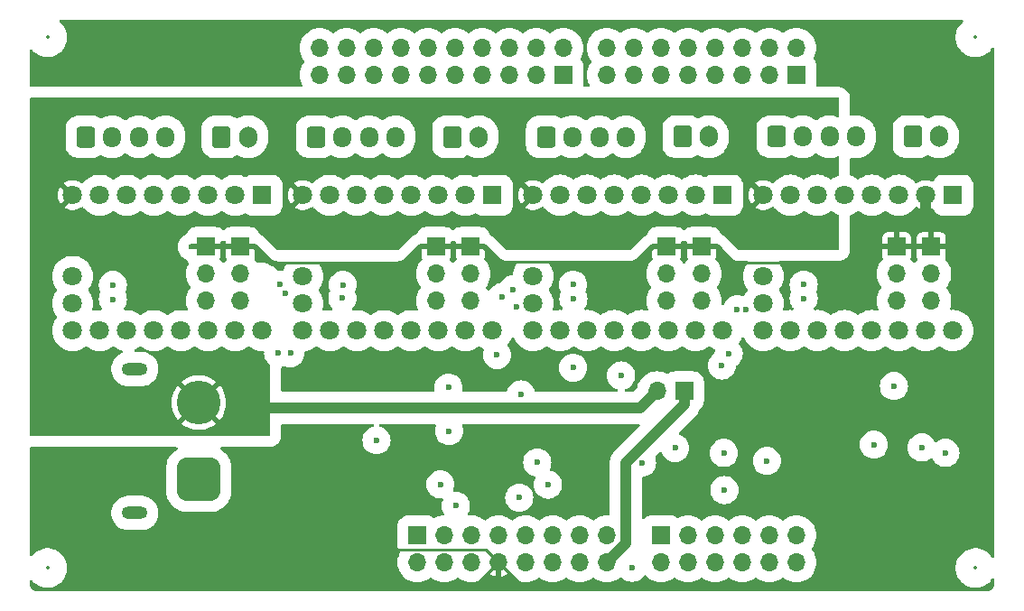
<source format=gbr>
%TF.GenerationSoftware,KiCad,Pcbnew,8.0.3*%
%TF.CreationDate,2024-07-06T17:26:19+02:00*%
%TF.ProjectId,StepperDriver-Shield_FRDM-MCXA153,53746570-7065-4724-9472-697665722d53,rev?*%
%TF.SameCoordinates,Original*%
%TF.FileFunction,Copper,L2,Inr*%
%TF.FilePolarity,Positive*%
%FSLAX46Y46*%
G04 Gerber Fmt 4.6, Leading zero omitted, Abs format (unit mm)*
G04 Created by KiCad (PCBNEW 8.0.3) date 2024-07-06 17:26:19*
%MOMM*%
%LPD*%
G01*
G04 APERTURE LIST*
G04 Aperture macros list*
%AMRoundRect*
0 Rectangle with rounded corners*
0 $1 Rounding radius*
0 $2 $3 $4 $5 $6 $7 $8 $9 X,Y pos of 4 corners*
0 Add a 4 corners polygon primitive as box body*
4,1,4,$2,$3,$4,$5,$6,$7,$8,$9,$2,$3,0*
0 Add four circle primitives for the rounded corners*
1,1,$1+$1,$2,$3*
1,1,$1+$1,$4,$5*
1,1,$1+$1,$6,$7*
1,1,$1+$1,$8,$9*
0 Add four rect primitives between the rounded corners*
20,1,$1+$1,$2,$3,$4,$5,0*
20,1,$1+$1,$4,$5,$6,$7,0*
20,1,$1+$1,$6,$7,$8,$9,0*
20,1,$1+$1,$8,$9,$2,$3,0*%
G04 Aperture macros list end*
%TA.AperFunction,ComponentPad*%
%ADD10R,1.800000X1.800000*%
%TD*%
%TA.AperFunction,ComponentPad*%
%ADD11C,1.800000*%
%TD*%
%TA.AperFunction,ComponentPad*%
%ADD12RoundRect,0.250000X-0.600000X-0.750000X0.600000X-0.750000X0.600000X0.750000X-0.600000X0.750000X0*%
%TD*%
%TA.AperFunction,ComponentPad*%
%ADD13O,1.700000X2.000000*%
%TD*%
%TA.AperFunction,ComponentPad*%
%ADD14RoundRect,0.250000X-0.600000X-0.725000X0.600000X-0.725000X0.600000X0.725000X-0.600000X0.725000X0*%
%TD*%
%TA.AperFunction,ComponentPad*%
%ADD15O,1.700000X1.950000*%
%TD*%
%TA.AperFunction,ComponentPad*%
%ADD16R,1.700000X1.700000*%
%TD*%
%TA.AperFunction,ComponentPad*%
%ADD17O,1.700000X1.700000*%
%TD*%
%TA.AperFunction,ComponentPad*%
%ADD18O,2.400000X1.200000*%
%TD*%
%TA.AperFunction,ComponentPad*%
%ADD19RoundRect,1.025000X1.025000X-1.025000X1.025000X1.025000X-1.025000X1.025000X-1.025000X-1.025000X0*%
%TD*%
%TA.AperFunction,ComponentPad*%
%ADD20C,4.100000*%
%TD*%
%TA.AperFunction,ViaPad*%
%ADD21C,0.600000*%
%TD*%
%TA.AperFunction,Conductor*%
%ADD22C,0.254000*%
%TD*%
%TA.AperFunction,Conductor*%
%ADD23C,0.508000*%
%TD*%
%TA.AperFunction,Conductor*%
%ADD24C,1.016000*%
%TD*%
%ADD25C,0.300000*%
%ADD26C,0.350000*%
%ADD27O,1.700000X0.600000*%
G04 APERTURE END LIST*
D10*
%TO.N,GND*%
%TO.C,TMC3*%
X129032000Y-85090000D03*
D11*
%TO.N,Vcc_Logic*%
X126492000Y-85090000D03*
%TO.N,/TMC_2209_wiring2/B2*%
X123952000Y-85090000D03*
%TO.N,/TMC_2209_wiring2/B1*%
X121412000Y-85090000D03*
%TO.N,/TMC_2209_wiring2/A1*%
X118872000Y-85090000D03*
%TO.N,/TMC_2209_wiring2/A2*%
X116332000Y-85090000D03*
%TO.N,GND*%
X113792000Y-85090000D03*
%TO.N,Vcc_Motor*%
X111252000Y-85090000D03*
%TO.N,/TMC_2209_wiring2/Motor_DIAG*%
X111252000Y-92710000D03*
%TO.N,/TMC_2209_wiring2/Motor_INDEX*%
X111252000Y-95250000D03*
%TO.N,/{slash}ENABLE*%
X111252000Y-97790000D03*
%TO.N,/TMC_2209_wiring2/MS1*%
X113792000Y-97790000D03*
%TO.N,/TMC_2209_wiring2/MS2*%
X116332000Y-97790000D03*
%TO.N,/P1-4{slash}UART2-RXD*%
X118872000Y-97790000D03*
%TO.N,unconnected-(TMC3-TX-Pad15)*%
X121412000Y-97790000D03*
%TO.N,/TMC_2209_wiring2/Motor_CLK_Extern*%
X123952000Y-97790000D03*
%TO.N,/P3-10{slash}PWM0-A2*%
X126492000Y-97790000D03*
%TO.N,/P3-14{slash}PWM0-X2*%
X129032000Y-97790000D03*
%TD*%
D12*
%TO.N,Net-(J16-Pin_1)*%
%TO.C,J16*%
X125242000Y-79610400D03*
D13*
%TO.N,GND*%
X127742000Y-79610400D03*
%TD*%
D14*
%TO.N,/TMC_2209_wiring1/A2*%
%TO.C,J13*%
X134039600Y-79610400D03*
D15*
%TO.N,/TMC_2209_wiring1/A1*%
X136539600Y-79610400D03*
%TO.N,/TMC_2209_wiring1/B1*%
X139039600Y-79610400D03*
%TO.N,/TMC_2209_wiring1/B2*%
X141539600Y-79610400D03*
%TD*%
D10*
%TO.N,GND*%
%TO.C,TMC1*%
X172212000Y-85080000D03*
D11*
%TO.N,Vcc_Logic*%
X169672000Y-85080000D03*
%TO.N,/TMC_2209_wiring/B2*%
X167132000Y-85080000D03*
%TO.N,/TMC_2209_wiring/B1*%
X164592000Y-85080000D03*
%TO.N,/TMC_2209_wiring/A1*%
X162052000Y-85080000D03*
%TO.N,/TMC_2209_wiring/A2*%
X159512000Y-85080000D03*
%TO.N,GND*%
X156972000Y-85080000D03*
%TO.N,Vcc_Motor*%
X154432000Y-85080000D03*
%TO.N,/TMC_2209_wiring/Motor_DIAG*%
X154432000Y-92700000D03*
%TO.N,/TMC_2209_wiring/Motor_INDEX*%
X154432000Y-95240000D03*
%TO.N,/{slash}ENABLE*%
X154432000Y-97780000D03*
%TO.N,/TMC_2209_wiring/MS1*%
X156972000Y-97780000D03*
%TO.N,/TMC_2209_wiring/MS2*%
X159512000Y-97780000D03*
%TO.N,/P1-4{slash}UART2-RXD*%
X162052000Y-97780000D03*
%TO.N,unconnected-(TMC1-TX-Pad15)*%
X164592000Y-97780000D03*
%TO.N,/TMC_2209_wiring/Motor_CLK_Extern*%
X167132000Y-97780000D03*
%TO.N,/P3-6{slash}PWM0-A0*%
X169672000Y-97780000D03*
%TO.N,/P3-1{slash}GPIO*%
X172212000Y-97780000D03*
%TD*%
D16*
%TO.N,Vcc_Logic*%
%TO.C,J7*%
X166928800Y-89931000D03*
D17*
%TO.N,/TMC_2209_wiring/MS1*%
X166928800Y-92471000D03*
%TO.N,GND*%
X166928800Y-95011000D03*
%TD*%
D18*
%TO.N,GND*%
%TO.C,J1*%
X95498400Y-114896400D03*
D19*
X101498400Y-111746400D03*
D18*
X95498400Y-101396400D03*
D20*
%TO.N,Vcc_Motor*%
X101498400Y-104546400D03*
%TD*%
D12*
%TO.N,Net-(J12-Pin_1)*%
%TO.C,J12*%
X146832000Y-79602000D03*
D13*
%TO.N,GND*%
X149332000Y-79602000D03*
%TD*%
D10*
%TO.N,GND*%
%TO.C,TMC2*%
X150622000Y-85080000D03*
D11*
%TO.N,Vcc_Logic*%
X148082000Y-85080000D03*
%TO.N,/TMC_2209_wiring1/B2*%
X145542000Y-85080000D03*
%TO.N,/TMC_2209_wiring1/B1*%
X143002000Y-85080000D03*
%TO.N,/TMC_2209_wiring1/A1*%
X140462000Y-85080000D03*
%TO.N,/TMC_2209_wiring1/A2*%
X137922000Y-85080000D03*
%TO.N,GND*%
X135382000Y-85080000D03*
%TO.N,Vcc_Motor*%
X132842000Y-85080000D03*
%TO.N,/TMC_2209_wiring1/Motor_DIAG*%
X132842000Y-92700000D03*
%TO.N,/TMC_2209_wiring1/Motor_INDEX*%
X132842000Y-95240000D03*
%TO.N,/{slash}ENABLE*%
X132842000Y-97780000D03*
%TO.N,/TMC_2209_wiring1/MS1*%
X135382000Y-97780000D03*
%TO.N,/TMC_2209_wiring1/MS2*%
X137922000Y-97780000D03*
%TO.N,/P1-4{slash}UART2-RXD*%
X140462000Y-97780000D03*
%TO.N,unconnected-(TMC2-TX-Pad15)*%
X143002000Y-97780000D03*
%TO.N,/TMC_2209_wiring1/Motor_CLK_Extern*%
X145542000Y-97780000D03*
%TO.N,/P3-8{slash}PWM0-A1*%
X148082000Y-97780000D03*
%TO.N,/P2-3{slash}ADC0-A2*%
X150622000Y-97780000D03*
%TD*%
D16*
%TO.N,Vcc_Logic*%
%TO.C,J6*%
X170180000Y-89931000D03*
D17*
%TO.N,/TMC_2209_wiring/MS2*%
X170180000Y-92471000D03*
%TO.N,GND*%
X170180000Y-95011000D03*
%TD*%
D14*
%TO.N,/TMC_2209_wiring2/A2*%
%TO.C,J17*%
X112455000Y-79610400D03*
D15*
%TO.N,/TMC_2209_wiring2/A1*%
X114955000Y-79610400D03*
%TO.N,/TMC_2209_wiring2/B1*%
X117455000Y-79610400D03*
%TO.N,/TMC_2209_wiring2/B2*%
X119955000Y-79610400D03*
%TD*%
D14*
%TO.N,/TMC_2209_wiring/A2*%
%TO.C,J9*%
X155635000Y-79602000D03*
D15*
%TO.N,/TMC_2209_wiring/A1*%
X158135000Y-79602000D03*
%TO.N,/TMC_2209_wiring/B1*%
X160635000Y-79602000D03*
%TO.N,/TMC_2209_wiring/B2*%
X163135000Y-79602000D03*
%TD*%
D16*
%TO.N,Vcc_Logic*%
%TO.C,J10*%
X148640800Y-89931000D03*
D17*
%TO.N,/TMC_2209_wiring1/MS2*%
X148640800Y-92471000D03*
%TO.N,GND*%
X148640800Y-95011000D03*
%TD*%
D12*
%TO.N,Net-(J20-Pin_1)*%
%TO.C,J20*%
X103632000Y-79610400D03*
D13*
%TO.N,GND*%
X106132000Y-79610400D03*
%TD*%
D16*
%TO.N,Vcc_Logic*%
%TO.C,J14*%
X126979200Y-89931000D03*
D17*
%TO.N,/TMC_2209_wiring2/MS2*%
X126979200Y-92471000D03*
%TO.N,GND*%
X126979200Y-95011000D03*
%TD*%
D16*
%TO.N,Vcc_Logic*%
%TO.C,J11*%
X145338800Y-89931000D03*
D17*
%TO.N,/TMC_2209_wiring1/MS1*%
X145338800Y-92471000D03*
%TO.N,GND*%
X145338800Y-95011000D03*
%TD*%
D14*
%TO.N,/TMC_2209_wiring3/A2*%
%TO.C,J21*%
X90865000Y-79610400D03*
D15*
%TO.N,/TMC_2209_wiring3/A1*%
X93365000Y-79610400D03*
%TO.N,/TMC_2209_wiring3/B1*%
X95865000Y-79610400D03*
%TO.N,/TMC_2209_wiring3/B2*%
X98365000Y-79610400D03*
%TD*%
D16*
%TO.N,5v-9v*%
%TO.C,J22*%
X146994800Y-103479600D03*
D17*
%TO.N,Vcc_Motor*%
X144454800Y-103479600D03*
%TD*%
D16*
%TO.N,Vcc_Logic*%
%TO.C,J18*%
X105410000Y-89931000D03*
D17*
%TO.N,/TMC_2209_wiring3/MS2*%
X105410000Y-92471000D03*
%TO.N,GND*%
X105410000Y-95011000D03*
%TD*%
D10*
%TO.N,GND*%
%TO.C,TMC4*%
X107442000Y-85085000D03*
D11*
%TO.N,Vcc_Logic*%
X104902000Y-85085000D03*
%TO.N,/TMC_2209_wiring3/B2*%
X102362000Y-85085000D03*
%TO.N,/TMC_2209_wiring3/B1*%
X99822000Y-85085000D03*
%TO.N,/TMC_2209_wiring3/A1*%
X97282000Y-85085000D03*
%TO.N,/TMC_2209_wiring3/A2*%
X94742000Y-85085000D03*
%TO.N,GND*%
X92202000Y-85085000D03*
%TO.N,Vcc_Motor*%
X89662000Y-85085000D03*
%TO.N,/TMC_2209_wiring3/Motor_DIAG*%
X89662000Y-92705000D03*
%TO.N,/TMC_2209_wiring3/Motor_INDEX*%
X89662000Y-95245000D03*
%TO.N,/{slash}ENABLE*%
X89662000Y-97785000D03*
%TO.N,/TMC_2209_wiring3/MS1*%
X92202000Y-97785000D03*
%TO.N,/TMC_2209_wiring3/MS2*%
X94742000Y-97785000D03*
%TO.N,/P1-4{slash}UART2-RXD*%
X97282000Y-97785000D03*
%TO.N,unconnected-(TMC4-TX-Pad15)*%
X99822000Y-97785000D03*
%TO.N,/TMC_2209_wiring3/Motor_CLK_Extern*%
X102362000Y-97785000D03*
%TO.N,/P2-4{slash}GPIO*%
X104902000Y-97785000D03*
%TO.N,/P3-15{slash}GPIO*%
X107442000Y-97785000D03*
%TD*%
D12*
%TO.N,Net-(J8-Pin_1)*%
%TO.C,J8*%
X168422000Y-79602000D03*
D13*
%TO.N,GND*%
X170922000Y-79602000D03*
%TD*%
D16*
%TO.N,Vcc_Logic*%
%TO.C,J15*%
X123728000Y-89931000D03*
D17*
%TO.N,/TMC_2209_wiring2/MS1*%
X123728000Y-92471000D03*
%TO.N,GND*%
X123728000Y-95011000D03*
%TD*%
D16*
%TO.N,Vcc_Logic*%
%TO.C,J19*%
X102158800Y-89931000D03*
D17*
%TO.N,/TMC_2209_wiring3/MS1*%
X102158800Y-92471000D03*
%TO.N,GND*%
X102158800Y-95011000D03*
%TD*%
D16*
%TO.N,unconnected-(J2-Pin_1-Pad1)*%
%TO.C,J2*%
X144843222Y-117005168D03*
D17*
%TO.N,/P1-10{slash}ADC0-A8*%
X144843222Y-119545168D03*
%TO.N,unconnected-(J2-Pin_3-Pad3)*%
X147383222Y-117005168D03*
%TO.N,/P1-12{slash}ADC0-A10*%
X147383222Y-119545168D03*
%TO.N,unconnected-(J2-Pin_5-Pad5)*%
X149923222Y-117005168D03*
%TO.N,/P1-13{slash}ADC0-A11*%
X149923222Y-119545168D03*
%TO.N,unconnected-(J2-Pin_7-Pad7)*%
X152463222Y-117005168D03*
%TO.N,/P2-0{slash}ADC0-A0*%
X152463222Y-119545168D03*
%TO.N,/P1-11{slash}GPIO*%
X155003222Y-117005168D03*
%TO.N,/P3-31{slash}ADC0-A12*%
X155003222Y-119545168D03*
%TO.N,/P3-29{slash}GPIO*%
X157543222Y-117005168D03*
%TO.N,/P3-30{slash}ADC0-A13*%
X157543222Y-119545168D03*
%TD*%
D16*
%TO.N,/P1-4{slash}ADC0-A20*%
%TO.C,J5*%
X135693222Y-73835168D03*
D17*
%TO.N,/P3-15{slash}GPIO*%
X135693222Y-71295168D03*
%TO.N,/P1-5{slash}ADC0-A21*%
X133153222Y-73835168D03*
%TO.N,/P3-14{slash}PWM0-X2*%
X133153222Y-71295168D03*
%TO.N,/P2-3{slash}ADC0-A2*%
X130613222Y-73835168D03*
%TO.N,/P2-6{slash}CSI1*%
X130613222Y-71295168D03*
%TO.N,/P2-1{slash}ADC0-A1*%
X128073222Y-73835168D03*
%TO.N,/P2-13{slash}SDO1*%
X128073222Y-71295168D03*
%TO.N,/P2-2{slash}ADC0-A4*%
X125533222Y-73835168D03*
%TO.N,/P2-16{slash}SDI1*%
X125533222Y-71295168D03*
%TO.N,unconnected-(J5-Pin_11-Pad11)*%
X122993222Y-73835168D03*
%TO.N,/P2-12{slash}SCK1*%
X122993222Y-71295168D03*
%TO.N,unconnected-(J5-Pin_13-Pad13)*%
X120453222Y-73835168D03*
%TO.N,GND*%
X120453222Y-71295168D03*
%TO.N,unconnected-(J5-Pin_15-Pad15)*%
X117913222Y-73835168D03*
%TO.N,VDDA_MCU*%
X117913222Y-71295168D03*
%TO.N,unconnected-(J5-Pin_17-Pad17)*%
X115373222Y-73835168D03*
%TO.N,/P1-8{slash}SDA0*%
X115373222Y-71295168D03*
%TO.N,unconnected-(J5-Pin_19-Pad19)*%
X112833222Y-73835168D03*
%TO.N,/P1-9{slash}SCL0*%
X112833222Y-71295168D03*
%TD*%
D16*
%TO.N,/P1-7{slash}GPIO*%
%TO.C,J4*%
X157517222Y-73810168D03*
D17*
%TO.N,/P1-4{slash}UART2-RXD*%
X157517222Y-71270168D03*
%TO.N,/P1-6{slash}TRIG2*%
X154977222Y-73810168D03*
%TO.N,/P1-5{slash}UART2-TXD*%
X154977222Y-71270168D03*
%TO.N,unconnected-(J4-Pin_5-Pad5)*%
X152437222Y-73810168D03*
%TO.N,/P2-4{slash}GPIO*%
X152437222Y-71270168D03*
%TO.N,unconnected-(J4-Pin_7-Pad7)*%
X149897222Y-73810168D03*
%TO.N,/P3-0{slash}PWM0-A0*%
X149897222Y-71270168D03*
%TO.N,unconnected-(J4-Pin_9-Pad9)*%
X147357222Y-73810168D03*
%TO.N,/P2-5{slash}GPIO*%
X147357222Y-71270168D03*
%TO.N,unconnected-(J4-Pin_11-Pad11)*%
X144817222Y-73810168D03*
%TO.N,/P3-12{slash}PWM0-X2*%
X144817222Y-71270168D03*
%TO.N,unconnected-(J4-Pin_13-Pad13)*%
X142277222Y-73810168D03*
%TO.N,/P3-13{slash}PWM0-X1*%
X142277222Y-71270168D03*
%TO.N,unconnected-(J4-Pin_15-Pad15)*%
X139737222Y-73810168D03*
%TO.N,/P3-1{slash}GPIO*%
X139737222Y-71270168D03*
%TD*%
D16*
%TO.N,/P2-7{slash}TRIG10*%
%TO.C,J3*%
X121997222Y-117005168D03*
D17*
%TO.N,unconnected-(J3-Pin_2-Pad2)*%
X121997222Y-119545168D03*
%TO.N,/P3-31{slash}TRIG5*%
X124537222Y-117005168D03*
%TO.N,VDD-BOARD*%
X124537222Y-119545168D03*
%TO.N,/P3-11{slash}PWM0-B2*%
X127077222Y-117005168D03*
%TO.N,/MCU-RESETn*%
X127077222Y-119545168D03*
%TO.N,/P3-10{slash}PWM0-A2*%
X129617222Y-117005168D03*
%TO.N,Vcc_Logic*%
X129617222Y-119545168D03*
%TO.N,/P3-9{slash}PWM0-B1*%
X132157222Y-117005168D03*
%TO.N,SYS-5V*%
X132157222Y-119545168D03*
%TO.N,/P3-8{slash}PWM0-A1*%
X134697222Y-117005168D03*
%TO.N,GND*%
X134697222Y-119545168D03*
%TO.N,/P3-7{slash}PWM0-B0*%
X137237222Y-117005168D03*
%TO.N,GND*%
X137237222Y-119545168D03*
%TO.N,/P3-6{slash}PWM0-A0*%
X139777222Y-117005168D03*
%TO.N,5v-9v*%
X139777222Y-119545168D03*
%TD*%
D21*
%TO.N,/P3-30{slash}ADC0-A13*%
X166674800Y-102997000D03*
%TO.N,/P1-13{slash}ADC0-A11*%
X171500800Y-109270800D03*
%TO.N,GND*%
X115011200Y-93497400D03*
X136626600Y-94843600D03*
X146151600Y-108813600D03*
X158216600Y-94767400D03*
X164795200Y-108483400D03*
X150774400Y-112750600D03*
X125603000Y-114223800D03*
X154762200Y-110007400D03*
X136601200Y-93472000D03*
X142113000Y-120040400D03*
X114960400Y-94742000D03*
X124917200Y-103124000D03*
X93446600Y-94869000D03*
X136601200Y-101269800D03*
X118160800Y-108077000D03*
X150723600Y-109270800D03*
X158216600Y-93472000D03*
X131546600Y-113461800D03*
X169291000Y-108762800D03*
X93446602Y-93522800D03*
%TO.N,/P2-16{slash}SDI1*%
X130931439Y-93935348D03*
X133226750Y-110147700D03*
X131698797Y-103776420D03*
%TO.N,/P2-13{slash}SDO1*%
X151968200Y-95808800D03*
X143059847Y-110175793D03*
X151180800Y-99949000D03*
%TO.N,/P2-6{slash}CSI1*%
X131300832Y-95530842D03*
%TO.N,/P2-12{slash}SCK1*%
X129463800Y-100076000D03*
X124968000Y-107213400D03*
X129922635Y-94645035D03*
%TO.N,Vcc_Logic*%
X162560000Y-111277400D03*
X105486200Y-112928400D03*
X171450000Y-111252000D03*
X154432000Y-105232200D03*
X152400002Y-111328198D03*
X136855200Y-114350800D03*
X138430000Y-101625400D03*
X120396000Y-100380800D03*
X135204200Y-102793800D03*
X127406406Y-114198400D03*
X129057400Y-101828600D03*
X165354000Y-100050600D03*
%TO.N,Vcc_Motor*%
X114706400Y-87528400D03*
X157759400Y-89154000D03*
X114706400Y-88341200D03*
X114706400Y-89154000D03*
X136296400Y-87528400D03*
X93141800Y-89154000D03*
X157759400Y-87528400D03*
X136296400Y-88341200D03*
X136296400Y-89154000D03*
X93141800Y-88341200D03*
X114706400Y-89966800D03*
X93141800Y-87528400D03*
X136296400Y-89966800D03*
X157759400Y-88341200D03*
X157759400Y-89966800D03*
X93141800Y-89966800D03*
%TO.N,Net-(J16-Pin_1)*%
X134239000Y-112242600D03*
X109601000Y-94310200D03*
X110083600Y-99923600D03*
%TO.N,Net-(J20-Pin_1)*%
X108940604Y-99923600D03*
X109109600Y-93471992D03*
X124155200Y-112217200D03*
%TO.N,Net-(J8-Pin_1)*%
X152818198Y-95811398D03*
X141097000Y-102006400D03*
X150545800Y-101066600D03*
%TD*%
D22*
%TO.N,Vcc_Logic*%
X142671800Y-91363800D02*
X129641600Y-91363800D01*
D23*
X145338800Y-89931000D02*
X144104600Y-89931000D01*
D22*
X129617222Y-119545168D02*
X128436054Y-118364000D01*
D24*
X169672000Y-85080000D02*
X169672000Y-87376000D01*
D22*
X128436054Y-118364000D02*
X118618000Y-118364000D01*
D23*
X145338800Y-89931000D02*
X148640800Y-89931000D01*
X102158800Y-89931000D02*
X100772200Y-89931000D01*
D22*
X131992054Y-121920000D02*
X133350000Y-121920000D01*
X164134800Y-91389200D02*
X165593000Y-89931000D01*
D23*
X122286000Y-89931000D02*
X120802400Y-91414600D01*
X150052800Y-89931000D02*
X151511000Y-91389200D01*
D22*
X129617222Y-119545168D02*
X127242390Y-121920000D01*
D23*
X123728000Y-89931000D02*
X126979200Y-89931000D01*
D22*
X166928800Y-89931000D02*
X170180000Y-89931000D01*
X131992054Y-121920000D02*
X129617222Y-119545168D01*
X151536400Y-91389200D02*
X164134800Y-91389200D01*
D23*
X151511000Y-91389200D02*
X151536400Y-91389200D01*
X128208800Y-89931000D02*
X126979200Y-89931000D01*
X148640800Y-89931000D02*
X150052800Y-89931000D01*
X129641600Y-91363800D02*
X128208800Y-89931000D01*
X144104600Y-89931000D02*
X142671800Y-91363800D01*
D22*
X127242390Y-121920000D02*
X125476000Y-121920000D01*
X165593000Y-89931000D02*
X166928800Y-89931000D01*
D23*
X108254800Y-91414600D02*
X106771200Y-89931000D01*
X106771200Y-89931000D02*
X105410000Y-89931000D01*
D22*
X120802400Y-91414600D02*
X108254800Y-91414600D01*
D23*
X102158800Y-89931000D02*
X105410000Y-89931000D01*
X123728000Y-89931000D02*
X122286000Y-89931000D01*
D24*
%TO.N,Vcc_Motor*%
X144454800Y-103479600D02*
X142905400Y-105029000D01*
X142905400Y-105029000D02*
X106680000Y-105029000D01*
%TO.N,5v-9v*%
X146994800Y-104744600D02*
X146994800Y-103479600D01*
X139777222Y-119545168D02*
X141541432Y-117780958D01*
X141541432Y-110197968D02*
X146994800Y-104744600D01*
X141541432Y-117780958D02*
X141541432Y-110197968D01*
%TD*%
%TA.AperFunction,Conductor*%
%TO.N,Vcc_Logic*%
G36*
X173129588Y-68635353D02*
G01*
X173175343Y-68688157D01*
X173185287Y-68757315D01*
X173156262Y-68820871D01*
X173138035Y-68838044D01*
X173083485Y-68879901D01*
X173083478Y-68879907D01*
X172911961Y-69051424D01*
X172911955Y-69051431D01*
X172764289Y-69243874D01*
X172764286Y-69243878D01*
X172764286Y-69243879D01*
X172756080Y-69258093D01*
X172642999Y-69453953D01*
X172642995Y-69453962D01*
X172550169Y-69678063D01*
X172487383Y-69912382D01*
X172455722Y-70152879D01*
X172455722Y-70395456D01*
X172487383Y-70635953D01*
X172550169Y-70870272D01*
X172615858Y-71028859D01*
X172642998Y-71094380D01*
X172764286Y-71304457D01*
X172764288Y-71304460D01*
X172764289Y-71304461D01*
X172911955Y-71496904D01*
X172911961Y-71496911D01*
X173083478Y-71668428D01*
X173083484Y-71668433D01*
X173275933Y-71816104D01*
X173486010Y-71937392D01*
X173710122Y-72030222D01*
X173944433Y-72093006D01*
X174124808Y-72116752D01*
X174184933Y-72124668D01*
X174184934Y-72124668D01*
X174427511Y-72124668D01*
X174475610Y-72118335D01*
X174668011Y-72093006D01*
X174902322Y-72030222D01*
X175126434Y-71937392D01*
X175336511Y-71816104D01*
X175528960Y-71668433D01*
X175700487Y-71496906D01*
X175848158Y-71304457D01*
X175860337Y-71283361D01*
X175910900Y-71235149D01*
X175979507Y-71221925D01*
X176044372Y-71247892D01*
X176084902Y-71304806D01*
X176091722Y-71345364D01*
X176091722Y-118986971D01*
X176072037Y-119054010D01*
X176019233Y-119099765D01*
X175950075Y-119109709D01*
X175886519Y-119080684D01*
X175860335Y-119048971D01*
X175848158Y-119027879D01*
X175777150Y-118935339D01*
X175700488Y-118835431D01*
X175700482Y-118835424D01*
X175528965Y-118663907D01*
X175528958Y-118663901D01*
X175336515Y-118516235D01*
X175336514Y-118516234D01*
X175336511Y-118516232D01*
X175126434Y-118394944D01*
X175090349Y-118379997D01*
X174902326Y-118302115D01*
X174693086Y-118246049D01*
X174668011Y-118239330D01*
X174668010Y-118239329D01*
X174668007Y-118239329D01*
X174427511Y-118207668D01*
X174427510Y-118207668D01*
X174184934Y-118207668D01*
X174184933Y-118207668D01*
X173944436Y-118239329D01*
X173710117Y-118302115D01*
X173486016Y-118394941D01*
X173486007Y-118394945D01*
X173275928Y-118516235D01*
X173083485Y-118663901D01*
X173083478Y-118663907D01*
X172911961Y-118835424D01*
X172911955Y-118835431D01*
X172764289Y-119027874D01*
X172642999Y-119237953D01*
X172642995Y-119237962D01*
X172550169Y-119462063D01*
X172487383Y-119696382D01*
X172455722Y-119936879D01*
X172455722Y-120179456D01*
X172487383Y-120419953D01*
X172550169Y-120654272D01*
X172593512Y-120758911D01*
X172642998Y-120878380D01*
X172764286Y-121088457D01*
X172764288Y-121088460D01*
X172764289Y-121088461D01*
X172911955Y-121280904D01*
X172911961Y-121280911D01*
X173083478Y-121452428D01*
X173083485Y-121452434D01*
X173166694Y-121516282D01*
X173275933Y-121600104D01*
X173486010Y-121721392D01*
X173710122Y-121814222D01*
X173944433Y-121877006D01*
X174124808Y-121900752D01*
X174184933Y-121908668D01*
X174184934Y-121908668D01*
X174427511Y-121908668D01*
X174475610Y-121902335D01*
X174668011Y-121877006D01*
X174902322Y-121814222D01*
X175126434Y-121721392D01*
X175336511Y-121600104D01*
X175528960Y-121452433D01*
X175700487Y-121280906D01*
X175848158Y-121088457D01*
X175860337Y-121067361D01*
X175910900Y-121019149D01*
X175979507Y-121005925D01*
X176044372Y-121031892D01*
X176084902Y-121088806D01*
X176091722Y-121129364D01*
X176091722Y-121508672D01*
X176091720Y-121508706D01*
X176091721Y-121575216D01*
X176090942Y-121589099D01*
X176077179Y-121711274D01*
X176071001Y-121738344D01*
X176032712Y-121847777D01*
X176020665Y-121872795D01*
X175958987Y-121970962D01*
X175941674Y-121992672D01*
X175859696Y-122074654D01*
X175837987Y-122091967D01*
X175739822Y-122153651D01*
X175714805Y-122165700D01*
X175605371Y-122203995D01*
X175578301Y-122210174D01*
X175476262Y-122221673D01*
X175456611Y-122223888D01*
X175442727Y-122224668D01*
X86368714Y-122224668D01*
X86368698Y-122224667D01*
X86302177Y-122224667D01*
X86288296Y-122223888D01*
X86166129Y-122210126D01*
X86139056Y-122203947D01*
X86029634Y-122165659D01*
X86004616Y-122153611D01*
X85906457Y-122091934D01*
X85884747Y-122074621D01*
X85802772Y-121992645D01*
X85785460Y-121970935D01*
X85723785Y-121872778D01*
X85711737Y-121847759D01*
X85673452Y-121738339D01*
X85667273Y-121711268D01*
X85665970Y-121699701D01*
X85653500Y-121589004D01*
X85652722Y-121575128D01*
X85652724Y-121516290D01*
X85652722Y-121516285D01*
X85652723Y-121508706D01*
X85652722Y-121508672D01*
X85652722Y-121301840D01*
X85672407Y-121234801D01*
X85725211Y-121189046D01*
X85794369Y-121179102D01*
X85857925Y-121208127D01*
X85875097Y-121226353D01*
X85884431Y-121238518D01*
X85916955Y-121280904D01*
X85916961Y-121280911D01*
X86088478Y-121452428D01*
X86088485Y-121452434D01*
X86171694Y-121516282D01*
X86280933Y-121600104D01*
X86491010Y-121721392D01*
X86715122Y-121814222D01*
X86949433Y-121877006D01*
X87129808Y-121900752D01*
X87189933Y-121908668D01*
X87189934Y-121908668D01*
X87432511Y-121908668D01*
X87480610Y-121902335D01*
X87673011Y-121877006D01*
X87907322Y-121814222D01*
X88131434Y-121721392D01*
X88341511Y-121600104D01*
X88533960Y-121452433D01*
X88705487Y-121280906D01*
X88853158Y-121088457D01*
X88974446Y-120878380D01*
X89067276Y-120654268D01*
X89130060Y-120419957D01*
X89161722Y-120179456D01*
X89161722Y-119936880D01*
X89130060Y-119696379D01*
X89067276Y-119462068D01*
X88974446Y-119237956D01*
X88853158Y-119027879D01*
X88782150Y-118935339D01*
X88705488Y-118835431D01*
X88705482Y-118835424D01*
X88533965Y-118663907D01*
X88533958Y-118663901D01*
X88341515Y-118516235D01*
X88341514Y-118516234D01*
X88341511Y-118516232D01*
X88131434Y-118394944D01*
X88095349Y-118379997D01*
X87907326Y-118302115D01*
X87698086Y-118246049D01*
X87673011Y-118239330D01*
X87673010Y-118239329D01*
X87673007Y-118239329D01*
X87432511Y-118207668D01*
X87432510Y-118207668D01*
X87189934Y-118207668D01*
X87189933Y-118207668D01*
X86949436Y-118239329D01*
X86715117Y-118302115D01*
X86491016Y-118394941D01*
X86491007Y-118394945D01*
X86280928Y-118516235D01*
X86088485Y-118663901D01*
X86088478Y-118663907D01*
X85916961Y-118835424D01*
X85916955Y-118835431D01*
X85875098Y-118889981D01*
X85818670Y-118931184D01*
X85748924Y-118935339D01*
X85688004Y-118901127D01*
X85655251Y-118839409D01*
X85652722Y-118814495D01*
X85652722Y-114769173D01*
X93281900Y-114769173D01*
X93281900Y-115023626D01*
X93321703Y-115274932D01*
X93400328Y-115516918D01*
X93426713Y-115568701D01*
X93510758Y-115733648D01*
X93515847Y-115743634D01*
X93665399Y-115949475D01*
X93665402Y-115949479D01*
X93845321Y-116129398D01*
X94051169Y-116278955D01*
X94277879Y-116394470D01*
X94277881Y-116394471D01*
X94398874Y-116433783D01*
X94519869Y-116473097D01*
X94636263Y-116491531D01*
X94771174Y-116512900D01*
X94771179Y-116512900D01*
X96225626Y-116512900D01*
X96347455Y-116493603D01*
X96476931Y-116473097D01*
X96718921Y-116394470D01*
X96945631Y-116278955D01*
X97151479Y-116129398D01*
X97331398Y-115949479D01*
X97480955Y-115743631D01*
X97596470Y-115516921D01*
X97675097Y-115274931D01*
X97698059Y-115129954D01*
X97714900Y-115023626D01*
X97714900Y-114769173D01*
X97681975Y-114561296D01*
X97675097Y-114517869D01*
X97596470Y-114275879D01*
X97480955Y-114049169D01*
X97331398Y-113843321D01*
X97151479Y-113663402D01*
X97013337Y-113563036D01*
X96945634Y-113513847D01*
X96945633Y-113513846D01*
X96945631Y-113513845D01*
X96744502Y-113411364D01*
X96718918Y-113398328D01*
X96476932Y-113319703D01*
X96225626Y-113279900D01*
X96225621Y-113279900D01*
X94771179Y-113279900D01*
X94771174Y-113279900D01*
X94519867Y-113319703D01*
X94277881Y-113398328D01*
X94051165Y-113513847D01*
X93845324Y-113663399D01*
X93845318Y-113663404D01*
X93665404Y-113843318D01*
X93665399Y-113843324D01*
X93515847Y-114049165D01*
X93400328Y-114275881D01*
X93321703Y-114517867D01*
X93281900Y-114769173D01*
X85652722Y-114769173D01*
X85652722Y-108841500D01*
X85672407Y-108774461D01*
X85725211Y-108728706D01*
X85776722Y-108717500D01*
X99392163Y-108717500D01*
X99459202Y-108737185D01*
X99504957Y-108789989D01*
X99514901Y-108859147D01*
X99485876Y-108922703D01*
X99459698Y-108945495D01*
X99241801Y-109086999D01*
X99241795Y-109087003D01*
X99241795Y-109087004D01*
X99026317Y-109274317D01*
X98841490Y-109486936D01*
X98838999Y-109489801D01*
X98683507Y-109729236D01*
X98683506Y-109729238D01*
X98562841Y-109988006D01*
X98479365Y-110261044D01*
X98434702Y-110543029D01*
X98434701Y-110543041D01*
X98431900Y-110607215D01*
X98431900Y-112885585D01*
X98434701Y-112949761D01*
X98434702Y-112949767D01*
X98474746Y-113202590D01*
X98479366Y-113231759D01*
X98479537Y-113232319D01*
X98562841Y-113504793D01*
X98683506Y-113763561D01*
X98683507Y-113763563D01*
X98832137Y-113992431D01*
X98839004Y-114003005D01*
X99026317Y-114218483D01*
X99241795Y-114405796D01*
X99241800Y-114405799D01*
X99241801Y-114405800D01*
X99481236Y-114561292D01*
X99481238Y-114561293D01*
X99481242Y-114561295D01*
X99481244Y-114561296D01*
X99740005Y-114681958D01*
X100013041Y-114765434D01*
X100193561Y-114794025D01*
X100295029Y-114810097D01*
X100295032Y-114810097D01*
X100295037Y-114810098D01*
X100359217Y-114812900D01*
X102637582Y-114812899D01*
X102637585Y-114812899D01*
X102676090Y-114811218D01*
X102701763Y-114810098D01*
X102983759Y-114765434D01*
X103256795Y-114681958D01*
X103515556Y-114561296D01*
X103515561Y-114561293D01*
X103515563Y-114561292D01*
X103649751Y-114474149D01*
X103755005Y-114405796D01*
X103970483Y-114218483D01*
X104157796Y-114003005D01*
X104261498Y-113843318D01*
X104313292Y-113763563D01*
X104313293Y-113763561D01*
X104313293Y-113763559D01*
X104313296Y-113763556D01*
X104433958Y-113504795D01*
X104517434Y-113231759D01*
X104562098Y-112949763D01*
X104564900Y-112885583D01*
X104564899Y-110607218D01*
X104564570Y-110599690D01*
X104562098Y-110543038D01*
X104562097Y-110543032D01*
X104557282Y-110512629D01*
X104517434Y-110261041D01*
X104482781Y-110147698D01*
X131905221Y-110147698D01*
X131905221Y-110147701D01*
X131925297Y-110377175D01*
X131925299Y-110377186D01*
X131984916Y-110599682D01*
X131984918Y-110599686D01*
X131984919Y-110599690D01*
X132082272Y-110808465D01*
X132214400Y-110997162D01*
X132377288Y-111160050D01*
X132565985Y-111292178D01*
X132774760Y-111389531D01*
X132774766Y-111389532D01*
X132774767Y-111389533D01*
X132804200Y-111397419D01*
X132995979Y-111448806D01*
X133055638Y-111485170D01*
X133086167Y-111548016D01*
X133077873Y-111617392D01*
X133076266Y-111620984D01*
X132997171Y-111790603D01*
X132997166Y-111790617D01*
X132937549Y-112013113D01*
X132937547Y-112013124D01*
X132917471Y-112242598D01*
X132917471Y-112242601D01*
X132937547Y-112472075D01*
X132937549Y-112472086D01*
X132997166Y-112694582D01*
X132997168Y-112694586D01*
X132997169Y-112694590D01*
X133094522Y-112903365D01*
X133226650Y-113092062D01*
X133389538Y-113254950D01*
X133578235Y-113387078D01*
X133787010Y-113484431D01*
X134009519Y-113544052D01*
X134173434Y-113558392D01*
X134238998Y-113564129D01*
X134239000Y-113564129D01*
X134239002Y-113564129D01*
X134296370Y-113559109D01*
X134468481Y-113544052D01*
X134690990Y-113484431D01*
X134899765Y-113387078D01*
X135088462Y-113254950D01*
X135251350Y-113092062D01*
X135383478Y-112903365D01*
X135480831Y-112694590D01*
X135540452Y-112472081D01*
X135560529Y-112242600D01*
X135540452Y-112013119D01*
X135480831Y-111790610D01*
X135383478Y-111581836D01*
X135251350Y-111393138D01*
X135088462Y-111230250D01*
X134899765Y-111098122D01*
X134690990Y-111000769D01*
X134690986Y-111000768D01*
X134690982Y-111000766D01*
X134469772Y-110941494D01*
X134410111Y-110905129D01*
X134379582Y-110842282D01*
X134387877Y-110772907D01*
X134389452Y-110769383D01*
X134468581Y-110599690D01*
X134528202Y-110377181D01*
X134548279Y-110147700D01*
X134545878Y-110120262D01*
X134540207Y-110055433D01*
X134528202Y-109918219D01*
X134476110Y-109723810D01*
X134468583Y-109695717D01*
X134468582Y-109695716D01*
X134468581Y-109695710D01*
X134371228Y-109486936D01*
X134239100Y-109298238D01*
X134076212Y-109135350D01*
X133887515Y-109003222D01*
X133678740Y-108905869D01*
X133678736Y-108905868D01*
X133678732Y-108905866D01*
X133456236Y-108846249D01*
X133456232Y-108846248D01*
X133456231Y-108846248D01*
X133456230Y-108846247D01*
X133456225Y-108846247D01*
X133226752Y-108826171D01*
X133226748Y-108826171D01*
X132997274Y-108846247D01*
X132997263Y-108846249D01*
X132774767Y-108905866D01*
X132774758Y-108905870D01*
X132565986Y-109003221D01*
X132509054Y-109043086D01*
X132377288Y-109135350D01*
X132377286Y-109135351D01*
X132377283Y-109135354D01*
X132214404Y-109298233D01*
X132214401Y-109298236D01*
X132214400Y-109298238D01*
X132190156Y-109332862D01*
X132082271Y-109486936D01*
X131984920Y-109695708D01*
X131984916Y-109695717D01*
X131925299Y-109918213D01*
X131925297Y-109918224D01*
X131905221Y-110147698D01*
X104482781Y-110147698D01*
X104433958Y-109988005D01*
X104313296Y-109729244D01*
X104313295Y-109729242D01*
X104313293Y-109729238D01*
X104313292Y-109729236D01*
X104157800Y-109489801D01*
X104157799Y-109489800D01*
X104157796Y-109489795D01*
X103970483Y-109274317D01*
X103755005Y-109087004D01*
X103755000Y-109087000D01*
X103754998Y-109086999D01*
X103537102Y-108945495D01*
X103491599Y-108892474D01*
X103481985Y-108823269D01*
X103511312Y-108759852D01*
X103570269Y-108722358D01*
X103604637Y-108717500D01*
X108080003Y-108717500D01*
X108080483Y-108717495D01*
X108098242Y-108717337D01*
X108098251Y-108717336D01*
X108098254Y-108717336D01*
X108297137Y-108694155D01*
X108297138Y-108694154D01*
X108297144Y-108694154D01*
X108348655Y-108682948D01*
X108454101Y-108654019D01*
X108636989Y-108572462D01*
X108800452Y-108456792D01*
X108853256Y-108411037D01*
X108979692Y-108280005D01*
X109089456Y-108112518D01*
X109164435Y-107926837D01*
X109184120Y-107859798D01*
X109184123Y-107859788D01*
X109205871Y-107771289D01*
X109205872Y-107771282D01*
X109206518Y-107764726D01*
X109225500Y-107572000D01*
X109225500Y-106677500D01*
X109245185Y-106610461D01*
X109297989Y-106564706D01*
X109349500Y-106553500D01*
X117818139Y-106553500D01*
X117885178Y-106573185D01*
X117930933Y-106625989D01*
X117940877Y-106695147D01*
X117911852Y-106758703D01*
X117853074Y-106796477D01*
X117850232Y-106797275D01*
X117708817Y-106835166D01*
X117708808Y-106835170D01*
X117500036Y-106932521D01*
X117426626Y-106983924D01*
X117311338Y-107064650D01*
X117311336Y-107064651D01*
X117311333Y-107064654D01*
X117148454Y-107227533D01*
X117148451Y-107227536D01*
X117148450Y-107227538D01*
X117138625Y-107241570D01*
X117016321Y-107416236D01*
X116918970Y-107625008D01*
X116918966Y-107625017D01*
X116859349Y-107847513D01*
X116859347Y-107847524D01*
X116839271Y-108076998D01*
X116839271Y-108077001D01*
X116859347Y-108306475D01*
X116859349Y-108306486D01*
X116918966Y-108528982D01*
X116918968Y-108528986D01*
X116918969Y-108528990D01*
X117016322Y-108737765D01*
X117148450Y-108926462D01*
X117311338Y-109089350D01*
X117500035Y-109221478D01*
X117708810Y-109318831D01*
X117931319Y-109378452D01*
X118095234Y-109392792D01*
X118160798Y-109398529D01*
X118160800Y-109398529D01*
X118160802Y-109398529D01*
X118218170Y-109393509D01*
X118390281Y-109378452D01*
X118612790Y-109318831D01*
X118821565Y-109221478D01*
X119010262Y-109089350D01*
X119173150Y-108926462D01*
X119305278Y-108737765D01*
X119402631Y-108528990D01*
X119462252Y-108306481D01*
X119482329Y-108077000D01*
X119462252Y-107847519D01*
X119402631Y-107625010D01*
X119305278Y-107416236D01*
X119173150Y-107227538D01*
X119010262Y-107064650D01*
X118821565Y-106932522D01*
X118612790Y-106835169D01*
X118612786Y-106835168D01*
X118612782Y-106835166D01*
X118471368Y-106797275D01*
X118411707Y-106760910D01*
X118381178Y-106698063D01*
X118389473Y-106628688D01*
X118433958Y-106574810D01*
X118500510Y-106553535D01*
X118503461Y-106553500D01*
X123628478Y-106553500D01*
X123695517Y-106573185D01*
X123741272Y-106625989D01*
X123751216Y-106695147D01*
X123740860Y-106729904D01*
X123726171Y-106761403D01*
X123726166Y-106761417D01*
X123666549Y-106983913D01*
X123666547Y-106983924D01*
X123646471Y-107213398D01*
X123646471Y-107213401D01*
X123666547Y-107442875D01*
X123666549Y-107442886D01*
X123726166Y-107665382D01*
X123726168Y-107665386D01*
X123726169Y-107665390D01*
X123823522Y-107874165D01*
X123955650Y-108062862D01*
X124118538Y-108225750D01*
X124307235Y-108357878D01*
X124516010Y-108455231D01*
X124516016Y-108455232D01*
X124516017Y-108455233D01*
X124521843Y-108456794D01*
X124738519Y-108514852D01*
X124900026Y-108528982D01*
X124967998Y-108534929D01*
X124968000Y-108534929D01*
X124968002Y-108534929D01*
X125025370Y-108529909D01*
X125197481Y-108514852D01*
X125419990Y-108455231D01*
X125628765Y-108357878D01*
X125817462Y-108225750D01*
X125980350Y-108062862D01*
X126112478Y-107874165D01*
X126209831Y-107665390D01*
X126269452Y-107442881D01*
X126289529Y-107213400D01*
X126269452Y-106983919D01*
X126213619Y-106775548D01*
X126209833Y-106761417D01*
X126209828Y-106761403D01*
X126195140Y-106729904D01*
X126184648Y-106660827D01*
X126213168Y-106597043D01*
X126271645Y-106558804D01*
X126307522Y-106553500D01*
X142730568Y-106553500D01*
X142797607Y-106573185D01*
X142843362Y-106625989D01*
X142853306Y-106695147D01*
X142824281Y-106758703D01*
X142818249Y-106765181D01*
X140378610Y-109204820D01*
X140378608Y-109204823D01*
X140344171Y-109252222D01*
X140237560Y-109398957D01*
X140148540Y-109573672D01*
X140143173Y-109584206D01*
X140135897Y-109598484D01*
X140128622Y-109612762D01*
X140128621Y-109612764D01*
X140054469Y-109840979D01*
X140016932Y-110077981D01*
X140016932Y-115017858D01*
X139997247Y-115084897D01*
X139944443Y-115130652D01*
X139884087Y-115141542D01*
X139777224Y-115133900D01*
X139777221Y-115133900D01*
X139510911Y-115152947D01*
X139510904Y-115152948D01*
X139250031Y-115209698D01*
X139250026Y-115209699D01*
X139250025Y-115209700D01*
X139189545Y-115232257D01*
X138999867Y-115303003D01*
X138999863Y-115303005D01*
X138765543Y-115430953D01*
X138765535Y-115430958D01*
X138581532Y-115568701D01*
X138516068Y-115593118D01*
X138447795Y-115578266D01*
X138432912Y-115568701D01*
X138248908Y-115430958D01*
X138248900Y-115430953D01*
X138014580Y-115303005D01*
X138014576Y-115303003D01*
X137919736Y-115267630D01*
X137764419Y-115209700D01*
X137764415Y-115209699D01*
X137764412Y-115209698D01*
X137503539Y-115152948D01*
X137503532Y-115152947D01*
X137237223Y-115133900D01*
X137237221Y-115133900D01*
X136970911Y-115152947D01*
X136970904Y-115152948D01*
X136710031Y-115209698D01*
X136710026Y-115209699D01*
X136710025Y-115209700D01*
X136649545Y-115232257D01*
X136459867Y-115303003D01*
X136459863Y-115303005D01*
X136225543Y-115430953D01*
X136225535Y-115430958D01*
X136041532Y-115568701D01*
X135976068Y-115593118D01*
X135907795Y-115578266D01*
X135892912Y-115568701D01*
X135708908Y-115430958D01*
X135708900Y-115430953D01*
X135474580Y-115303005D01*
X135474576Y-115303003D01*
X135379736Y-115267630D01*
X135224419Y-115209700D01*
X135224415Y-115209699D01*
X135224412Y-115209698D01*
X134963539Y-115152948D01*
X134963532Y-115152947D01*
X134697223Y-115133900D01*
X134697221Y-115133900D01*
X134430911Y-115152947D01*
X134430904Y-115152948D01*
X134170031Y-115209698D01*
X134170026Y-115209699D01*
X134170025Y-115209700D01*
X134109545Y-115232257D01*
X133919867Y-115303003D01*
X133919863Y-115303005D01*
X133685543Y-115430953D01*
X133685535Y-115430958D01*
X133501532Y-115568701D01*
X133436068Y-115593118D01*
X133367795Y-115578266D01*
X133352912Y-115568701D01*
X133168908Y-115430958D01*
X133168900Y-115430953D01*
X132934580Y-115303005D01*
X132934576Y-115303003D01*
X132839736Y-115267630D01*
X132684419Y-115209700D01*
X132684415Y-115209699D01*
X132684412Y-115209698D01*
X132423539Y-115152948D01*
X132423532Y-115152947D01*
X132157223Y-115133900D01*
X132157221Y-115133900D01*
X131890911Y-115152947D01*
X131890904Y-115152948D01*
X131630031Y-115209698D01*
X131630026Y-115209699D01*
X131630025Y-115209700D01*
X131569545Y-115232257D01*
X131379867Y-115303003D01*
X131379863Y-115303005D01*
X131145543Y-115430953D01*
X131145535Y-115430958D01*
X130961532Y-115568701D01*
X130896068Y-115593118D01*
X130827795Y-115578266D01*
X130812912Y-115568701D01*
X130628908Y-115430958D01*
X130628900Y-115430953D01*
X130394580Y-115303005D01*
X130394576Y-115303003D01*
X130299736Y-115267630D01*
X130144419Y-115209700D01*
X130144415Y-115209699D01*
X130144412Y-115209698D01*
X129883539Y-115152948D01*
X129883532Y-115152947D01*
X129617223Y-115133900D01*
X129617221Y-115133900D01*
X129350911Y-115152947D01*
X129350904Y-115152948D01*
X129090031Y-115209698D01*
X129090026Y-115209699D01*
X129090025Y-115209700D01*
X129029545Y-115232257D01*
X128839867Y-115303003D01*
X128839863Y-115303005D01*
X128605543Y-115430953D01*
X128605535Y-115430958D01*
X128421532Y-115568701D01*
X128356068Y-115593118D01*
X128287795Y-115578266D01*
X128272912Y-115568701D01*
X128088908Y-115430958D01*
X128088900Y-115430953D01*
X127854580Y-115303005D01*
X127854576Y-115303003D01*
X127759736Y-115267630D01*
X127604419Y-115209700D01*
X127604415Y-115209699D01*
X127604412Y-115209698D01*
X127343539Y-115152948D01*
X127343532Y-115152947D01*
X127077223Y-115133900D01*
X127077221Y-115133900D01*
X126806495Y-115153263D01*
X126806346Y-115151180D01*
X126745578Y-115142341D01*
X126692850Y-115096499D01*
X126673276Y-115029427D01*
X126693072Y-114962420D01*
X126695702Y-114958508D01*
X126747474Y-114884571D01*
X126747474Y-114884569D01*
X126747478Y-114884565D01*
X126844831Y-114675790D01*
X126904452Y-114453281D01*
X126924529Y-114223800D01*
X126904452Y-113994319D01*
X126844831Y-113771810D01*
X126747478Y-113563036D01*
X126676590Y-113461798D01*
X130225071Y-113461798D01*
X130225071Y-113461801D01*
X130245147Y-113691275D01*
X130245149Y-113691286D01*
X130304766Y-113913782D01*
X130304768Y-113913786D01*
X130304769Y-113913790D01*
X130402122Y-114122565D01*
X130534250Y-114311262D01*
X130697138Y-114474150D01*
X130885835Y-114606278D01*
X131094610Y-114703631D01*
X131317119Y-114763252D01*
X131481034Y-114777592D01*
X131546598Y-114783329D01*
X131546600Y-114783329D01*
X131546602Y-114783329D01*
X131603970Y-114778309D01*
X131776081Y-114763252D01*
X131998590Y-114703631D01*
X132207365Y-114606278D01*
X132396062Y-114474150D01*
X132558950Y-114311262D01*
X132691078Y-114122565D01*
X132788431Y-113913790D01*
X132848052Y-113691281D01*
X132868129Y-113461800D01*
X132848052Y-113232319D01*
X132788431Y-113009810D01*
X132691078Y-112801036D01*
X132558950Y-112612338D01*
X132396062Y-112449450D01*
X132207365Y-112317322D01*
X131998590Y-112219969D01*
X131998586Y-112219968D01*
X131998582Y-112219966D01*
X131776086Y-112160349D01*
X131776082Y-112160348D01*
X131776081Y-112160348D01*
X131776080Y-112160347D01*
X131776075Y-112160347D01*
X131546602Y-112140271D01*
X131546598Y-112140271D01*
X131317124Y-112160347D01*
X131317113Y-112160349D01*
X131094617Y-112219966D01*
X131094608Y-112219970D01*
X130885836Y-112317321D01*
X130759946Y-112405471D01*
X130697138Y-112449450D01*
X130697136Y-112449451D01*
X130697133Y-112449454D01*
X130534254Y-112612333D01*
X130402121Y-112801036D01*
X130304770Y-113009808D01*
X130304766Y-113009817D01*
X130245149Y-113232313D01*
X130245147Y-113232324D01*
X130225071Y-113461798D01*
X126676590Y-113461798D01*
X126615350Y-113374338D01*
X126452462Y-113211450D01*
X126263765Y-113079322D01*
X126054990Y-112981969D01*
X126054986Y-112981968D01*
X126054982Y-112981966D01*
X125832486Y-112922349D01*
X125832482Y-112922348D01*
X125832481Y-112922348D01*
X125832480Y-112922347D01*
X125832475Y-112922347D01*
X125603002Y-112902271D01*
X125602997Y-112902271D01*
X125488916Y-112912251D01*
X125420417Y-112898484D01*
X125370234Y-112849868D01*
X125354301Y-112781840D01*
X125365727Y-112736321D01*
X125397031Y-112669190D01*
X125456652Y-112446681D01*
X125476729Y-112217200D01*
X125456652Y-111987719D01*
X125397031Y-111765210D01*
X125299678Y-111556436D01*
X125167550Y-111367738D01*
X125004662Y-111204850D01*
X124815965Y-111072722D01*
X124607190Y-110975369D01*
X124607186Y-110975368D01*
X124607182Y-110975366D01*
X124384686Y-110915749D01*
X124384682Y-110915748D01*
X124384681Y-110915748D01*
X124384680Y-110915747D01*
X124384675Y-110915747D01*
X124155202Y-110895671D01*
X124155198Y-110895671D01*
X123925724Y-110915747D01*
X123925713Y-110915749D01*
X123703217Y-110975366D01*
X123703208Y-110975370D01*
X123494436Y-111072721D01*
X123381391Y-111151877D01*
X123305738Y-111204850D01*
X123305736Y-111204851D01*
X123305733Y-111204854D01*
X123142854Y-111367733D01*
X123142851Y-111367736D01*
X123142850Y-111367738D01*
X123127589Y-111389533D01*
X123010721Y-111556436D01*
X122913370Y-111765208D01*
X122913366Y-111765217D01*
X122853749Y-111987713D01*
X122853747Y-111987724D01*
X122833671Y-112217198D01*
X122833671Y-112217201D01*
X122853747Y-112446675D01*
X122853749Y-112446686D01*
X122913366Y-112669182D01*
X122913368Y-112669186D01*
X122913369Y-112669190D01*
X123010722Y-112877965D01*
X123142850Y-113066662D01*
X123305738Y-113229550D01*
X123494435Y-113361678D01*
X123703210Y-113459031D01*
X123703216Y-113459032D01*
X123703217Y-113459033D01*
X123756770Y-113473382D01*
X123925719Y-113518652D01*
X124089634Y-113532992D01*
X124155198Y-113538729D01*
X124155200Y-113538729D01*
X124155201Y-113538729D01*
X124190061Y-113535678D01*
X124269281Y-113528748D01*
X124337781Y-113542514D01*
X124387964Y-113591130D01*
X124403898Y-113659158D01*
X124392472Y-113704679D01*
X124361170Y-113771808D01*
X124361166Y-113771817D01*
X124301549Y-113994313D01*
X124301547Y-113994324D01*
X124281471Y-114223798D01*
X124281471Y-114223801D01*
X124301547Y-114453275D01*
X124301549Y-114453286D01*
X124361166Y-114675782D01*
X124361168Y-114675786D01*
X124361169Y-114675790D01*
X124401952Y-114763250D01*
X124458522Y-114884565D01*
X124458524Y-114884569D01*
X124503057Y-114948168D01*
X124525384Y-115014374D01*
X124508374Y-115082141D01*
X124457426Y-115129954D01*
X124410329Y-115142975D01*
X124270911Y-115152947D01*
X124270904Y-115152948D01*
X124010031Y-115209698D01*
X124010026Y-115209699D01*
X124010025Y-115209700D01*
X123939110Y-115236150D01*
X123759873Y-115303001D01*
X123759861Y-115303006D01*
X123623907Y-115377241D01*
X123555634Y-115392092D01*
X123490170Y-115367674D01*
X123485818Y-115364262D01*
X123414691Y-115305890D01*
X123414687Y-115305888D01*
X123414685Y-115305886D01*
X123238103Y-115211501D01*
X123046493Y-115153376D01*
X122986757Y-115147492D01*
X122897156Y-115138668D01*
X121097288Y-115138668D01*
X121022620Y-115146022D01*
X120947950Y-115153376D01*
X120756340Y-115211501D01*
X120579758Y-115305886D01*
X120424969Y-115432915D01*
X120297940Y-115587704D01*
X120203555Y-115764286D01*
X120145430Y-115955896D01*
X120130722Y-116105237D01*
X120130722Y-117905098D01*
X120145430Y-118054439D01*
X120203555Y-118246049D01*
X120297940Y-118422631D01*
X120297942Y-118422633D01*
X120297944Y-118422637D01*
X120356316Y-118493764D01*
X120383628Y-118558074D01*
X120371836Y-118626942D01*
X120369295Y-118631853D01*
X120295060Y-118767807D01*
X120295055Y-118767819D01*
X120247634Y-118894962D01*
X120213317Y-118986971D01*
X120201752Y-119017977D01*
X120145002Y-119278850D01*
X120145001Y-119278857D01*
X120125954Y-119545166D01*
X120125954Y-119545169D01*
X120145001Y-119811478D01*
X120145002Y-119811485D01*
X120201752Y-120072358D01*
X120201754Y-120072365D01*
X120241697Y-120179456D01*
X120295057Y-120322522D01*
X120295059Y-120322526D01*
X120423007Y-120556846D01*
X120423012Y-120556854D01*
X120583005Y-120770580D01*
X120583021Y-120770598D01*
X120771791Y-120959368D01*
X120771809Y-120959384D01*
X120985535Y-121119377D01*
X120985543Y-121119382D01*
X121219863Y-121247330D01*
X121219867Y-121247332D01*
X121219869Y-121247333D01*
X121470025Y-121340636D01*
X121730913Y-121397389D01*
X121976706Y-121414968D01*
X121997221Y-121416436D01*
X121997222Y-121416436D01*
X121997223Y-121416436D01*
X122016270Y-121415073D01*
X122263531Y-121397389D01*
X122524419Y-121340636D01*
X122774575Y-121247333D01*
X123008906Y-121119379D01*
X123125775Y-121031892D01*
X123192912Y-120981634D01*
X123258376Y-120957217D01*
X123326649Y-120972069D01*
X123341532Y-120981634D01*
X123525535Y-121119377D01*
X123525543Y-121119382D01*
X123759863Y-121247330D01*
X123759867Y-121247332D01*
X123759869Y-121247333D01*
X124010025Y-121340636D01*
X124270913Y-121397389D01*
X124516706Y-121414968D01*
X124537221Y-121416436D01*
X124537222Y-121416436D01*
X124537223Y-121416436D01*
X124556270Y-121415073D01*
X124803531Y-121397389D01*
X125064419Y-121340636D01*
X125314575Y-121247333D01*
X125548906Y-121119379D01*
X125665775Y-121031892D01*
X125732912Y-120981634D01*
X125798376Y-120957217D01*
X125866649Y-120972069D01*
X125881532Y-120981634D01*
X126065535Y-121119377D01*
X126065543Y-121119382D01*
X126299863Y-121247330D01*
X126299867Y-121247332D01*
X126299869Y-121247333D01*
X126550025Y-121340636D01*
X126810913Y-121397389D01*
X127056706Y-121414968D01*
X127077221Y-121416436D01*
X127077222Y-121416436D01*
X127077223Y-121416436D01*
X127096270Y-121415073D01*
X127343531Y-121397389D01*
X127604419Y-121340636D01*
X127854575Y-121247333D01*
X128088906Y-121119379D01*
X128302642Y-120959378D01*
X128491432Y-120770588D01*
X128599037Y-120626843D01*
X128654969Y-120584973D01*
X128724660Y-120579989D01*
X128769427Y-120599580D01*
X128939643Y-120718768D01*
X129153729Y-120818597D01*
X129153738Y-120818601D01*
X129367222Y-120875802D01*
X129367222Y-119978180D01*
X129424229Y-120011093D01*
X129551396Y-120045168D01*
X129683048Y-120045168D01*
X129810215Y-120011093D01*
X129867222Y-119978180D01*
X129867222Y-120875801D01*
X130080705Y-120818601D01*
X130080714Y-120818597D01*
X130294801Y-120718767D01*
X130294807Y-120718763D01*
X130465016Y-120599581D01*
X130531222Y-120577253D01*
X130598989Y-120594263D01*
X130635407Y-120626845D01*
X130743005Y-120770580D01*
X130743021Y-120770598D01*
X130931791Y-120959368D01*
X130931809Y-120959384D01*
X131145535Y-121119377D01*
X131145543Y-121119382D01*
X131379863Y-121247330D01*
X131379867Y-121247332D01*
X131379869Y-121247333D01*
X131630025Y-121340636D01*
X131890913Y-121397389D01*
X132136706Y-121414968D01*
X132157221Y-121416436D01*
X132157222Y-121416436D01*
X132157223Y-121416436D01*
X132176270Y-121415073D01*
X132423531Y-121397389D01*
X132684419Y-121340636D01*
X132934575Y-121247333D01*
X133168906Y-121119379D01*
X133285775Y-121031892D01*
X133352912Y-120981634D01*
X133418376Y-120957217D01*
X133486649Y-120972069D01*
X133501532Y-120981634D01*
X133685535Y-121119377D01*
X133685543Y-121119382D01*
X133919863Y-121247330D01*
X133919867Y-121247332D01*
X133919869Y-121247333D01*
X134170025Y-121340636D01*
X134430913Y-121397389D01*
X134676706Y-121414968D01*
X134697221Y-121416436D01*
X134697222Y-121416436D01*
X134697223Y-121416436D01*
X134716270Y-121415073D01*
X134963531Y-121397389D01*
X135224419Y-121340636D01*
X135474575Y-121247333D01*
X135708906Y-121119379D01*
X135825775Y-121031892D01*
X135892912Y-120981634D01*
X135958376Y-120957217D01*
X136026649Y-120972069D01*
X136041532Y-120981634D01*
X136225535Y-121119377D01*
X136225543Y-121119382D01*
X136459863Y-121247330D01*
X136459867Y-121247332D01*
X136459869Y-121247333D01*
X136710025Y-121340636D01*
X136970913Y-121397389D01*
X137216706Y-121414968D01*
X137237221Y-121416436D01*
X137237222Y-121416436D01*
X137237223Y-121416436D01*
X137256270Y-121415073D01*
X137503531Y-121397389D01*
X137764419Y-121340636D01*
X138014575Y-121247333D01*
X138248906Y-121119379D01*
X138365775Y-121031892D01*
X138432912Y-120981634D01*
X138498376Y-120957217D01*
X138566649Y-120972069D01*
X138581532Y-120981634D01*
X138765535Y-121119377D01*
X138765543Y-121119382D01*
X138999863Y-121247330D01*
X138999867Y-121247332D01*
X138999869Y-121247333D01*
X139250025Y-121340636D01*
X139510913Y-121397389D01*
X139756706Y-121414968D01*
X139777221Y-121416436D01*
X139777222Y-121416436D01*
X139777223Y-121416436D01*
X139796270Y-121415073D01*
X140043531Y-121397389D01*
X140304419Y-121340636D01*
X140554575Y-121247333D01*
X140788906Y-121119379D01*
X141002642Y-120959378D01*
X141002657Y-120959362D01*
X141005128Y-120957222D01*
X141006141Y-120956759D01*
X141006188Y-120956724D01*
X141006195Y-120956734D01*
X141068678Y-120928186D01*
X141137838Y-120938118D01*
X141174028Y-120963240D01*
X141263538Y-121052750D01*
X141452235Y-121184878D01*
X141661010Y-121282231D01*
X141883519Y-121341852D01*
X142047434Y-121356192D01*
X142112998Y-121361929D01*
X142113000Y-121361929D01*
X142113002Y-121361929D01*
X142170370Y-121356909D01*
X142342481Y-121341852D01*
X142564990Y-121282231D01*
X142773765Y-121184878D01*
X142962462Y-121052750D01*
X143125350Y-120889862D01*
X143217044Y-120758910D01*
X143271620Y-120715286D01*
X143341118Y-120708093D01*
X143403473Y-120739615D01*
X143417878Y-120755715D01*
X143429012Y-120770588D01*
X143429015Y-120770591D01*
X143429021Y-120770598D01*
X143617791Y-120959368D01*
X143617809Y-120959384D01*
X143831535Y-121119377D01*
X143831543Y-121119382D01*
X144065863Y-121247330D01*
X144065867Y-121247332D01*
X144065869Y-121247333D01*
X144316025Y-121340636D01*
X144576913Y-121397389D01*
X144822706Y-121414968D01*
X144843221Y-121416436D01*
X144843222Y-121416436D01*
X144843223Y-121416436D01*
X144862270Y-121415073D01*
X145109531Y-121397389D01*
X145370419Y-121340636D01*
X145620575Y-121247333D01*
X145854906Y-121119379D01*
X145971775Y-121031892D01*
X146038912Y-120981634D01*
X146104376Y-120957217D01*
X146172649Y-120972069D01*
X146187532Y-120981634D01*
X146371535Y-121119377D01*
X146371543Y-121119382D01*
X146605863Y-121247330D01*
X146605867Y-121247332D01*
X146605869Y-121247333D01*
X146856025Y-121340636D01*
X147116913Y-121397389D01*
X147362706Y-121414968D01*
X147383221Y-121416436D01*
X147383222Y-121416436D01*
X147383223Y-121416436D01*
X147402270Y-121415073D01*
X147649531Y-121397389D01*
X147910419Y-121340636D01*
X148160575Y-121247333D01*
X148394906Y-121119379D01*
X148511775Y-121031892D01*
X148578912Y-120981634D01*
X148644376Y-120957217D01*
X148712649Y-120972069D01*
X148727532Y-120981634D01*
X148911535Y-121119377D01*
X148911543Y-121119382D01*
X149145863Y-121247330D01*
X149145867Y-121247332D01*
X149145869Y-121247333D01*
X149396025Y-121340636D01*
X149656913Y-121397389D01*
X149902706Y-121414968D01*
X149923221Y-121416436D01*
X149923222Y-121416436D01*
X149923223Y-121416436D01*
X149942270Y-121415073D01*
X150189531Y-121397389D01*
X150450419Y-121340636D01*
X150700575Y-121247333D01*
X150934906Y-121119379D01*
X151051775Y-121031892D01*
X151118912Y-120981634D01*
X151184376Y-120957217D01*
X151252649Y-120972069D01*
X151267532Y-120981634D01*
X151451535Y-121119377D01*
X151451543Y-121119382D01*
X151685863Y-121247330D01*
X151685867Y-121247332D01*
X151685869Y-121247333D01*
X151936025Y-121340636D01*
X152196913Y-121397389D01*
X152442706Y-121414968D01*
X152463221Y-121416436D01*
X152463222Y-121416436D01*
X152463223Y-121416436D01*
X152482270Y-121415073D01*
X152729531Y-121397389D01*
X152990419Y-121340636D01*
X153240575Y-121247333D01*
X153474906Y-121119379D01*
X153591775Y-121031892D01*
X153658912Y-120981634D01*
X153724376Y-120957217D01*
X153792649Y-120972069D01*
X153807532Y-120981634D01*
X153991535Y-121119377D01*
X153991543Y-121119382D01*
X154225863Y-121247330D01*
X154225867Y-121247332D01*
X154225869Y-121247333D01*
X154476025Y-121340636D01*
X154736913Y-121397389D01*
X154982706Y-121414968D01*
X155003221Y-121416436D01*
X155003222Y-121416436D01*
X155003223Y-121416436D01*
X155022270Y-121415073D01*
X155269531Y-121397389D01*
X155530419Y-121340636D01*
X155780575Y-121247333D01*
X156014906Y-121119379D01*
X156131775Y-121031892D01*
X156198912Y-120981634D01*
X156264376Y-120957217D01*
X156332649Y-120972069D01*
X156347532Y-120981634D01*
X156531535Y-121119377D01*
X156531543Y-121119382D01*
X156765863Y-121247330D01*
X156765867Y-121247332D01*
X156765869Y-121247333D01*
X157016025Y-121340636D01*
X157276913Y-121397389D01*
X157522706Y-121414968D01*
X157543221Y-121416436D01*
X157543222Y-121416436D01*
X157543223Y-121416436D01*
X157562270Y-121415073D01*
X157809531Y-121397389D01*
X158070419Y-121340636D01*
X158320575Y-121247333D01*
X158554906Y-121119379D01*
X158768642Y-120959378D01*
X158957432Y-120770588D01*
X159117433Y-120556852D01*
X159245387Y-120322521D01*
X159338690Y-120072365D01*
X159395443Y-119811477D01*
X159414490Y-119545168D01*
X159395443Y-119278859D01*
X159338690Y-119017971D01*
X159245387Y-118767815D01*
X159212361Y-118707333D01*
X159117436Y-118533489D01*
X159117431Y-118533481D01*
X158979688Y-118349478D01*
X158955271Y-118284014D01*
X158970123Y-118215741D01*
X158979688Y-118200858D01*
X159037910Y-118123081D01*
X159117433Y-118016852D01*
X159245387Y-117782521D01*
X159338690Y-117532365D01*
X159395443Y-117271477D01*
X159414490Y-117005168D01*
X159395443Y-116738859D01*
X159338690Y-116477971D01*
X159245387Y-116227815D01*
X159191647Y-116129398D01*
X159117436Y-115993489D01*
X159117431Y-115993481D01*
X158957438Y-115779755D01*
X158957422Y-115779737D01*
X158768652Y-115590967D01*
X158768634Y-115590951D01*
X158554908Y-115430958D01*
X158554900Y-115430953D01*
X158320580Y-115303005D01*
X158320576Y-115303003D01*
X158225736Y-115267630D01*
X158070419Y-115209700D01*
X158070415Y-115209699D01*
X158070412Y-115209698D01*
X157809539Y-115152948D01*
X157809532Y-115152947D01*
X157543223Y-115133900D01*
X157543221Y-115133900D01*
X157276911Y-115152947D01*
X157276904Y-115152948D01*
X157016031Y-115209698D01*
X157016026Y-115209699D01*
X157016025Y-115209700D01*
X156955545Y-115232257D01*
X156765867Y-115303003D01*
X156765863Y-115303005D01*
X156531543Y-115430953D01*
X156531535Y-115430958D01*
X156347532Y-115568701D01*
X156282068Y-115593118D01*
X156213795Y-115578266D01*
X156198912Y-115568701D01*
X156014908Y-115430958D01*
X156014900Y-115430953D01*
X155780580Y-115303005D01*
X155780576Y-115303003D01*
X155685736Y-115267630D01*
X155530419Y-115209700D01*
X155530415Y-115209699D01*
X155530412Y-115209698D01*
X155269539Y-115152948D01*
X155269532Y-115152947D01*
X155003223Y-115133900D01*
X155003221Y-115133900D01*
X154736911Y-115152947D01*
X154736904Y-115152948D01*
X154476031Y-115209698D01*
X154476026Y-115209699D01*
X154476025Y-115209700D01*
X154415545Y-115232257D01*
X154225867Y-115303003D01*
X154225863Y-115303005D01*
X153991543Y-115430953D01*
X153991535Y-115430958D01*
X153807532Y-115568701D01*
X153742068Y-115593118D01*
X153673795Y-115578266D01*
X153658912Y-115568701D01*
X153474908Y-115430958D01*
X153474900Y-115430953D01*
X153240580Y-115303005D01*
X153240576Y-115303003D01*
X153145736Y-115267630D01*
X152990419Y-115209700D01*
X152990415Y-115209699D01*
X152990412Y-115209698D01*
X152729539Y-115152948D01*
X152729532Y-115152947D01*
X152463223Y-115133900D01*
X152463221Y-115133900D01*
X152196911Y-115152947D01*
X152196904Y-115152948D01*
X151936031Y-115209698D01*
X151936026Y-115209699D01*
X151936025Y-115209700D01*
X151875545Y-115232257D01*
X151685867Y-115303003D01*
X151685863Y-115303005D01*
X151451543Y-115430953D01*
X151451535Y-115430958D01*
X151267532Y-115568701D01*
X151202068Y-115593118D01*
X151133795Y-115578266D01*
X151118912Y-115568701D01*
X150934908Y-115430958D01*
X150934900Y-115430953D01*
X150700580Y-115303005D01*
X150700576Y-115303003D01*
X150605736Y-115267630D01*
X150450419Y-115209700D01*
X150450415Y-115209699D01*
X150450412Y-115209698D01*
X150189539Y-115152948D01*
X150189532Y-115152947D01*
X149923223Y-115133900D01*
X149923221Y-115133900D01*
X149656911Y-115152947D01*
X149656904Y-115152948D01*
X149396031Y-115209698D01*
X149396026Y-115209699D01*
X149396025Y-115209700D01*
X149335545Y-115232257D01*
X149145867Y-115303003D01*
X149145863Y-115303005D01*
X148911543Y-115430953D01*
X148911535Y-115430958D01*
X148727532Y-115568701D01*
X148662068Y-115593118D01*
X148593795Y-115578266D01*
X148578912Y-115568701D01*
X148394908Y-115430958D01*
X148394900Y-115430953D01*
X148160580Y-115303005D01*
X148160576Y-115303003D01*
X148065736Y-115267630D01*
X147910419Y-115209700D01*
X147910415Y-115209699D01*
X147910412Y-115209698D01*
X147649539Y-115152948D01*
X147649532Y-115152947D01*
X147383223Y-115133900D01*
X147383221Y-115133900D01*
X147116911Y-115152947D01*
X147116904Y-115152948D01*
X146856031Y-115209698D01*
X146856026Y-115209699D01*
X146856025Y-115209700D01*
X146785110Y-115236150D01*
X146605873Y-115303001D01*
X146605861Y-115303006D01*
X146469907Y-115377241D01*
X146401634Y-115392092D01*
X146336170Y-115367674D01*
X146331818Y-115364262D01*
X146260691Y-115305890D01*
X146260687Y-115305888D01*
X146260685Y-115305886D01*
X146084103Y-115211501D01*
X145892493Y-115153376D01*
X145832757Y-115147492D01*
X145743156Y-115138668D01*
X143943288Y-115138668D01*
X143868620Y-115146022D01*
X143793950Y-115153376D01*
X143602340Y-115211501D01*
X143425757Y-115305886D01*
X143268596Y-115434863D01*
X143204285Y-115462175D01*
X143135418Y-115450383D01*
X143083858Y-115403231D01*
X143065932Y-115339009D01*
X143065932Y-112750598D01*
X149452871Y-112750598D01*
X149452871Y-112750601D01*
X149472947Y-112980075D01*
X149472949Y-112980086D01*
X149532566Y-113202582D01*
X149532568Y-113202586D01*
X149532569Y-113202590D01*
X149629922Y-113411365D01*
X149762050Y-113600062D01*
X149924938Y-113762950D01*
X150113635Y-113895078D01*
X150322410Y-113992431D01*
X150322416Y-113992432D01*
X150322417Y-113992433D01*
X150361847Y-114002998D01*
X150544919Y-114052052D01*
X150708834Y-114066392D01*
X150774398Y-114072129D01*
X150774400Y-114072129D01*
X150774402Y-114072129D01*
X150831770Y-114067109D01*
X151003881Y-114052052D01*
X151226390Y-113992431D01*
X151435165Y-113895078D01*
X151623862Y-113762950D01*
X151786750Y-113600062D01*
X151918878Y-113411365D01*
X152016231Y-113202590D01*
X152075852Y-112980081D01*
X152095929Y-112750600D01*
X152094679Y-112736318D01*
X152088806Y-112669182D01*
X152075852Y-112521119D01*
X152016231Y-112298610D01*
X151918878Y-112089836D01*
X151786750Y-111901138D01*
X151623862Y-111738250D01*
X151435165Y-111606122D01*
X151226390Y-111508769D01*
X151226386Y-111508768D01*
X151226382Y-111508766D01*
X151003886Y-111449149D01*
X151003882Y-111449148D01*
X151003881Y-111449148D01*
X151003880Y-111449147D01*
X151003875Y-111449147D01*
X150774402Y-111429071D01*
X150774398Y-111429071D01*
X150544924Y-111449147D01*
X150544913Y-111449149D01*
X150322417Y-111508766D01*
X150322408Y-111508770D01*
X150113636Y-111606121D01*
X149987746Y-111694271D01*
X149924938Y-111738250D01*
X149924936Y-111738251D01*
X149924933Y-111738254D01*
X149762054Y-111901133D01*
X149629921Y-112089836D01*
X149532570Y-112298608D01*
X149532566Y-112298617D01*
X149472949Y-112521113D01*
X149472947Y-112521124D01*
X149452871Y-112750598D01*
X143065932Y-112750598D01*
X143065932Y-111610414D01*
X143085617Y-111543375D01*
X143138421Y-111497620D01*
X143179123Y-111486886D01*
X143289328Y-111477245D01*
X143511837Y-111417624D01*
X143720612Y-111320271D01*
X143909309Y-111188143D01*
X144072197Y-111025255D01*
X144204325Y-110836558D01*
X144301678Y-110627783D01*
X144361299Y-110405274D01*
X144381376Y-110175793D01*
X144361299Y-109946312D01*
X144301678Y-109723803D01*
X144296993Y-109713756D01*
X144286502Y-109644679D01*
X144315023Y-109580895D01*
X144321682Y-109573685D01*
X144698733Y-109196634D01*
X144760054Y-109163151D01*
X144829746Y-109168135D01*
X144885679Y-109210007D01*
X144906186Y-109252222D01*
X144909764Y-109265576D01*
X144909767Y-109265585D01*
X144909769Y-109265590D01*
X145007122Y-109474365D01*
X145139250Y-109663062D01*
X145302138Y-109825950D01*
X145490835Y-109958078D01*
X145699610Y-110055431D01*
X145922119Y-110115052D01*
X146086034Y-110129392D01*
X146151598Y-110135129D01*
X146151600Y-110135129D01*
X146151602Y-110135129D01*
X146208970Y-110130109D01*
X146381081Y-110115052D01*
X146603590Y-110055431D01*
X146812365Y-109958078D01*
X147001062Y-109825950D01*
X147163950Y-109663062D01*
X147296078Y-109474365D01*
X147391002Y-109270798D01*
X149402071Y-109270798D01*
X149402071Y-109270801D01*
X149422147Y-109500275D01*
X149422149Y-109500286D01*
X149481766Y-109722782D01*
X149481768Y-109722786D01*
X149481769Y-109722790D01*
X149579122Y-109931565D01*
X149711250Y-110120262D01*
X149874138Y-110283150D01*
X150062835Y-110415278D01*
X150271610Y-110512631D01*
X150494119Y-110572252D01*
X150658034Y-110586592D01*
X150723598Y-110592329D01*
X150723600Y-110592329D01*
X150723602Y-110592329D01*
X150780970Y-110587309D01*
X150953081Y-110572252D01*
X151175590Y-110512631D01*
X151384365Y-110415278D01*
X151573062Y-110283150D01*
X151735950Y-110120262D01*
X151814979Y-110007398D01*
X153440671Y-110007398D01*
X153440671Y-110007401D01*
X153460747Y-110236875D01*
X153460749Y-110236886D01*
X153520366Y-110459382D01*
X153520368Y-110459386D01*
X153520369Y-110459390D01*
X153617722Y-110668165D01*
X153749850Y-110856862D01*
X153912738Y-111019750D01*
X154101435Y-111151878D01*
X154310210Y-111249231D01*
X154532719Y-111308852D01*
X154696634Y-111323192D01*
X154762198Y-111328929D01*
X154762200Y-111328929D01*
X154762202Y-111328929D01*
X154819570Y-111323909D01*
X154991681Y-111308852D01*
X155214190Y-111249231D01*
X155422965Y-111151878D01*
X155611662Y-111019750D01*
X155774550Y-110856862D01*
X155906678Y-110668165D01*
X156004031Y-110459390D01*
X156063652Y-110236881D01*
X156083729Y-110007400D01*
X156078384Y-109946312D01*
X156069169Y-109840979D01*
X156063652Y-109777919D01*
X156004031Y-109555410D01*
X155906678Y-109346636D01*
X155774550Y-109157938D01*
X155611662Y-108995050D01*
X155422965Y-108862922D01*
X155214190Y-108765569D01*
X155214186Y-108765568D01*
X155214182Y-108765566D01*
X154991686Y-108705949D01*
X154991682Y-108705948D01*
X154991681Y-108705948D01*
X154991680Y-108705947D01*
X154991675Y-108705947D01*
X154762202Y-108685871D01*
X154762198Y-108685871D01*
X154532724Y-108705947D01*
X154532713Y-108705949D01*
X154310217Y-108765566D01*
X154310208Y-108765570D01*
X154101436Y-108862921D01*
X153983510Y-108945495D01*
X153912738Y-108995050D01*
X153912736Y-108995051D01*
X153912733Y-108995054D01*
X153749854Y-109157933D01*
X153749851Y-109157936D01*
X153749850Y-109157938D01*
X153717023Y-109204820D01*
X153617721Y-109346636D01*
X153520370Y-109555408D01*
X153520366Y-109555417D01*
X153460749Y-109777913D01*
X153460747Y-109777924D01*
X153440671Y-110007398D01*
X151814979Y-110007398D01*
X151868078Y-109931565D01*
X151965431Y-109722790D01*
X152025052Y-109500281D01*
X152045129Y-109270800D01*
X152044672Y-109265582D01*
X152033279Y-109135354D01*
X152025052Y-109041319D01*
X151977251Y-108862922D01*
X151965433Y-108818817D01*
X151965432Y-108818816D01*
X151965431Y-108818810D01*
X151868078Y-108610036D01*
X151779405Y-108483398D01*
X163473671Y-108483398D01*
X163473671Y-108483401D01*
X163493747Y-108712875D01*
X163493749Y-108712886D01*
X163553366Y-108935382D01*
X163553368Y-108935386D01*
X163553369Y-108935390D01*
X163650722Y-109144165D01*
X163782850Y-109332862D01*
X163945738Y-109495750D01*
X164134435Y-109627878D01*
X164343210Y-109725231D01*
X164343216Y-109725232D01*
X164343217Y-109725233D01*
X164396770Y-109739582D01*
X164565719Y-109784852D01*
X164729634Y-109799192D01*
X164795198Y-109804929D01*
X164795200Y-109804929D01*
X164795202Y-109804929D01*
X164852570Y-109799909D01*
X165024681Y-109784852D01*
X165247190Y-109725231D01*
X165455965Y-109627878D01*
X165644662Y-109495750D01*
X165807550Y-109332862D01*
X165939678Y-109144165D01*
X166037031Y-108935390D01*
X166083277Y-108762798D01*
X167969471Y-108762798D01*
X167969471Y-108762801D01*
X167989547Y-108992275D01*
X167989549Y-108992286D01*
X168049166Y-109214782D01*
X168049168Y-109214786D01*
X168049169Y-109214790D01*
X168146522Y-109423565D01*
X168278650Y-109612262D01*
X168441538Y-109775150D01*
X168630235Y-109907278D01*
X168839010Y-110004631D01*
X168839016Y-110004632D01*
X168839017Y-110004633D01*
X168892570Y-110018982D01*
X169061519Y-110064252D01*
X169218442Y-110077981D01*
X169290998Y-110084329D01*
X169291000Y-110084329D01*
X169291002Y-110084329D01*
X169363489Y-110077987D01*
X169520481Y-110064252D01*
X169742990Y-110004631D01*
X169951765Y-109907278D01*
X170127154Y-109784468D01*
X170193358Y-109762141D01*
X170261125Y-109779151D01*
X170308938Y-109830098D01*
X170310658Y-109833638D01*
X170356321Y-109931564D01*
X170463289Y-110084329D01*
X170488450Y-110120262D01*
X170651338Y-110283150D01*
X170840035Y-110415278D01*
X171048810Y-110512631D01*
X171271319Y-110572252D01*
X171435234Y-110586592D01*
X171500798Y-110592329D01*
X171500800Y-110592329D01*
X171500802Y-110592329D01*
X171558170Y-110587309D01*
X171730281Y-110572252D01*
X171952790Y-110512631D01*
X172161565Y-110415278D01*
X172350262Y-110283150D01*
X172513150Y-110120262D01*
X172645278Y-109931565D01*
X172742631Y-109722790D01*
X172802252Y-109500281D01*
X172822329Y-109270800D01*
X172821872Y-109265582D01*
X172810479Y-109135354D01*
X172802252Y-109041319D01*
X172754451Y-108862922D01*
X172742633Y-108818817D01*
X172742632Y-108818816D01*
X172742631Y-108818810D01*
X172645278Y-108610036D01*
X172513150Y-108421338D01*
X172350262Y-108258450D01*
X172161565Y-108126322D01*
X171952790Y-108028969D01*
X171952786Y-108028968D01*
X171952782Y-108028966D01*
X171730286Y-107969349D01*
X171730282Y-107969348D01*
X171730281Y-107969348D01*
X171730280Y-107969347D01*
X171730275Y-107969347D01*
X171500802Y-107949271D01*
X171500798Y-107949271D01*
X171271324Y-107969347D01*
X171271313Y-107969349D01*
X171048817Y-108028966D01*
X171048808Y-108028970D01*
X170840035Y-108126322D01*
X170840031Y-108126324D01*
X170664646Y-108249131D01*
X170598440Y-108271458D01*
X170530673Y-108254448D01*
X170482860Y-108203500D01*
X170481141Y-108199961D01*
X170435478Y-108102036D01*
X170417948Y-108077001D01*
X170303350Y-107913338D01*
X170140462Y-107750450D01*
X169951765Y-107618322D01*
X169742990Y-107520969D01*
X169742986Y-107520968D01*
X169742982Y-107520966D01*
X169520486Y-107461349D01*
X169520482Y-107461348D01*
X169520481Y-107461348D01*
X169520480Y-107461347D01*
X169520475Y-107461347D01*
X169291002Y-107441271D01*
X169290998Y-107441271D01*
X169061524Y-107461347D01*
X169061513Y-107461349D01*
X168839017Y-107520966D01*
X168839008Y-107520970D01*
X168630236Y-107618321D01*
X168557686Y-107669122D01*
X168441538Y-107750450D01*
X168441536Y-107750451D01*
X168441533Y-107750454D01*
X168278654Y-107913333D01*
X168278651Y-107913336D01*
X168278650Y-107913338D01*
X168243083Y-107964133D01*
X168146521Y-108102036D01*
X168049170Y-108310808D01*
X168049166Y-108310817D01*
X167989549Y-108533313D01*
X167989547Y-108533324D01*
X167969471Y-108762798D01*
X166083277Y-108762798D01*
X166096652Y-108712881D01*
X166116729Y-108483400D01*
X166096652Y-108253919D01*
X166037031Y-108031410D01*
X165939678Y-107822636D01*
X165807550Y-107633938D01*
X165644662Y-107471050D01*
X165455965Y-107338922D01*
X165247190Y-107241569D01*
X165247186Y-107241568D01*
X165247182Y-107241566D01*
X165024686Y-107181949D01*
X165024682Y-107181948D01*
X165024681Y-107181948D01*
X165024680Y-107181947D01*
X165024675Y-107181947D01*
X164795202Y-107161871D01*
X164795198Y-107161871D01*
X164565724Y-107181947D01*
X164565713Y-107181949D01*
X164343217Y-107241566D01*
X164343208Y-107241570D01*
X164134436Y-107338921D01*
X164024020Y-107416236D01*
X163945738Y-107471050D01*
X163945736Y-107471051D01*
X163945733Y-107471054D01*
X163782854Y-107633933D01*
X163782851Y-107633936D01*
X163782850Y-107633938D01*
X163758214Y-107669122D01*
X163650721Y-107822636D01*
X163553370Y-108031408D01*
X163553366Y-108031417D01*
X163493749Y-108253913D01*
X163493747Y-108253924D01*
X163473671Y-108483398D01*
X151779405Y-108483398D01*
X151735950Y-108421338D01*
X151573062Y-108258450D01*
X151384365Y-108126322D01*
X151175590Y-108028969D01*
X151175586Y-108028968D01*
X151175582Y-108028966D01*
X150953086Y-107969349D01*
X150953082Y-107969348D01*
X150953081Y-107969348D01*
X150953080Y-107969347D01*
X150953075Y-107969347D01*
X150723602Y-107949271D01*
X150723598Y-107949271D01*
X150494124Y-107969347D01*
X150494113Y-107969349D01*
X150271617Y-108028966D01*
X150271608Y-108028970D01*
X150062836Y-108126321D01*
X149936946Y-108214471D01*
X149874138Y-108258450D01*
X149874136Y-108258451D01*
X149874133Y-108258454D01*
X149711254Y-108421333D01*
X149711251Y-108421336D01*
X149711250Y-108421338D01*
X149667795Y-108483398D01*
X149579121Y-108610036D01*
X149507888Y-108762798D01*
X149484199Y-108813600D01*
X149481770Y-108818808D01*
X149481766Y-108818817D01*
X149422149Y-109041313D01*
X149422147Y-109041324D01*
X149402071Y-109270798D01*
X147391002Y-109270798D01*
X147393431Y-109265590D01*
X147453052Y-109043081D01*
X147473129Y-108813600D01*
X147453052Y-108584119D01*
X147393431Y-108361610D01*
X147296078Y-108152836D01*
X147163950Y-107964138D01*
X147001062Y-107801250D01*
X146812365Y-107669122D01*
X146603590Y-107571769D01*
X146603585Y-107571767D01*
X146603576Y-107571764D01*
X146590222Y-107568186D01*
X146530562Y-107531821D01*
X146500034Y-107468974D01*
X146508329Y-107399598D01*
X146534633Y-107360734D01*
X148157624Y-105737745D01*
X148298670Y-105543612D01*
X148407610Y-105329805D01*
X148425980Y-105273267D01*
X148461571Y-105163726D01*
X148500836Y-105106192D01*
X148567052Y-105051852D01*
X148694078Y-104897069D01*
X148788467Y-104720480D01*
X148846592Y-104528869D01*
X148861300Y-104379534D01*
X148861300Y-102996998D01*
X165353271Y-102996998D01*
X165353271Y-102997001D01*
X165373347Y-103226475D01*
X165373349Y-103226486D01*
X165432966Y-103448982D01*
X165432968Y-103448986D01*
X165432969Y-103448990D01*
X165530322Y-103657765D01*
X165662450Y-103846462D01*
X165825338Y-104009350D01*
X166014035Y-104141478D01*
X166222810Y-104238831D01*
X166445319Y-104298452D01*
X166609234Y-104312792D01*
X166674798Y-104318529D01*
X166674800Y-104318529D01*
X166674802Y-104318529D01*
X166732170Y-104313509D01*
X166904281Y-104298452D01*
X167126790Y-104238831D01*
X167335565Y-104141478D01*
X167524262Y-104009350D01*
X167687150Y-103846462D01*
X167819278Y-103657765D01*
X167916631Y-103448990D01*
X167976252Y-103226481D01*
X167996329Y-102997000D01*
X167976252Y-102767519D01*
X167916631Y-102545010D01*
X167819278Y-102336236D01*
X167687150Y-102147538D01*
X167524262Y-101984650D01*
X167335565Y-101852522D01*
X167126790Y-101755169D01*
X167126786Y-101755168D01*
X167126782Y-101755166D01*
X166904286Y-101695549D01*
X166904282Y-101695548D01*
X166904281Y-101695548D01*
X166904280Y-101695547D01*
X166904275Y-101695547D01*
X166674802Y-101675471D01*
X166674798Y-101675471D01*
X166445324Y-101695547D01*
X166445313Y-101695549D01*
X166222817Y-101755166D01*
X166222808Y-101755170D01*
X166014036Y-101852521D01*
X165902581Y-101930564D01*
X165825338Y-101984650D01*
X165825336Y-101984651D01*
X165825333Y-101984654D01*
X165662454Y-102147533D01*
X165530321Y-102336236D01*
X165432970Y-102545008D01*
X165432966Y-102545017D01*
X165373349Y-102767513D01*
X165373347Y-102767524D01*
X165353271Y-102996998D01*
X148861300Y-102996998D01*
X148861300Y-102579666D01*
X148846592Y-102430331D01*
X148788467Y-102238720D01*
X148773692Y-102211078D01*
X148694081Y-102062136D01*
X148694080Y-102062134D01*
X148694078Y-102062131D01*
X148586105Y-101930564D01*
X148567052Y-101907347D01*
X148463722Y-101822548D01*
X148412269Y-101780322D01*
X148412265Y-101780320D01*
X148412263Y-101780318D01*
X148235681Y-101685933D01*
X148044071Y-101627808D01*
X147984335Y-101621924D01*
X147894734Y-101613100D01*
X146094866Y-101613100D01*
X146020198Y-101620454D01*
X145945528Y-101627808D01*
X145753918Y-101685933D01*
X145577337Y-101780317D01*
X145577330Y-101780322D01*
X145506202Y-101838695D01*
X145441891Y-101866007D01*
X145373024Y-101854215D01*
X145368111Y-101851673D01*
X145232158Y-101777437D01*
X145232154Y-101777435D01*
X145137314Y-101742062D01*
X144981997Y-101684132D01*
X144981993Y-101684131D01*
X144981990Y-101684130D01*
X144721117Y-101627380D01*
X144721110Y-101627379D01*
X144454801Y-101608332D01*
X144454799Y-101608332D01*
X144188489Y-101627379D01*
X144188482Y-101627380D01*
X143927609Y-101684130D01*
X143927604Y-101684131D01*
X143927603Y-101684132D01*
X143896993Y-101695549D01*
X143677445Y-101777435D01*
X143677441Y-101777437D01*
X143443121Y-101905385D01*
X143443113Y-101905390D01*
X143229387Y-102065383D01*
X143229369Y-102065399D01*
X143040599Y-102254169D01*
X143040583Y-102254187D01*
X142880590Y-102467913D01*
X142880585Y-102467921D01*
X142752637Y-102702241D01*
X142752635Y-102702245D01*
X142659330Y-102952408D01*
X142620726Y-103129866D01*
X142587241Y-103191188D01*
X142310248Y-103468182D01*
X142248928Y-103501666D01*
X142222569Y-103504500D01*
X141534456Y-103504500D01*
X141467417Y-103484815D01*
X141421662Y-103432011D01*
X141411718Y-103362853D01*
X141440743Y-103299297D01*
X141499521Y-103261523D01*
X141502363Y-103260725D01*
X141535566Y-103251827D01*
X141548990Y-103248231D01*
X141757765Y-103150878D01*
X141946462Y-103018750D01*
X142109350Y-102855862D01*
X142241478Y-102667165D01*
X142338831Y-102458390D01*
X142398452Y-102235881D01*
X142418529Y-102006400D01*
X142416626Y-101984654D01*
X142406246Y-101866007D01*
X142398452Y-101776919D01*
X142338831Y-101554410D01*
X142241478Y-101345636D01*
X142109350Y-101156938D01*
X141946462Y-100994050D01*
X141757765Y-100861922D01*
X141548990Y-100764569D01*
X141548986Y-100764568D01*
X141548982Y-100764566D01*
X141326486Y-100704949D01*
X141326482Y-100704948D01*
X141326481Y-100704948D01*
X141326480Y-100704947D01*
X141326475Y-100704947D01*
X141097002Y-100684871D01*
X141096998Y-100684871D01*
X140867524Y-100704947D01*
X140867513Y-100704949D01*
X140645017Y-100764566D01*
X140645008Y-100764570D01*
X140436236Y-100861921D01*
X140330513Y-100935950D01*
X140247538Y-100994050D01*
X140247536Y-100994051D01*
X140247533Y-100994054D01*
X140084654Y-101156933D01*
X140084651Y-101156936D01*
X140084650Y-101156938D01*
X140078702Y-101165433D01*
X139952521Y-101345636D01*
X139855170Y-101554408D01*
X139855166Y-101554417D01*
X139795549Y-101776913D01*
X139795547Y-101776924D01*
X139775471Y-102006398D01*
X139775471Y-102006401D01*
X139795547Y-102235875D01*
X139795549Y-102235886D01*
X139855166Y-102458382D01*
X139855168Y-102458386D01*
X139855169Y-102458390D01*
X139952522Y-102667165D01*
X140084650Y-102855862D01*
X140247538Y-103018750D01*
X140436235Y-103150878D01*
X140645010Y-103248231D01*
X140645016Y-103248232D01*
X140645017Y-103248233D01*
X140691637Y-103260725D01*
X140751298Y-103297090D01*
X140781827Y-103359937D01*
X140773532Y-103429313D01*
X140729047Y-103483190D01*
X140662495Y-103504465D01*
X140659544Y-103504500D01*
X133084027Y-103504500D01*
X133016988Y-103484815D01*
X132971233Y-103432011D01*
X132964252Y-103412594D01*
X132950142Y-103359937D01*
X132940628Y-103324430D01*
X132843275Y-103115656D01*
X132711147Y-102926958D01*
X132548259Y-102764070D01*
X132359562Y-102631942D01*
X132150787Y-102534589D01*
X132150783Y-102534588D01*
X132150779Y-102534586D01*
X131928283Y-102474969D01*
X131928279Y-102474968D01*
X131928278Y-102474968D01*
X131928277Y-102474967D01*
X131928272Y-102474967D01*
X131698799Y-102454891D01*
X131698795Y-102454891D01*
X131469321Y-102474967D01*
X131469310Y-102474969D01*
X131246814Y-102534586D01*
X131246805Y-102534590D01*
X131038033Y-102631941D01*
X130937636Y-102702241D01*
X130849335Y-102764070D01*
X130849333Y-102764071D01*
X130849330Y-102764074D01*
X130686451Y-102926953D01*
X130554318Y-103115656D01*
X130456967Y-103324428D01*
X130456964Y-103324435D01*
X130433342Y-103412594D01*
X130396977Y-103472254D01*
X130334129Y-103502783D01*
X130313567Y-103504500D01*
X126339786Y-103504500D01*
X126272747Y-103484815D01*
X126226992Y-103432011D01*
X126217048Y-103362853D01*
X126217876Y-103358844D01*
X126217711Y-103358815D01*
X126218648Y-103353492D01*
X126218652Y-103353481D01*
X126238729Y-103124000D01*
X126218652Y-102894519D01*
X126159031Y-102672010D01*
X126061678Y-102463236D01*
X125929550Y-102274538D01*
X125766662Y-102111650D01*
X125577965Y-101979522D01*
X125369190Y-101882169D01*
X125369186Y-101882168D01*
X125369182Y-101882166D01*
X125146686Y-101822549D01*
X125146682Y-101822548D01*
X125146681Y-101822548D01*
X125146680Y-101822547D01*
X125146675Y-101822547D01*
X124917202Y-101802471D01*
X124917198Y-101802471D01*
X124687724Y-101822547D01*
X124687713Y-101822549D01*
X124465217Y-101882166D01*
X124465208Y-101882170D01*
X124256436Y-101979521D01*
X124138458Y-102062131D01*
X124067738Y-102111650D01*
X124067736Y-102111651D01*
X124067733Y-102111654D01*
X123904854Y-102274533D01*
X123904851Y-102274536D01*
X123904850Y-102274538D01*
X123861649Y-102336236D01*
X123772721Y-102463236D01*
X123675370Y-102672008D01*
X123675366Y-102672017D01*
X123615749Y-102894513D01*
X123615747Y-102894524D01*
X123595671Y-103123998D01*
X123595671Y-103124001D01*
X123615747Y-103353475D01*
X123616689Y-103358815D01*
X123614062Y-103359278D01*
X123612832Y-103417924D01*
X123573832Y-103475896D01*
X123509682Y-103503581D01*
X123494614Y-103504500D01*
X109349500Y-103504500D01*
X109282461Y-103484815D01*
X109236706Y-103432011D01*
X109225500Y-103380500D01*
X109225500Y-101305352D01*
X109245185Y-101238313D01*
X109297989Y-101192558D01*
X109317407Y-101185577D01*
X109326643Y-101183102D01*
X109392594Y-101165431D01*
X109459697Y-101134139D01*
X109528773Y-101123647D01*
X109564504Y-101134139D01*
X109609570Y-101155153D01*
X109631603Y-101165428D01*
X109631605Y-101165428D01*
X109631610Y-101165431D01*
X109854119Y-101225052D01*
X110005693Y-101238313D01*
X110083598Y-101245129D01*
X110083600Y-101245129D01*
X110083602Y-101245129D01*
X110140970Y-101240109D01*
X110313081Y-101225052D01*
X110535590Y-101165431D01*
X110744365Y-101068078D01*
X110933062Y-100935950D01*
X111095950Y-100773062D01*
X111228078Y-100584365D01*
X111325431Y-100375590D01*
X111385052Y-100153081D01*
X111405129Y-99923600D01*
X111396706Y-99827333D01*
X111410472Y-99758835D01*
X111459087Y-99708652D01*
X111511388Y-99692843D01*
X111525443Y-99691838D01*
X111793320Y-99633565D01*
X112050176Y-99537762D01*
X112050180Y-99537759D01*
X112050182Y-99537759D01*
X112290774Y-99406386D01*
X112290785Y-99406380D01*
X112447690Y-99288921D01*
X112513154Y-99264505D01*
X112581427Y-99279357D01*
X112596304Y-99288917D01*
X112753215Y-99406380D01*
X112753219Y-99406382D01*
X112753220Y-99406383D01*
X112993818Y-99537759D01*
X112993817Y-99537759D01*
X112993821Y-99537760D01*
X112993824Y-99537762D01*
X113250680Y-99633565D01*
X113250686Y-99633566D01*
X113250688Y-99633567D01*
X113518551Y-99691837D01*
X113518553Y-99691837D01*
X113518557Y-99691838D01*
X113753648Y-99708652D01*
X113791999Y-99711395D01*
X113792000Y-99711395D01*
X113792001Y-99711395D01*
X113830352Y-99708652D01*
X114065443Y-99691838D01*
X114065453Y-99691836D01*
X114333311Y-99633567D01*
X114333311Y-99633566D01*
X114333320Y-99633565D01*
X114590176Y-99537762D01*
X114590180Y-99537759D01*
X114590182Y-99537759D01*
X114830774Y-99406386D01*
X114830785Y-99406380D01*
X114987690Y-99288921D01*
X115053154Y-99264505D01*
X115121427Y-99279357D01*
X115136304Y-99288917D01*
X115293215Y-99406380D01*
X115293219Y-99406382D01*
X115293220Y-99406383D01*
X115533818Y-99537759D01*
X115533817Y-99537759D01*
X115533821Y-99537760D01*
X115533824Y-99537762D01*
X115790680Y-99633565D01*
X115790686Y-99633566D01*
X115790688Y-99633567D01*
X116058551Y-99691837D01*
X116058553Y-99691837D01*
X116058557Y-99691838D01*
X116293648Y-99708652D01*
X116331999Y-99711395D01*
X116332000Y-99711395D01*
X116332001Y-99711395D01*
X116370352Y-99708652D01*
X116605443Y-99691838D01*
X116605453Y-99691836D01*
X116873311Y-99633567D01*
X116873311Y-99633566D01*
X116873320Y-99633565D01*
X117130176Y-99537762D01*
X117130180Y-99537759D01*
X117130182Y-99537759D01*
X117370774Y-99406386D01*
X117370785Y-99406380D01*
X117527690Y-99288921D01*
X117593154Y-99264505D01*
X117661427Y-99279357D01*
X117676304Y-99288917D01*
X117833215Y-99406380D01*
X117833219Y-99406382D01*
X117833220Y-99406383D01*
X118073818Y-99537759D01*
X118073817Y-99537759D01*
X118073821Y-99537760D01*
X118073824Y-99537762D01*
X118330680Y-99633565D01*
X118330686Y-99633566D01*
X118330688Y-99633567D01*
X118598551Y-99691837D01*
X118598553Y-99691837D01*
X118598557Y-99691838D01*
X118833648Y-99708652D01*
X118871999Y-99711395D01*
X118872000Y-99711395D01*
X118872001Y-99711395D01*
X118910352Y-99708652D01*
X119145443Y-99691838D01*
X119145453Y-99691836D01*
X119413311Y-99633567D01*
X119413311Y-99633566D01*
X119413320Y-99633565D01*
X119670176Y-99537762D01*
X119670180Y-99537759D01*
X119670182Y-99537759D01*
X119910774Y-99406386D01*
X119910785Y-99406380D01*
X120067690Y-99288921D01*
X120133154Y-99264505D01*
X120201427Y-99279357D01*
X120216304Y-99288917D01*
X120373215Y-99406380D01*
X120373219Y-99406382D01*
X120373220Y-99406383D01*
X120613818Y-99537759D01*
X120613817Y-99537759D01*
X120613821Y-99537760D01*
X120613824Y-99537762D01*
X120870680Y-99633565D01*
X120870686Y-99633566D01*
X120870688Y-99633567D01*
X121138551Y-99691837D01*
X121138553Y-99691837D01*
X121138557Y-99691838D01*
X121373648Y-99708652D01*
X121411999Y-99711395D01*
X121412000Y-99711395D01*
X121412001Y-99711395D01*
X121450352Y-99708652D01*
X121685443Y-99691838D01*
X121685453Y-99691836D01*
X121953311Y-99633567D01*
X121953311Y-99633566D01*
X121953320Y-99633565D01*
X122210176Y-99537762D01*
X122210180Y-99537759D01*
X122210182Y-99537759D01*
X122450774Y-99406386D01*
X122450785Y-99406380D01*
X122607690Y-99288921D01*
X122673154Y-99264505D01*
X122741427Y-99279357D01*
X122756304Y-99288917D01*
X122913215Y-99406380D01*
X122913219Y-99406382D01*
X122913220Y-99406383D01*
X123153818Y-99537759D01*
X123153817Y-99537759D01*
X123153821Y-99537760D01*
X123153824Y-99537762D01*
X123410680Y-99633565D01*
X123410686Y-99633566D01*
X123410688Y-99633567D01*
X123678551Y-99691837D01*
X123678553Y-99691837D01*
X123678557Y-99691838D01*
X123913648Y-99708652D01*
X123951999Y-99711395D01*
X123952000Y-99711395D01*
X123952001Y-99711395D01*
X123990352Y-99708652D01*
X124225443Y-99691838D01*
X124225453Y-99691836D01*
X124493311Y-99633567D01*
X124493311Y-99633566D01*
X124493320Y-99633565D01*
X124750176Y-99537762D01*
X124750180Y-99537759D01*
X124750182Y-99537759D01*
X124990774Y-99406386D01*
X124990785Y-99406380D01*
X125147690Y-99288921D01*
X125213154Y-99264505D01*
X125281427Y-99279357D01*
X125296304Y-99288917D01*
X125453215Y-99406380D01*
X125453219Y-99406382D01*
X125453220Y-99406383D01*
X125693818Y-99537759D01*
X125693817Y-99537759D01*
X125693821Y-99537760D01*
X125693824Y-99537762D01*
X125950680Y-99633565D01*
X125950686Y-99633566D01*
X125950688Y-99633567D01*
X126218551Y-99691837D01*
X126218553Y-99691837D01*
X126218557Y-99691838D01*
X126453648Y-99708652D01*
X126491999Y-99711395D01*
X126492000Y-99711395D01*
X126492001Y-99711395D01*
X126530352Y-99708652D01*
X126765443Y-99691838D01*
X126765453Y-99691836D01*
X127033311Y-99633567D01*
X127033311Y-99633566D01*
X127033320Y-99633565D01*
X127290176Y-99537762D01*
X127290180Y-99537759D01*
X127290182Y-99537759D01*
X127530774Y-99406386D01*
X127530785Y-99406380D01*
X127687690Y-99288921D01*
X127753154Y-99264505D01*
X127821427Y-99279357D01*
X127836304Y-99288917D01*
X127993215Y-99406380D01*
X127993220Y-99406383D01*
X127993225Y-99406386D01*
X128158054Y-99496389D01*
X128207460Y-99545794D01*
X128222312Y-99614067D01*
X128218403Y-99637314D01*
X128162349Y-99846513D01*
X128162347Y-99846524D01*
X128142271Y-100075998D01*
X128142271Y-100076001D01*
X128162347Y-100305475D01*
X128162349Y-100305486D01*
X128221966Y-100527982D01*
X128221968Y-100527986D01*
X128221969Y-100527990D01*
X128319322Y-100736765D01*
X128451450Y-100925462D01*
X128614338Y-101088350D01*
X128803035Y-101220478D01*
X129011810Y-101317831D01*
X129234319Y-101377452D01*
X129398234Y-101391792D01*
X129463798Y-101397529D01*
X129463800Y-101397529D01*
X129463802Y-101397529D01*
X129521170Y-101392509D01*
X129693281Y-101377452D01*
X129915790Y-101317831D01*
X130018798Y-101269798D01*
X135279671Y-101269798D01*
X135279671Y-101269801D01*
X135299747Y-101499275D01*
X135299749Y-101499286D01*
X135359366Y-101721782D01*
X135359368Y-101721786D01*
X135359369Y-101721790D01*
X135456722Y-101930565D01*
X135588850Y-102119262D01*
X135751738Y-102282150D01*
X135940435Y-102414278D01*
X136149210Y-102511631D01*
X136371719Y-102571252D01*
X136535634Y-102585592D01*
X136601198Y-102591329D01*
X136601200Y-102591329D01*
X136601202Y-102591329D01*
X136658570Y-102586309D01*
X136830681Y-102571252D01*
X137053190Y-102511631D01*
X137261965Y-102414278D01*
X137450662Y-102282150D01*
X137613550Y-102119262D01*
X137745678Y-101930565D01*
X137843031Y-101721790D01*
X137902652Y-101499281D01*
X137922729Y-101269800D01*
X137902652Y-101040319D01*
X137854851Y-100861922D01*
X137843033Y-100817817D01*
X137843032Y-100817816D01*
X137843031Y-100817810D01*
X137745678Y-100609036D01*
X137613550Y-100420338D01*
X137450662Y-100257450D01*
X137261965Y-100125322D01*
X137053190Y-100027969D01*
X137053186Y-100027968D01*
X137053182Y-100027966D01*
X136830686Y-99968349D01*
X136830682Y-99968348D01*
X136830681Y-99968348D01*
X136830680Y-99968347D01*
X136830675Y-99968347D01*
X136601202Y-99948271D01*
X136601198Y-99948271D01*
X136371724Y-99968347D01*
X136371713Y-99968349D01*
X136149217Y-100027966D01*
X136149208Y-100027970D01*
X135940436Y-100125321D01*
X135864517Y-100178481D01*
X135751738Y-100257450D01*
X135751736Y-100257451D01*
X135751733Y-100257454D01*
X135588854Y-100420333D01*
X135456721Y-100609036D01*
X135359370Y-100817808D01*
X135359366Y-100817817D01*
X135299749Y-101040313D01*
X135299747Y-101040324D01*
X135279671Y-101269798D01*
X130018798Y-101269798D01*
X130124565Y-101220478D01*
X130313262Y-101088350D01*
X130476150Y-100925462D01*
X130608278Y-100736765D01*
X130705631Y-100527990D01*
X130765252Y-100305481D01*
X130785329Y-100076000D01*
X130765252Y-99846519D01*
X130718644Y-99672574D01*
X130705633Y-99624017D01*
X130705632Y-99624016D01*
X130705631Y-99624010D01*
X130608278Y-99415236D01*
X130476150Y-99226538D01*
X130476143Y-99226531D01*
X130476141Y-99226528D01*
X130472668Y-99222388D01*
X130474282Y-99221033D01*
X130445171Y-99167721D01*
X130450155Y-99098029D01*
X130478659Y-99053679D01*
X130484093Y-99048246D01*
X130648380Y-98828785D01*
X130779762Y-98588176D01*
X130822684Y-98473096D01*
X130864553Y-98417166D01*
X130930017Y-98392749D01*
X130998290Y-98407600D01*
X131047696Y-98457005D01*
X131055045Y-98473099D01*
X131094235Y-98578169D01*
X131094240Y-98578181D01*
X131225616Y-98818779D01*
X131225617Y-98818780D01*
X131225620Y-98818785D01*
X131389907Y-99038246D01*
X131389911Y-99038250D01*
X131389916Y-99038256D01*
X131583743Y-99232083D01*
X131583749Y-99232088D01*
X131583754Y-99232093D01*
X131803215Y-99396380D01*
X131803219Y-99396382D01*
X131803220Y-99396383D01*
X132043818Y-99527759D01*
X132043817Y-99527759D01*
X132043821Y-99527760D01*
X132043824Y-99527762D01*
X132300680Y-99623565D01*
X132300686Y-99623566D01*
X132300688Y-99623567D01*
X132568551Y-99681837D01*
X132568553Y-99681837D01*
X132568557Y-99681838D01*
X132811554Y-99699217D01*
X132841999Y-99701395D01*
X132842000Y-99701395D01*
X132842001Y-99701395D01*
X132869395Y-99699435D01*
X133115443Y-99681838D01*
X133337342Y-99633567D01*
X133383311Y-99623567D01*
X133383311Y-99623566D01*
X133383320Y-99623565D01*
X133640176Y-99527762D01*
X133640180Y-99527759D01*
X133640182Y-99527759D01*
X133760480Y-99462071D01*
X133880785Y-99396380D01*
X134037690Y-99278921D01*
X134103154Y-99254505D01*
X134171427Y-99269357D01*
X134186304Y-99278917D01*
X134343215Y-99396380D01*
X134343219Y-99396382D01*
X134343220Y-99396383D01*
X134583818Y-99527759D01*
X134583817Y-99527759D01*
X134583821Y-99527760D01*
X134583824Y-99527762D01*
X134840680Y-99623565D01*
X134840686Y-99623566D01*
X134840688Y-99623567D01*
X135108551Y-99681837D01*
X135108553Y-99681837D01*
X135108557Y-99681838D01*
X135351554Y-99699217D01*
X135381999Y-99701395D01*
X135382000Y-99701395D01*
X135382001Y-99701395D01*
X135409395Y-99699435D01*
X135655443Y-99681838D01*
X135877342Y-99633567D01*
X135923311Y-99623567D01*
X135923311Y-99623566D01*
X135923320Y-99623565D01*
X136180176Y-99527762D01*
X136180180Y-99527759D01*
X136180182Y-99527759D01*
X136300480Y-99462071D01*
X136420785Y-99396380D01*
X136577690Y-99278921D01*
X136643154Y-99254505D01*
X136711427Y-99269357D01*
X136726304Y-99278917D01*
X136883215Y-99396380D01*
X136883219Y-99396382D01*
X136883220Y-99396383D01*
X137123818Y-99527759D01*
X137123817Y-99527759D01*
X137123821Y-99527760D01*
X137123824Y-99527762D01*
X137380680Y-99623565D01*
X137380686Y-99623566D01*
X137380688Y-99623567D01*
X137648551Y-99681837D01*
X137648553Y-99681837D01*
X137648557Y-99681838D01*
X137891554Y-99699217D01*
X137921999Y-99701395D01*
X137922000Y-99701395D01*
X137922001Y-99701395D01*
X137949395Y-99699435D01*
X138195443Y-99681838D01*
X138417342Y-99633567D01*
X138463311Y-99623567D01*
X138463311Y-99623566D01*
X138463320Y-99623565D01*
X138720176Y-99527762D01*
X138720180Y-99527759D01*
X138720182Y-99527759D01*
X138840480Y-99462071D01*
X138960785Y-99396380D01*
X139117690Y-99278921D01*
X139183154Y-99254505D01*
X139251427Y-99269357D01*
X139266304Y-99278917D01*
X139423215Y-99396380D01*
X139423219Y-99396382D01*
X139423220Y-99396383D01*
X139663818Y-99527759D01*
X139663817Y-99527759D01*
X139663821Y-99527760D01*
X139663824Y-99527762D01*
X139920680Y-99623565D01*
X139920686Y-99623566D01*
X139920688Y-99623567D01*
X140188551Y-99681837D01*
X140188553Y-99681837D01*
X140188557Y-99681838D01*
X140431554Y-99699217D01*
X140461999Y-99701395D01*
X140462000Y-99701395D01*
X140462001Y-99701395D01*
X140489395Y-99699435D01*
X140735443Y-99681838D01*
X140957342Y-99633567D01*
X141003311Y-99623567D01*
X141003311Y-99623566D01*
X141003320Y-99623565D01*
X141260176Y-99527762D01*
X141260180Y-99527759D01*
X141260182Y-99527759D01*
X141380480Y-99462071D01*
X141500785Y-99396380D01*
X141657690Y-99278921D01*
X141723154Y-99254505D01*
X141791427Y-99269357D01*
X141806304Y-99278917D01*
X141963215Y-99396380D01*
X141963219Y-99396382D01*
X141963220Y-99396383D01*
X142203818Y-99527759D01*
X142203817Y-99527759D01*
X142203821Y-99527760D01*
X142203824Y-99527762D01*
X142460680Y-99623565D01*
X142460686Y-99623566D01*
X142460688Y-99623567D01*
X142728551Y-99681837D01*
X142728553Y-99681837D01*
X142728557Y-99681838D01*
X142971554Y-99699217D01*
X143001999Y-99701395D01*
X143002000Y-99701395D01*
X143002001Y-99701395D01*
X143029395Y-99699435D01*
X143275443Y-99681838D01*
X143497342Y-99633567D01*
X143543311Y-99623567D01*
X143543311Y-99623566D01*
X143543320Y-99623565D01*
X143800176Y-99527762D01*
X143800180Y-99527759D01*
X143800182Y-99527759D01*
X143920480Y-99462071D01*
X144040785Y-99396380D01*
X144197690Y-99278921D01*
X144263154Y-99254505D01*
X144331427Y-99269357D01*
X144346304Y-99278917D01*
X144503215Y-99396380D01*
X144503219Y-99396382D01*
X144503220Y-99396383D01*
X144743818Y-99527759D01*
X144743817Y-99527759D01*
X144743821Y-99527760D01*
X144743824Y-99527762D01*
X145000680Y-99623565D01*
X145000686Y-99623566D01*
X145000688Y-99623567D01*
X145268551Y-99681837D01*
X145268553Y-99681837D01*
X145268557Y-99681838D01*
X145511554Y-99699217D01*
X145541999Y-99701395D01*
X145542000Y-99701395D01*
X145542001Y-99701395D01*
X145569395Y-99699435D01*
X145815443Y-99681838D01*
X146037342Y-99633567D01*
X146083311Y-99623567D01*
X146083311Y-99623566D01*
X146083320Y-99623565D01*
X146340176Y-99527762D01*
X146340180Y-99527759D01*
X146340182Y-99527759D01*
X146460480Y-99462071D01*
X146580785Y-99396380D01*
X146737690Y-99278921D01*
X146803154Y-99254505D01*
X146871427Y-99269357D01*
X146886304Y-99278917D01*
X147043215Y-99396380D01*
X147043219Y-99396382D01*
X147043220Y-99396383D01*
X147283818Y-99527759D01*
X147283817Y-99527759D01*
X147283821Y-99527760D01*
X147283824Y-99527762D01*
X147540680Y-99623565D01*
X147540686Y-99623566D01*
X147540688Y-99623567D01*
X147808551Y-99681837D01*
X147808553Y-99681837D01*
X147808557Y-99681838D01*
X148051554Y-99699217D01*
X148081999Y-99701395D01*
X148082000Y-99701395D01*
X148082001Y-99701395D01*
X148109395Y-99699435D01*
X148355443Y-99681838D01*
X148577342Y-99633567D01*
X148623311Y-99623567D01*
X148623311Y-99623566D01*
X148623320Y-99623565D01*
X148880176Y-99527762D01*
X148880180Y-99527759D01*
X148880182Y-99527759D01*
X149000480Y-99462071D01*
X149120785Y-99396380D01*
X149277690Y-99278921D01*
X149343154Y-99254505D01*
X149411427Y-99269357D01*
X149426304Y-99278917D01*
X149583215Y-99396380D01*
X149583219Y-99396382D01*
X149583220Y-99396383D01*
X149827711Y-99529885D01*
X149827221Y-99530780D01*
X149876452Y-99573420D01*
X149896151Y-99640455D01*
X149891926Y-99672574D01*
X149879350Y-99719510D01*
X149879347Y-99719523D01*
X149865133Y-99881984D01*
X149839680Y-99947053D01*
X149812729Y-99972750D01*
X149696345Y-100054244D01*
X149696334Y-100054253D01*
X149533454Y-100217133D01*
X149533451Y-100217136D01*
X149533450Y-100217138D01*
X149489471Y-100279946D01*
X149401321Y-100405836D01*
X149303970Y-100614608D01*
X149303966Y-100614617D01*
X149244349Y-100837113D01*
X149244347Y-100837124D01*
X149224271Y-101066598D01*
X149224271Y-101066601D01*
X149244347Y-101296075D01*
X149244349Y-101296086D01*
X149303966Y-101518582D01*
X149303968Y-101518586D01*
X149303969Y-101518590D01*
X149401322Y-101727365D01*
X149533450Y-101916062D01*
X149696338Y-102078950D01*
X149885035Y-102211078D01*
X150093810Y-102308431D01*
X150316319Y-102368052D01*
X150480234Y-102382392D01*
X150545798Y-102388129D01*
X150545800Y-102388129D01*
X150545802Y-102388129D01*
X150603170Y-102383109D01*
X150775281Y-102368052D01*
X150997790Y-102308431D01*
X151206565Y-102211078D01*
X151395262Y-102078950D01*
X151558150Y-101916062D01*
X151690278Y-101727365D01*
X151787631Y-101518590D01*
X151847252Y-101296081D01*
X151861465Y-101133614D01*
X151886917Y-101068547D01*
X151913867Y-101042850D01*
X152030262Y-100961350D01*
X152193150Y-100798462D01*
X152325278Y-100609765D01*
X152422631Y-100400990D01*
X152482252Y-100178481D01*
X152502329Y-99949000D01*
X152501505Y-99939586D01*
X152496466Y-99881984D01*
X152482252Y-99719519D01*
X152422631Y-99497010D01*
X152325278Y-99288236D01*
X152193150Y-99099538D01*
X152174799Y-99081187D01*
X152141314Y-99019864D01*
X152146298Y-98950172D01*
X152163213Y-98919195D01*
X152230894Y-98828785D01*
X152238380Y-98818785D01*
X152369762Y-98578176D01*
X152410819Y-98468098D01*
X152452689Y-98412166D01*
X152518154Y-98387749D01*
X152586427Y-98402601D01*
X152635832Y-98452006D01*
X152643179Y-98468093D01*
X152666902Y-98531698D01*
X152684238Y-98578177D01*
X152684240Y-98578181D01*
X152815616Y-98818779D01*
X152815617Y-98818780D01*
X152815620Y-98818785D01*
X152979907Y-99038246D01*
X152979911Y-99038250D01*
X152979916Y-99038256D01*
X153173743Y-99232083D01*
X153173749Y-99232088D01*
X153173754Y-99232093D01*
X153393215Y-99396380D01*
X153393219Y-99396382D01*
X153393220Y-99396383D01*
X153633818Y-99527759D01*
X153633817Y-99527759D01*
X153633821Y-99527760D01*
X153633824Y-99527762D01*
X153890680Y-99623565D01*
X153890686Y-99623566D01*
X153890688Y-99623567D01*
X154158551Y-99681837D01*
X154158553Y-99681837D01*
X154158557Y-99681838D01*
X154401554Y-99699217D01*
X154431999Y-99701395D01*
X154432000Y-99701395D01*
X154432001Y-99701395D01*
X154459395Y-99699435D01*
X154705443Y-99681838D01*
X154927342Y-99633567D01*
X154973311Y-99623567D01*
X154973311Y-99623566D01*
X154973320Y-99623565D01*
X155230176Y-99527762D01*
X155230180Y-99527759D01*
X155230182Y-99527759D01*
X155350480Y-99462071D01*
X155470785Y-99396380D01*
X155627690Y-99278921D01*
X155693154Y-99254505D01*
X155761427Y-99269357D01*
X155776304Y-99278917D01*
X155933215Y-99396380D01*
X155933219Y-99396382D01*
X155933220Y-99396383D01*
X156173818Y-99527759D01*
X156173817Y-99527759D01*
X156173821Y-99527760D01*
X156173824Y-99527762D01*
X156430680Y-99623565D01*
X156430686Y-99623566D01*
X156430688Y-99623567D01*
X156698551Y-99681837D01*
X156698553Y-99681837D01*
X156698557Y-99681838D01*
X156941554Y-99699217D01*
X156971999Y-99701395D01*
X156972000Y-99701395D01*
X156972001Y-99701395D01*
X156999395Y-99699435D01*
X157245443Y-99681838D01*
X157467342Y-99633567D01*
X157513311Y-99623567D01*
X157513311Y-99623566D01*
X157513320Y-99623565D01*
X157770176Y-99527762D01*
X157770180Y-99527759D01*
X157770182Y-99527759D01*
X157890480Y-99462071D01*
X158010785Y-99396380D01*
X158167690Y-99278921D01*
X158233154Y-99254505D01*
X158301427Y-99269357D01*
X158316304Y-99278917D01*
X158473215Y-99396380D01*
X158473219Y-99396382D01*
X158473220Y-99396383D01*
X158713818Y-99527759D01*
X158713817Y-99527759D01*
X158713821Y-99527760D01*
X158713824Y-99527762D01*
X158970680Y-99623565D01*
X158970686Y-99623566D01*
X158970688Y-99623567D01*
X159238551Y-99681837D01*
X159238553Y-99681837D01*
X159238557Y-99681838D01*
X159481554Y-99699217D01*
X159511999Y-99701395D01*
X159512000Y-99701395D01*
X159512001Y-99701395D01*
X159539395Y-99699435D01*
X159785443Y-99681838D01*
X160007342Y-99633567D01*
X160053311Y-99623567D01*
X160053311Y-99623566D01*
X160053320Y-99623565D01*
X160310176Y-99527762D01*
X160310180Y-99527759D01*
X160310182Y-99527759D01*
X160430480Y-99462071D01*
X160550785Y-99396380D01*
X160707690Y-99278921D01*
X160773154Y-99254505D01*
X160841427Y-99269357D01*
X160856304Y-99278917D01*
X161013215Y-99396380D01*
X161013219Y-99396382D01*
X161013220Y-99396383D01*
X161253818Y-99527759D01*
X161253817Y-99527759D01*
X161253821Y-99527760D01*
X161253824Y-99527762D01*
X161510680Y-99623565D01*
X161510686Y-99623566D01*
X161510688Y-99623567D01*
X161778551Y-99681837D01*
X161778553Y-99681837D01*
X161778557Y-99681838D01*
X162021554Y-99699217D01*
X162051999Y-99701395D01*
X162052000Y-99701395D01*
X162052001Y-99701395D01*
X162079395Y-99699435D01*
X162325443Y-99681838D01*
X162547342Y-99633567D01*
X162593311Y-99623567D01*
X162593311Y-99623566D01*
X162593320Y-99623565D01*
X162850176Y-99527762D01*
X162850180Y-99527759D01*
X162850182Y-99527759D01*
X162970480Y-99462071D01*
X163090785Y-99396380D01*
X163247690Y-99278921D01*
X163313154Y-99254505D01*
X163381427Y-99269357D01*
X163396304Y-99278917D01*
X163553215Y-99396380D01*
X163553219Y-99396382D01*
X163553220Y-99396383D01*
X163793818Y-99527759D01*
X163793817Y-99527759D01*
X163793821Y-99527760D01*
X163793824Y-99527762D01*
X164050680Y-99623565D01*
X164050686Y-99623566D01*
X164050688Y-99623567D01*
X164318551Y-99681837D01*
X164318553Y-99681837D01*
X164318557Y-99681838D01*
X164561554Y-99699217D01*
X164591999Y-99701395D01*
X164592000Y-99701395D01*
X164592001Y-99701395D01*
X164619395Y-99699435D01*
X164865443Y-99681838D01*
X165087342Y-99633567D01*
X165133311Y-99623567D01*
X165133311Y-99623566D01*
X165133320Y-99623565D01*
X165390176Y-99527762D01*
X165390180Y-99527759D01*
X165390182Y-99527759D01*
X165510480Y-99462071D01*
X165630785Y-99396380D01*
X165787690Y-99278921D01*
X165853154Y-99254505D01*
X165921427Y-99269357D01*
X165936304Y-99278917D01*
X166093215Y-99396380D01*
X166093219Y-99396382D01*
X166093220Y-99396383D01*
X166333818Y-99527759D01*
X166333817Y-99527759D01*
X166333821Y-99527760D01*
X166333824Y-99527762D01*
X166590680Y-99623565D01*
X166590686Y-99623566D01*
X166590688Y-99623567D01*
X166858551Y-99681837D01*
X166858553Y-99681837D01*
X166858557Y-99681838D01*
X167101554Y-99699217D01*
X167131999Y-99701395D01*
X167132000Y-99701395D01*
X167132001Y-99701395D01*
X167159395Y-99699435D01*
X167405443Y-99681838D01*
X167627342Y-99633567D01*
X167673311Y-99623567D01*
X167673311Y-99623566D01*
X167673320Y-99623565D01*
X167930176Y-99527762D01*
X167930180Y-99527759D01*
X167930182Y-99527759D01*
X168050480Y-99462071D01*
X168170785Y-99396380D01*
X168327690Y-99278921D01*
X168393154Y-99254505D01*
X168461427Y-99269357D01*
X168476304Y-99278917D01*
X168633215Y-99396380D01*
X168633219Y-99396382D01*
X168633220Y-99396383D01*
X168873818Y-99527759D01*
X168873817Y-99527759D01*
X168873821Y-99527760D01*
X168873824Y-99527762D01*
X169130680Y-99623565D01*
X169130686Y-99623566D01*
X169130688Y-99623567D01*
X169398551Y-99681837D01*
X169398553Y-99681837D01*
X169398557Y-99681838D01*
X169641554Y-99699217D01*
X169671999Y-99701395D01*
X169672000Y-99701395D01*
X169672001Y-99701395D01*
X169699395Y-99699435D01*
X169945443Y-99681838D01*
X170167342Y-99633567D01*
X170213311Y-99623567D01*
X170213311Y-99623566D01*
X170213320Y-99623565D01*
X170470176Y-99527762D01*
X170470180Y-99527759D01*
X170470182Y-99527759D01*
X170590480Y-99462071D01*
X170710785Y-99396380D01*
X170867690Y-99278921D01*
X170933154Y-99254505D01*
X171001427Y-99269357D01*
X171016304Y-99278917D01*
X171173215Y-99396380D01*
X171173219Y-99396382D01*
X171173220Y-99396383D01*
X171413818Y-99527759D01*
X171413817Y-99527759D01*
X171413821Y-99527760D01*
X171413824Y-99527762D01*
X171670680Y-99623565D01*
X171670686Y-99623566D01*
X171670688Y-99623567D01*
X171938551Y-99681837D01*
X171938553Y-99681837D01*
X171938557Y-99681838D01*
X172181554Y-99699217D01*
X172211999Y-99701395D01*
X172212000Y-99701395D01*
X172212001Y-99701395D01*
X172239395Y-99699435D01*
X172485443Y-99681838D01*
X172707342Y-99633567D01*
X172753311Y-99623567D01*
X172753311Y-99623566D01*
X172753320Y-99623565D01*
X173010176Y-99527762D01*
X173010180Y-99527759D01*
X173010182Y-99527759D01*
X173130480Y-99462071D01*
X173250785Y-99396380D01*
X173470246Y-99232093D01*
X173664093Y-99038246D01*
X173828380Y-98818785D01*
X173959762Y-98578176D01*
X174055565Y-98321320D01*
X174113838Y-98053443D01*
X174133395Y-97780000D01*
X174113838Y-97506557D01*
X174057740Y-97248680D01*
X174055567Y-97238688D01*
X174055566Y-97238686D01*
X174055565Y-97238680D01*
X173959762Y-96981824D01*
X173959760Y-96981821D01*
X173959759Y-96981817D01*
X173828383Y-96741220D01*
X173828382Y-96741219D01*
X173828380Y-96741215D01*
X173664093Y-96521754D01*
X173664088Y-96521749D01*
X173664083Y-96521743D01*
X173470256Y-96327916D01*
X173470250Y-96327911D01*
X173470246Y-96327907D01*
X173250785Y-96163620D01*
X173250780Y-96163617D01*
X173250779Y-96163616D01*
X173010181Y-96032240D01*
X173010182Y-96032240D01*
X172877714Y-95982832D01*
X172753320Y-95936435D01*
X172753317Y-95936434D01*
X172753311Y-95936432D01*
X172485448Y-95878162D01*
X172212001Y-95858605D01*
X172211999Y-95858605D01*
X172038660Y-95871002D01*
X171970387Y-95856150D01*
X171920982Y-95806745D01*
X171906130Y-95738472D01*
X171913631Y-95703988D01*
X171975468Y-95538197D01*
X172032221Y-95277309D01*
X172051268Y-95011000D01*
X172032221Y-94744691D01*
X171975468Y-94483803D01*
X171882165Y-94233647D01*
X171878303Y-94226575D01*
X171754214Y-93999321D01*
X171754209Y-93999313D01*
X171616466Y-93815310D01*
X171592049Y-93749846D01*
X171606901Y-93681573D01*
X171616466Y-93666690D01*
X171742609Y-93498182D01*
X171754211Y-93482684D01*
X171882165Y-93248353D01*
X171975468Y-92998197D01*
X172032221Y-92737309D01*
X172051268Y-92471000D01*
X172032221Y-92204691D01*
X171975468Y-91943803D01*
X171882165Y-91693647D01*
X171869918Y-91671219D01*
X171754214Y-91459321D01*
X171754209Y-91459313D01*
X171594216Y-91245587D01*
X171594200Y-91245569D01*
X171502093Y-91153462D01*
X171468608Y-91092139D01*
X171473592Y-91022448D01*
X171523596Y-90888379D01*
X171523598Y-90888372D01*
X171529999Y-90828844D01*
X171530000Y-90828827D01*
X171530000Y-90181000D01*
X170613012Y-90181000D01*
X170645925Y-90123993D01*
X170680000Y-89996826D01*
X170680000Y-89865174D01*
X170645925Y-89738007D01*
X170613012Y-89681000D01*
X171530000Y-89681000D01*
X171530000Y-89033172D01*
X171529999Y-89033155D01*
X171523598Y-88973627D01*
X171523596Y-88973620D01*
X171473354Y-88838913D01*
X171473350Y-88838906D01*
X171387190Y-88723812D01*
X171387187Y-88723809D01*
X171272093Y-88637649D01*
X171272086Y-88637645D01*
X171137379Y-88587403D01*
X171137372Y-88587401D01*
X171077844Y-88581000D01*
X170430000Y-88581000D01*
X170430000Y-89497988D01*
X170372993Y-89465075D01*
X170245826Y-89431000D01*
X170114174Y-89431000D01*
X169987007Y-89465075D01*
X169930000Y-89497988D01*
X169930000Y-88581000D01*
X169282155Y-88581000D01*
X169222627Y-88587401D01*
X169222620Y-88587403D01*
X169087913Y-88637645D01*
X169087906Y-88637649D01*
X168972812Y-88723809D01*
X168972809Y-88723812D01*
X168886649Y-88838906D01*
X168886645Y-88838913D01*
X168836403Y-88973620D01*
X168836401Y-88973627D01*
X168830000Y-89033155D01*
X168830000Y-89681000D01*
X169746988Y-89681000D01*
X169714075Y-89738007D01*
X169680000Y-89865174D01*
X169680000Y-89996826D01*
X169714075Y-90123993D01*
X169746988Y-90181000D01*
X168830000Y-90181000D01*
X168830000Y-90828844D01*
X168836401Y-90888372D01*
X168836403Y-90888379D01*
X168886407Y-91022447D01*
X168891391Y-91092139D01*
X168857907Y-91153460D01*
X168765799Y-91245569D01*
X168765783Y-91245587D01*
X168653667Y-91395358D01*
X168597734Y-91437230D01*
X168528042Y-91442214D01*
X168466719Y-91408729D01*
X168455133Y-91395358D01*
X168343016Y-91245587D01*
X168343000Y-91245569D01*
X168250893Y-91153462D01*
X168217408Y-91092139D01*
X168222392Y-91022448D01*
X168272396Y-90888379D01*
X168272398Y-90888372D01*
X168278799Y-90828844D01*
X168278800Y-90828827D01*
X168278800Y-90181000D01*
X167361812Y-90181000D01*
X167394725Y-90123993D01*
X167428800Y-89996826D01*
X167428800Y-89865174D01*
X167394725Y-89738007D01*
X167361812Y-89681000D01*
X168278800Y-89681000D01*
X168278800Y-89033172D01*
X168278799Y-89033155D01*
X168272398Y-88973627D01*
X168272396Y-88973620D01*
X168222154Y-88838913D01*
X168222150Y-88838906D01*
X168135990Y-88723812D01*
X168135987Y-88723809D01*
X168020893Y-88637649D01*
X168020886Y-88637645D01*
X167886179Y-88587403D01*
X167886172Y-88587401D01*
X167826644Y-88581000D01*
X167178800Y-88581000D01*
X167178800Y-89497988D01*
X167121793Y-89465075D01*
X166994626Y-89431000D01*
X166862974Y-89431000D01*
X166735807Y-89465075D01*
X166678800Y-89497988D01*
X166678800Y-88581000D01*
X166030955Y-88581000D01*
X165971427Y-88587401D01*
X165971420Y-88587403D01*
X165836713Y-88637645D01*
X165836706Y-88637649D01*
X165721612Y-88723809D01*
X165721609Y-88723812D01*
X165635449Y-88838906D01*
X165635445Y-88838913D01*
X165585203Y-88973620D01*
X165585201Y-88973627D01*
X165578800Y-89033155D01*
X165578800Y-89681000D01*
X166495788Y-89681000D01*
X166462875Y-89738007D01*
X166428800Y-89865174D01*
X166428800Y-89996826D01*
X166462875Y-90123993D01*
X166495788Y-90181000D01*
X165578800Y-90181000D01*
X165578800Y-90828844D01*
X165585201Y-90888372D01*
X165585203Y-90888379D01*
X165635207Y-91022447D01*
X165640191Y-91092139D01*
X165606707Y-91153460D01*
X165514599Y-91245569D01*
X165514583Y-91245587D01*
X165354590Y-91459313D01*
X165354585Y-91459321D01*
X165226637Y-91693641D01*
X165226635Y-91693645D01*
X165133330Y-91943809D01*
X165076580Y-92204682D01*
X165076579Y-92204689D01*
X165057532Y-92470998D01*
X165057532Y-92471001D01*
X165076579Y-92737310D01*
X165076580Y-92737317D01*
X165133330Y-92998190D01*
X165133332Y-92998197D01*
X165166038Y-93085886D01*
X165226635Y-93248354D01*
X165226637Y-93248358D01*
X165354585Y-93482678D01*
X165354590Y-93482686D01*
X165492333Y-93666690D01*
X165516750Y-93732154D01*
X165501898Y-93800427D01*
X165492333Y-93815310D01*
X165354590Y-93999313D01*
X165354585Y-93999321D01*
X165226637Y-94233641D01*
X165226635Y-94233645D01*
X165133330Y-94483809D01*
X165076580Y-94744682D01*
X165076579Y-94744689D01*
X165057532Y-95010998D01*
X165057532Y-95011001D01*
X165076579Y-95277310D01*
X165076580Y-95277317D01*
X165133330Y-95538190D01*
X165133332Y-95538197D01*
X165177787Y-95657385D01*
X165215624Y-95758832D01*
X165220608Y-95828524D01*
X165187123Y-95889847D01*
X165125800Y-95923331D01*
X165073084Y-95923331D01*
X164865448Y-95878162D01*
X164592001Y-95858605D01*
X164591999Y-95858605D01*
X164318551Y-95878162D01*
X164050688Y-95936432D01*
X163793817Y-96032240D01*
X163553220Y-96163616D01*
X163553212Y-96163621D01*
X163396310Y-96281077D01*
X163330846Y-96305494D01*
X163262573Y-96290642D01*
X163247690Y-96281077D01*
X163090787Y-96163621D01*
X163090779Y-96163616D01*
X162850181Y-96032240D01*
X162850182Y-96032240D01*
X162717714Y-95982832D01*
X162593320Y-95936435D01*
X162593317Y-95936434D01*
X162593311Y-95936432D01*
X162325448Y-95878162D01*
X162052001Y-95858605D01*
X162051999Y-95858605D01*
X161778551Y-95878162D01*
X161510688Y-95936432D01*
X161253817Y-96032240D01*
X161013220Y-96163616D01*
X161013212Y-96163621D01*
X160856310Y-96281077D01*
X160790846Y-96305494D01*
X160722573Y-96290642D01*
X160707690Y-96281077D01*
X160550787Y-96163621D01*
X160550779Y-96163616D01*
X160310181Y-96032240D01*
X160310182Y-96032240D01*
X160177714Y-95982832D01*
X160053320Y-95936435D01*
X160053317Y-95936434D01*
X160053311Y-95936432D01*
X159785448Y-95878162D01*
X159512001Y-95858605D01*
X159511999Y-95858605D01*
X159278390Y-95875313D01*
X159210117Y-95860461D01*
X159160712Y-95811056D01*
X159145860Y-95742783D01*
X159170277Y-95677319D01*
X159181857Y-95663954D01*
X159228950Y-95616862D01*
X159361078Y-95428165D01*
X159458431Y-95219390D01*
X159518052Y-94996881D01*
X159538129Y-94767400D01*
X159536141Y-94744682D01*
X159524719Y-94614124D01*
X159518052Y-94537919D01*
X159458431Y-94315410D01*
X159391605Y-94172102D01*
X159381114Y-94103028D01*
X159391606Y-94067296D01*
X159458431Y-93923990D01*
X159518052Y-93701481D01*
X159538129Y-93472000D01*
X159538027Y-93470839D01*
X159526894Y-93343582D01*
X159518052Y-93242519D01*
X159458431Y-93020010D01*
X159361078Y-92811236D01*
X159228950Y-92622538D01*
X159066062Y-92459650D01*
X158877365Y-92327522D01*
X158668590Y-92230169D01*
X158668586Y-92230168D01*
X158668582Y-92230166D01*
X158446086Y-92170549D01*
X158446082Y-92170548D01*
X158446081Y-92170548D01*
X158446080Y-92170547D01*
X158446075Y-92170547D01*
X158216602Y-92150471D01*
X158216598Y-92150471D01*
X157987124Y-92170547D01*
X157987113Y-92170549D01*
X157764617Y-92230166D01*
X157764608Y-92230170D01*
X157555836Y-92327521D01*
X157429946Y-92415671D01*
X157367138Y-92459650D01*
X157367136Y-92459651D01*
X157367133Y-92459654D01*
X157204254Y-92622533D01*
X157204251Y-92622536D01*
X157204250Y-92622538D01*
X157186468Y-92647933D01*
X157072121Y-92811236D01*
X156974770Y-93020008D01*
X156974766Y-93020017D01*
X156915149Y-93242513D01*
X156915147Y-93242524D01*
X156895071Y-93471998D01*
X156895071Y-93472001D01*
X156915147Y-93701475D01*
X156915149Y-93701486D01*
X156974766Y-93923982D01*
X156974768Y-93923987D01*
X156974769Y-93923990D01*
X157041593Y-94067296D01*
X157052084Y-94136374D01*
X157041593Y-94172103D01*
X157023353Y-94211220D01*
X156974768Y-94315412D01*
X156974766Y-94315417D01*
X156915149Y-94537913D01*
X156915147Y-94537924D01*
X156895071Y-94767398D01*
X156895071Y-94767401D01*
X156915147Y-94996875D01*
X156915149Y-94996886D01*
X156974766Y-95219382D01*
X156974768Y-95219386D01*
X156974769Y-95219390D01*
X157072122Y-95428165D01*
X157149163Y-95538190D01*
X157204250Y-95616862D01*
X157247422Y-95660034D01*
X157280907Y-95721357D01*
X157275923Y-95791049D01*
X157234051Y-95846982D01*
X157168587Y-95871399D01*
X157150895Y-95871399D01*
X156972002Y-95858605D01*
X156971999Y-95858605D01*
X156698551Y-95878162D01*
X156430685Y-95936433D01*
X156428977Y-95936935D01*
X156428379Y-95936935D01*
X156426352Y-95937376D01*
X156426256Y-95936935D01*
X156359107Y-95936935D01*
X156300329Y-95899161D01*
X156271303Y-95835606D01*
X156274877Y-95785703D01*
X156274624Y-95785648D01*
X156275007Y-95783884D01*
X156275071Y-95782999D01*
X156275558Y-95781337D01*
X156275565Y-95781320D01*
X156333838Y-95513443D01*
X156353395Y-95240000D01*
X156333838Y-94966557D01*
X156307090Y-94843600D01*
X156275567Y-94698688D01*
X156275566Y-94698686D01*
X156275565Y-94698680D01*
X156179762Y-94441824D01*
X156179760Y-94441821D01*
X156179759Y-94441817D01*
X156048383Y-94201220D01*
X156048382Y-94201219D01*
X156048380Y-94201215D01*
X155930921Y-94044309D01*
X155906505Y-93978846D01*
X155921357Y-93910573D01*
X155930917Y-93895695D01*
X156048380Y-93738785D01*
X156114071Y-93618480D01*
X156179759Y-93498182D01*
X156179759Y-93498180D01*
X156179762Y-93498176D01*
X156275565Y-93241320D01*
X156318183Y-93045408D01*
X156333837Y-92973448D01*
X156333837Y-92973447D01*
X156333838Y-92973443D01*
X156353395Y-92700000D01*
X156352931Y-92693518D01*
X156347261Y-92614230D01*
X156333838Y-92426557D01*
X156317819Y-92352921D01*
X156275567Y-92158688D01*
X156275566Y-92158686D01*
X156275565Y-92158680D01*
X156179762Y-91901824D01*
X156179760Y-91901821D01*
X156179759Y-91901817D01*
X156048383Y-91661220D01*
X156048382Y-91661219D01*
X156048380Y-91661215D01*
X155901876Y-91465510D01*
X155877460Y-91400046D01*
X155892312Y-91331773D01*
X155941717Y-91282368D01*
X156001144Y-91267200D01*
X157513105Y-91267200D01*
X157524488Y-91268195D01*
X157524525Y-91267780D01*
X157529918Y-91268251D01*
X157529919Y-91268252D01*
X157583869Y-91272972D01*
X157759398Y-91288329D01*
X157759400Y-91288329D01*
X157759402Y-91288329D01*
X157934931Y-91272972D01*
X157988881Y-91268252D01*
X157988881Y-91268251D01*
X157994275Y-91267780D01*
X157994311Y-91268195D01*
X158005695Y-91267200D01*
X161420003Y-91267200D01*
X161420483Y-91267195D01*
X161438242Y-91267037D01*
X161438251Y-91267036D01*
X161438254Y-91267036D01*
X161637137Y-91243855D01*
X161637138Y-91243854D01*
X161637144Y-91243854D01*
X161688655Y-91232648D01*
X161794101Y-91203719D01*
X161976989Y-91122162D01*
X162140452Y-91006492D01*
X162193256Y-90960737D01*
X162319692Y-90829705D01*
X162429456Y-90662218D01*
X162504435Y-90476537D01*
X162524120Y-90409498D01*
X162524123Y-90409488D01*
X162545871Y-90320989D01*
X162545872Y-90320982D01*
X162565500Y-90121700D01*
X162565500Y-87022086D01*
X162565500Y-87020979D01*
X162565862Y-87020979D01*
X162583970Y-86954903D01*
X162635936Y-86908199D01*
X162646125Y-86903869D01*
X162850176Y-86827762D01*
X163090785Y-86696380D01*
X163247690Y-86578921D01*
X163313154Y-86554505D01*
X163381427Y-86569357D01*
X163396304Y-86578917D01*
X163553215Y-86696380D01*
X163553219Y-86696382D01*
X163553220Y-86696383D01*
X163793818Y-86827759D01*
X163793817Y-86827759D01*
X163793821Y-86827760D01*
X163793824Y-86827762D01*
X164050680Y-86923565D01*
X164050686Y-86923566D01*
X164050688Y-86923567D01*
X164318551Y-86981837D01*
X164318553Y-86981837D01*
X164318557Y-86981838D01*
X164561554Y-86999217D01*
X164591999Y-87001395D01*
X164592000Y-87001395D01*
X164592001Y-87001395D01*
X164619395Y-86999435D01*
X164865443Y-86981838D01*
X164865655Y-86981792D01*
X165133311Y-86923567D01*
X165133311Y-86923566D01*
X165133320Y-86923565D01*
X165390176Y-86827762D01*
X165390180Y-86827759D01*
X165390182Y-86827759D01*
X165620031Y-86702252D01*
X165630785Y-86696380D01*
X165787690Y-86578921D01*
X165853154Y-86554505D01*
X165921427Y-86569357D01*
X165936304Y-86578917D01*
X166093215Y-86696380D01*
X166093219Y-86696382D01*
X166093220Y-86696383D01*
X166333818Y-86827759D01*
X166333817Y-86827759D01*
X166333821Y-86827760D01*
X166333824Y-86827762D01*
X166590680Y-86923565D01*
X166590686Y-86923566D01*
X166590688Y-86923567D01*
X166858551Y-86981837D01*
X166858553Y-86981837D01*
X166858557Y-86981838D01*
X167101554Y-86999217D01*
X167131999Y-87001395D01*
X167132000Y-87001395D01*
X167132001Y-87001395D01*
X167159395Y-86999435D01*
X167405443Y-86981838D01*
X167405655Y-86981792D01*
X167673311Y-86923567D01*
X167673311Y-86923566D01*
X167673320Y-86923565D01*
X167930176Y-86827762D01*
X167930180Y-86827759D01*
X167930182Y-86827759D01*
X168160031Y-86702252D01*
X168170785Y-86696380D01*
X168390246Y-86532093D01*
X168584093Y-86338246D01*
X168664898Y-86230302D01*
X168720828Y-86188435D01*
X168790519Y-86183450D01*
X168840324Y-86206763D01*
X168903644Y-86256047D01*
X168903648Y-86256050D01*
X169107697Y-86366476D01*
X169107706Y-86366479D01*
X169327139Y-86441811D01*
X169555993Y-86480000D01*
X169788007Y-86480000D01*
X170016860Y-86441811D01*
X170241152Y-86364812D01*
X170241498Y-86365820D01*
X170305564Y-86357586D01*
X170368678Y-86387560D01*
X170395439Y-86421593D01*
X170462718Y-86547463D01*
X170462720Y-86547465D01*
X170462722Y-86547469D01*
X170488535Y-86578922D01*
X170589747Y-86702252D01*
X170655770Y-86756434D01*
X170744531Y-86829278D01*
X170744534Y-86829280D01*
X170744536Y-86829281D01*
X170884062Y-86903859D01*
X170921120Y-86923667D01*
X171112731Y-86981792D01*
X171262066Y-86996500D01*
X171262069Y-86996500D01*
X173161931Y-86996500D01*
X173161934Y-86996500D01*
X173311269Y-86981792D01*
X173502880Y-86923667D01*
X173679469Y-86829278D01*
X173834252Y-86702252D01*
X173961278Y-86547469D01*
X174055667Y-86370880D01*
X174113792Y-86179269D01*
X174128500Y-86029934D01*
X174128500Y-84130066D01*
X174113792Y-83980731D01*
X174055667Y-83789120D01*
X173997341Y-83680000D01*
X173961281Y-83612536D01*
X173961280Y-83612534D01*
X173961278Y-83612531D01*
X173888434Y-83523770D01*
X173834252Y-83457747D01*
X173753801Y-83391724D01*
X173679469Y-83330722D01*
X173679465Y-83330720D01*
X173679463Y-83330718D01*
X173502881Y-83236333D01*
X173311271Y-83178208D01*
X173251535Y-83172324D01*
X173161934Y-83163500D01*
X171262066Y-83163500D01*
X171187398Y-83170854D01*
X171112728Y-83178208D01*
X170921118Y-83236333D01*
X170744536Y-83330718D01*
X170589747Y-83457747D01*
X170462719Y-83612534D01*
X170395439Y-83738407D01*
X170346477Y-83788251D01*
X170278339Y-83803711D01*
X170241308Y-83794732D01*
X170241152Y-83795188D01*
X170016860Y-83718188D01*
X169788007Y-83680000D01*
X169555993Y-83680000D01*
X169327139Y-83718188D01*
X169107706Y-83793520D01*
X169107697Y-83793523D01*
X168903650Y-83903948D01*
X168840325Y-83953237D01*
X168775331Y-83978879D01*
X168706791Y-83965312D01*
X168664896Y-83929694D01*
X168645623Y-83903948D01*
X168584093Y-83821754D01*
X168584088Y-83821749D01*
X168584083Y-83821743D01*
X168390256Y-83627916D01*
X168390250Y-83627911D01*
X168390246Y-83627907D01*
X168170785Y-83463620D01*
X168170780Y-83463617D01*
X168170779Y-83463616D01*
X167930181Y-83332240D01*
X167930182Y-83332240D01*
X167827433Y-83293916D01*
X167673320Y-83236435D01*
X167673317Y-83236434D01*
X167673311Y-83236432D01*
X167405448Y-83178162D01*
X167132001Y-83158605D01*
X167131999Y-83158605D01*
X166858551Y-83178162D01*
X166590688Y-83236432D01*
X166333817Y-83332240D01*
X166093220Y-83463616D01*
X166093212Y-83463621D01*
X165936310Y-83581077D01*
X165870846Y-83605494D01*
X165802573Y-83590642D01*
X165787690Y-83581077D01*
X165630787Y-83463621D01*
X165630779Y-83463616D01*
X165390181Y-83332240D01*
X165390182Y-83332240D01*
X165287433Y-83293916D01*
X165133320Y-83236435D01*
X165133317Y-83236434D01*
X165133311Y-83236432D01*
X164865448Y-83178162D01*
X164592001Y-83158605D01*
X164591999Y-83158605D01*
X164318551Y-83178162D01*
X164050688Y-83236432D01*
X163793817Y-83332240D01*
X163553220Y-83463616D01*
X163553212Y-83463621D01*
X163396310Y-83581077D01*
X163330846Y-83605494D01*
X163262573Y-83590642D01*
X163247690Y-83581077D01*
X163090787Y-83463621D01*
X163090779Y-83463616D01*
X162850181Y-83332240D01*
X162846111Y-83330722D01*
X162646165Y-83256145D01*
X162590233Y-83214274D01*
X162565816Y-83148810D01*
X162565500Y-83139964D01*
X162565500Y-81668345D01*
X162585185Y-81601306D01*
X162637989Y-81555551D01*
X162707147Y-81545607D01*
X162721586Y-81548569D01*
X162770083Y-81561564D01*
X163012663Y-81593500D01*
X163012670Y-81593500D01*
X163257330Y-81593500D01*
X163257337Y-81593500D01*
X163499917Y-81561564D01*
X163736254Y-81498238D01*
X163962303Y-81404605D01*
X164174197Y-81282268D01*
X164368310Y-81133320D01*
X164541320Y-80960310D01*
X164690268Y-80766197D01*
X164812605Y-80554303D01*
X164906238Y-80328254D01*
X164969564Y-80091917D01*
X165001500Y-79849337D01*
X165001500Y-79354663D01*
X164969564Y-79112083D01*
X164906238Y-78875746D01*
X164869461Y-78786958D01*
X166555500Y-78786958D01*
X166555500Y-80417042D01*
X166566037Y-80550925D01*
X166584604Y-80624613D01*
X166621740Y-80771991D01*
X166716019Y-80979550D01*
X166716022Y-80979556D01*
X166720012Y-80985315D01*
X166845848Y-81166950D01*
X167007050Y-81328152D01*
X167194446Y-81457979D01*
X167298228Y-81505119D01*
X167402008Y-81552259D01*
X167402009Y-81552259D01*
X167402011Y-81552260D01*
X167623075Y-81607963D01*
X167756958Y-81618500D01*
X167756964Y-81618500D01*
X169087036Y-81618500D01*
X169087042Y-81618500D01*
X169220925Y-81607963D01*
X169441989Y-81552260D01*
X169649554Y-81457979D01*
X169809657Y-81347060D01*
X169875972Y-81325064D01*
X169942271Y-81341602D01*
X170094689Y-81429601D01*
X170094694Y-81429603D01*
X170094697Y-81429605D01*
X170320746Y-81523238D01*
X170557083Y-81586564D01*
X170799663Y-81618500D01*
X170799670Y-81618500D01*
X171044330Y-81618500D01*
X171044337Y-81618500D01*
X171286917Y-81586564D01*
X171523254Y-81523238D01*
X171749303Y-81429605D01*
X171961197Y-81307268D01*
X172155310Y-81158320D01*
X172328320Y-80985310D01*
X172477268Y-80791197D01*
X172599605Y-80579303D01*
X172693238Y-80353254D01*
X172756564Y-80116917D01*
X172788500Y-79874337D01*
X172788500Y-79329663D01*
X172756564Y-79087083D01*
X172693238Y-78850746D01*
X172599605Y-78624697D01*
X172599603Y-78624694D01*
X172599601Y-78624689D01*
X172555894Y-78548987D01*
X172477268Y-78412803D01*
X172332737Y-78224446D01*
X172328321Y-78218691D01*
X172328315Y-78218684D01*
X172155315Y-78045684D01*
X172155308Y-78045678D01*
X171961201Y-77896735D01*
X171961200Y-77896734D01*
X171961197Y-77896732D01*
X171876716Y-77847957D01*
X171749310Y-77774398D01*
X171749299Y-77774393D01*
X171523252Y-77680761D01*
X171380222Y-77642437D01*
X171286917Y-77617436D01*
X171286911Y-77617435D01*
X171286906Y-77617434D01*
X171044347Y-77585501D01*
X171044342Y-77585500D01*
X171044337Y-77585500D01*
X170799663Y-77585500D01*
X170799657Y-77585500D01*
X170799652Y-77585501D01*
X170557093Y-77617434D01*
X170557086Y-77617435D01*
X170557083Y-77617436D01*
X170507136Y-77630819D01*
X170320747Y-77680761D01*
X170094700Y-77774393D01*
X170094689Y-77774398D01*
X169942271Y-77862397D01*
X169874370Y-77878870D01*
X169809657Y-77856939D01*
X169649554Y-77746021D01*
X169649550Y-77746019D01*
X169649549Y-77746018D01*
X169441991Y-77651740D01*
X169278323Y-77610500D01*
X169220925Y-77596037D01*
X169198611Y-77594280D01*
X169087047Y-77585500D01*
X169087042Y-77585500D01*
X167756958Y-77585500D01*
X167756952Y-77585500D01*
X167623075Y-77596037D01*
X167402008Y-77651740D01*
X167194449Y-77746019D01*
X167194443Y-77746022D01*
X167007049Y-77875848D01*
X166845848Y-78037049D01*
X166716022Y-78224443D01*
X166716019Y-78224449D01*
X166621740Y-78432008D01*
X166573190Y-78624689D01*
X166566037Y-78653075D01*
X166555500Y-78786958D01*
X164869461Y-78786958D01*
X164812605Y-78649697D01*
X164812603Y-78649694D01*
X164812601Y-78649689D01*
X164768894Y-78573987D01*
X164690268Y-78437803D01*
X164541320Y-78243690D01*
X164541315Y-78243684D01*
X164368315Y-78070684D01*
X164368308Y-78070678D01*
X164174201Y-77921735D01*
X164174200Y-77921734D01*
X164174197Y-77921732D01*
X164071426Y-77862397D01*
X163962310Y-77799398D01*
X163962299Y-77799393D01*
X163736252Y-77705761D01*
X163618085Y-77674099D01*
X163499917Y-77642436D01*
X163499911Y-77642435D01*
X163499906Y-77642434D01*
X163257347Y-77610501D01*
X163257342Y-77610500D01*
X163257337Y-77610500D01*
X163012663Y-77610500D01*
X163012657Y-77610500D01*
X163012652Y-77610501D01*
X162770093Y-77642434D01*
X162770086Y-77642435D01*
X162770083Y-77642436D01*
X162721592Y-77655428D01*
X162651743Y-77653766D01*
X162593880Y-77614603D01*
X162566377Y-77550374D01*
X162565500Y-77535654D01*
X162565500Y-76069997D01*
X162565495Y-76069512D01*
X162565337Y-76051758D01*
X162565336Y-76051749D01*
X162565336Y-76051745D01*
X162542155Y-75852862D01*
X162542154Y-75852860D01*
X162542154Y-75852856D01*
X162530948Y-75801345D01*
X162502019Y-75695899D01*
X162420462Y-75513011D01*
X162304793Y-75349550D01*
X162304794Y-75349550D01*
X162259040Y-75296747D01*
X162259037Y-75296744D01*
X162128005Y-75170308D01*
X162128002Y-75170306D01*
X162128001Y-75170305D01*
X161960522Y-75060546D01*
X161960512Y-75060541D01*
X161882046Y-75028856D01*
X161774837Y-74985565D01*
X161774830Y-74985563D01*
X161774828Y-74985562D01*
X161707788Y-74965876D01*
X161619289Y-74944128D01*
X161619282Y-74944127D01*
X161478881Y-74930299D01*
X161420000Y-74924500D01*
X161419997Y-74924500D01*
X159499419Y-74924500D01*
X159432380Y-74904815D01*
X159386625Y-74852011D01*
X159376016Y-74788347D01*
X159383722Y-74710099D01*
X159383722Y-72910237D01*
X159375178Y-72823489D01*
X159369014Y-72760899D01*
X159310889Y-72569288D01*
X159284858Y-72520588D01*
X159216503Y-72392704D01*
X159216499Y-72392697D01*
X159158127Y-72321571D01*
X159130814Y-72257261D01*
X159142605Y-72188393D01*
X159145148Y-72183479D01*
X159177262Y-72124668D01*
X159219387Y-72047521D01*
X159312690Y-71797365D01*
X159369443Y-71536477D01*
X159388490Y-71270168D01*
X159369443Y-71003859D01*
X159312690Y-70742971D01*
X159219387Y-70492815D01*
X159105082Y-70283481D01*
X159091436Y-70258489D01*
X159091431Y-70258481D01*
X158931438Y-70044755D01*
X158931422Y-70044737D01*
X158742652Y-69855967D01*
X158742634Y-69855951D01*
X158528908Y-69695958D01*
X158528900Y-69695953D01*
X158294580Y-69568005D01*
X158294576Y-69568003D01*
X158199736Y-69532630D01*
X158044419Y-69474700D01*
X158044415Y-69474699D01*
X158044412Y-69474698D01*
X157783539Y-69417948D01*
X157783532Y-69417947D01*
X157517223Y-69398900D01*
X157517221Y-69398900D01*
X157250911Y-69417947D01*
X157250904Y-69417948D01*
X156990031Y-69474698D01*
X156990026Y-69474699D01*
X156990025Y-69474700D01*
X156929545Y-69497257D01*
X156739867Y-69568003D01*
X156739863Y-69568005D01*
X156505543Y-69695953D01*
X156505535Y-69695958D01*
X156321532Y-69833701D01*
X156256068Y-69858118D01*
X156187795Y-69843266D01*
X156172912Y-69833701D01*
X155988908Y-69695958D01*
X155988900Y-69695953D01*
X155754580Y-69568005D01*
X155754576Y-69568003D01*
X155659736Y-69532630D01*
X155504419Y-69474700D01*
X155504415Y-69474699D01*
X155504412Y-69474698D01*
X155243539Y-69417948D01*
X155243532Y-69417947D01*
X154977223Y-69398900D01*
X154977221Y-69398900D01*
X154710911Y-69417947D01*
X154710904Y-69417948D01*
X154450031Y-69474698D01*
X154450026Y-69474699D01*
X154450025Y-69474700D01*
X154389545Y-69497257D01*
X154199867Y-69568003D01*
X154199863Y-69568005D01*
X153965543Y-69695953D01*
X153965535Y-69695958D01*
X153781532Y-69833701D01*
X153716068Y-69858118D01*
X153647795Y-69843266D01*
X153632912Y-69833701D01*
X153448908Y-69695958D01*
X153448900Y-69695953D01*
X153214580Y-69568005D01*
X153214576Y-69568003D01*
X153119736Y-69532630D01*
X152964419Y-69474700D01*
X152964415Y-69474699D01*
X152964412Y-69474698D01*
X152703539Y-69417948D01*
X152703532Y-69417947D01*
X152437223Y-69398900D01*
X152437221Y-69398900D01*
X152170911Y-69417947D01*
X152170904Y-69417948D01*
X151910031Y-69474698D01*
X151910026Y-69474699D01*
X151910025Y-69474700D01*
X151849545Y-69497257D01*
X151659867Y-69568003D01*
X151659863Y-69568005D01*
X151425543Y-69695953D01*
X151425535Y-69695958D01*
X151241532Y-69833701D01*
X151176068Y-69858118D01*
X151107795Y-69843266D01*
X151092912Y-69833701D01*
X150908908Y-69695958D01*
X150908900Y-69695953D01*
X150674580Y-69568005D01*
X150674576Y-69568003D01*
X150579736Y-69532630D01*
X150424419Y-69474700D01*
X150424415Y-69474699D01*
X150424412Y-69474698D01*
X150163539Y-69417948D01*
X150163532Y-69417947D01*
X149897223Y-69398900D01*
X149897221Y-69398900D01*
X149630911Y-69417947D01*
X149630904Y-69417948D01*
X149370031Y-69474698D01*
X149370026Y-69474699D01*
X149370025Y-69474700D01*
X149309545Y-69497257D01*
X149119867Y-69568003D01*
X149119863Y-69568005D01*
X148885543Y-69695953D01*
X148885535Y-69695958D01*
X148701532Y-69833701D01*
X148636068Y-69858118D01*
X148567795Y-69843266D01*
X148552912Y-69833701D01*
X148368908Y-69695958D01*
X148368900Y-69695953D01*
X148134580Y-69568005D01*
X148134576Y-69568003D01*
X148039736Y-69532630D01*
X147884419Y-69474700D01*
X147884415Y-69474699D01*
X147884412Y-69474698D01*
X147623539Y-69417948D01*
X147623532Y-69417947D01*
X147357223Y-69398900D01*
X147357221Y-69398900D01*
X147090911Y-69417947D01*
X147090904Y-69417948D01*
X146830031Y-69474698D01*
X146830026Y-69474699D01*
X146830025Y-69474700D01*
X146769545Y-69497257D01*
X146579867Y-69568003D01*
X146579863Y-69568005D01*
X146345543Y-69695953D01*
X146345535Y-69695958D01*
X146161532Y-69833701D01*
X146096068Y-69858118D01*
X146027795Y-69843266D01*
X146012912Y-69833701D01*
X145828908Y-69695958D01*
X145828900Y-69695953D01*
X145594580Y-69568005D01*
X145594576Y-69568003D01*
X145499736Y-69532630D01*
X145344419Y-69474700D01*
X145344415Y-69474699D01*
X145344412Y-69474698D01*
X145083539Y-69417948D01*
X145083532Y-69417947D01*
X144817223Y-69398900D01*
X144817221Y-69398900D01*
X144550911Y-69417947D01*
X144550904Y-69417948D01*
X144290031Y-69474698D01*
X144290026Y-69474699D01*
X144290025Y-69474700D01*
X144229545Y-69497257D01*
X144039867Y-69568003D01*
X144039863Y-69568005D01*
X143805543Y-69695953D01*
X143805535Y-69695958D01*
X143621532Y-69833701D01*
X143556068Y-69858118D01*
X143487795Y-69843266D01*
X143472912Y-69833701D01*
X143288908Y-69695958D01*
X143288900Y-69695953D01*
X143054580Y-69568005D01*
X143054576Y-69568003D01*
X142959736Y-69532630D01*
X142804419Y-69474700D01*
X142804415Y-69474699D01*
X142804412Y-69474698D01*
X142543539Y-69417948D01*
X142543532Y-69417947D01*
X142277223Y-69398900D01*
X142277221Y-69398900D01*
X142010911Y-69417947D01*
X142010904Y-69417948D01*
X141750031Y-69474698D01*
X141750026Y-69474699D01*
X141750025Y-69474700D01*
X141689545Y-69497257D01*
X141499867Y-69568003D01*
X141499863Y-69568005D01*
X141265543Y-69695953D01*
X141265535Y-69695958D01*
X141081532Y-69833701D01*
X141016068Y-69858118D01*
X140947795Y-69843266D01*
X140932912Y-69833701D01*
X140748908Y-69695958D01*
X140748900Y-69695953D01*
X140514580Y-69568005D01*
X140514576Y-69568003D01*
X140419736Y-69532630D01*
X140264419Y-69474700D01*
X140264415Y-69474699D01*
X140264412Y-69474698D01*
X140003539Y-69417948D01*
X140003532Y-69417947D01*
X139737223Y-69398900D01*
X139737221Y-69398900D01*
X139470911Y-69417947D01*
X139470904Y-69417948D01*
X139210031Y-69474698D01*
X139210026Y-69474699D01*
X139210025Y-69474700D01*
X139149545Y-69497257D01*
X138959867Y-69568003D01*
X138959863Y-69568005D01*
X138725543Y-69695953D01*
X138725535Y-69695958D01*
X138511809Y-69855951D01*
X138511791Y-69855967D01*
X138323021Y-70044737D01*
X138323005Y-70044755D01*
X138163012Y-70258481D01*
X138163007Y-70258489D01*
X138035059Y-70492809D01*
X138035057Y-70492813D01*
X137941752Y-70742977D01*
X137885002Y-71003850D01*
X137885001Y-71003857D01*
X137865954Y-71270166D01*
X137865954Y-71270169D01*
X137885001Y-71536478D01*
X137885002Y-71536485D01*
X137941752Y-71797358D01*
X137941754Y-71797365D01*
X137993980Y-71937390D01*
X138035057Y-72047522D01*
X138035059Y-72047526D01*
X138163007Y-72281846D01*
X138163012Y-72281854D01*
X138300755Y-72465858D01*
X138325172Y-72531322D01*
X138310320Y-72599595D01*
X138300755Y-72614478D01*
X138163012Y-72798481D01*
X138163007Y-72798489D01*
X138035059Y-73032809D01*
X138035057Y-73032813D01*
X137941752Y-73282977D01*
X137885002Y-73543850D01*
X137885001Y-73543857D01*
X137865954Y-73810166D01*
X137865954Y-73810169D01*
X137885001Y-74076478D01*
X137885002Y-74076485D01*
X137941752Y-74337358D01*
X137941754Y-74337365D01*
X137999684Y-74492682D01*
X138035057Y-74587522D01*
X138035059Y-74587526D01*
X138118902Y-74741073D01*
X138133754Y-74809346D01*
X138109337Y-74874811D01*
X138053403Y-74916682D01*
X138010070Y-74924500D01*
X137677881Y-74924500D01*
X137610842Y-74904815D01*
X137565087Y-74852011D01*
X137554478Y-74788347D01*
X137559722Y-74735099D01*
X137559722Y-72935237D01*
X137557260Y-72910237D01*
X137545014Y-72785899D01*
X137486889Y-72594288D01*
X137453233Y-72531322D01*
X137392503Y-72417704D01*
X137392499Y-72417697D01*
X137334127Y-72346571D01*
X137306814Y-72282261D01*
X137318605Y-72213393D01*
X137321148Y-72208479D01*
X137366913Y-72124668D01*
X137395387Y-72072521D01*
X137488690Y-71822365D01*
X137545443Y-71561477D01*
X137564490Y-71295168D01*
X137545443Y-71028859D01*
X137488690Y-70767971D01*
X137395387Y-70517815D01*
X137267433Y-70283484D01*
X137248722Y-70258489D01*
X137107438Y-70069755D01*
X137107422Y-70069737D01*
X136918652Y-69880967D01*
X136918634Y-69880951D01*
X136704908Y-69720958D01*
X136704900Y-69720953D01*
X136470580Y-69593005D01*
X136470576Y-69593003D01*
X136375736Y-69557630D01*
X136220419Y-69499700D01*
X136220415Y-69499699D01*
X136220412Y-69499698D01*
X135959539Y-69442948D01*
X135959532Y-69442947D01*
X135693223Y-69423900D01*
X135693221Y-69423900D01*
X135426911Y-69442947D01*
X135426904Y-69442948D01*
X135166031Y-69499698D01*
X135166026Y-69499699D01*
X135166025Y-69499700D01*
X135105545Y-69522257D01*
X134915867Y-69593003D01*
X134915863Y-69593005D01*
X134681543Y-69720953D01*
X134681535Y-69720958D01*
X134497532Y-69858701D01*
X134432068Y-69883118D01*
X134363795Y-69868266D01*
X134348912Y-69858701D01*
X134164908Y-69720958D01*
X134164900Y-69720953D01*
X133930580Y-69593005D01*
X133930576Y-69593003D01*
X133835736Y-69557630D01*
X133680419Y-69499700D01*
X133680415Y-69499699D01*
X133680412Y-69499698D01*
X133419539Y-69442948D01*
X133419532Y-69442947D01*
X133153223Y-69423900D01*
X133153221Y-69423900D01*
X132886911Y-69442947D01*
X132886904Y-69442948D01*
X132626031Y-69499698D01*
X132626026Y-69499699D01*
X132626025Y-69499700D01*
X132565545Y-69522257D01*
X132375867Y-69593003D01*
X132375863Y-69593005D01*
X132141543Y-69720953D01*
X132141535Y-69720958D01*
X131957532Y-69858701D01*
X131892068Y-69883118D01*
X131823795Y-69868266D01*
X131808912Y-69858701D01*
X131624908Y-69720958D01*
X131624900Y-69720953D01*
X131390580Y-69593005D01*
X131390576Y-69593003D01*
X131295736Y-69557630D01*
X131140419Y-69499700D01*
X131140415Y-69499699D01*
X131140412Y-69499698D01*
X130879539Y-69442948D01*
X130879532Y-69442947D01*
X130613223Y-69423900D01*
X130613221Y-69423900D01*
X130346911Y-69442947D01*
X130346904Y-69442948D01*
X130086031Y-69499698D01*
X130086026Y-69499699D01*
X130086025Y-69499700D01*
X130025545Y-69522257D01*
X129835867Y-69593003D01*
X129835863Y-69593005D01*
X129601543Y-69720953D01*
X129601535Y-69720958D01*
X129417532Y-69858701D01*
X129352068Y-69883118D01*
X129283795Y-69868266D01*
X129268912Y-69858701D01*
X129084908Y-69720958D01*
X129084900Y-69720953D01*
X128850580Y-69593005D01*
X128850576Y-69593003D01*
X128755736Y-69557630D01*
X128600419Y-69499700D01*
X128600415Y-69499699D01*
X128600412Y-69499698D01*
X128339539Y-69442948D01*
X128339532Y-69442947D01*
X128073223Y-69423900D01*
X128073221Y-69423900D01*
X127806911Y-69442947D01*
X127806904Y-69442948D01*
X127546031Y-69499698D01*
X127546026Y-69499699D01*
X127546025Y-69499700D01*
X127485545Y-69522257D01*
X127295867Y-69593003D01*
X127295863Y-69593005D01*
X127061543Y-69720953D01*
X127061535Y-69720958D01*
X126877532Y-69858701D01*
X126812068Y-69883118D01*
X126743795Y-69868266D01*
X126728912Y-69858701D01*
X126544908Y-69720958D01*
X126544900Y-69720953D01*
X126310580Y-69593005D01*
X126310576Y-69593003D01*
X126215736Y-69557630D01*
X126060419Y-69499700D01*
X126060415Y-69499699D01*
X126060412Y-69499698D01*
X125799539Y-69442948D01*
X125799532Y-69442947D01*
X125533223Y-69423900D01*
X125533221Y-69423900D01*
X125266911Y-69442947D01*
X125266904Y-69442948D01*
X125006031Y-69499698D01*
X125006026Y-69499699D01*
X125006025Y-69499700D01*
X124945545Y-69522257D01*
X124755867Y-69593003D01*
X124755863Y-69593005D01*
X124521543Y-69720953D01*
X124521535Y-69720958D01*
X124337532Y-69858701D01*
X124272068Y-69883118D01*
X124203795Y-69868266D01*
X124188912Y-69858701D01*
X124004908Y-69720958D01*
X124004900Y-69720953D01*
X123770580Y-69593005D01*
X123770576Y-69593003D01*
X123675736Y-69557630D01*
X123520419Y-69499700D01*
X123520415Y-69499699D01*
X123520412Y-69499698D01*
X123259539Y-69442948D01*
X123259532Y-69442947D01*
X122993223Y-69423900D01*
X122993221Y-69423900D01*
X122726911Y-69442947D01*
X122726904Y-69442948D01*
X122466031Y-69499698D01*
X122466026Y-69499699D01*
X122466025Y-69499700D01*
X122405545Y-69522257D01*
X122215867Y-69593003D01*
X122215863Y-69593005D01*
X121981543Y-69720953D01*
X121981535Y-69720958D01*
X121797532Y-69858701D01*
X121732068Y-69883118D01*
X121663795Y-69868266D01*
X121648912Y-69858701D01*
X121464908Y-69720958D01*
X121464900Y-69720953D01*
X121230580Y-69593005D01*
X121230576Y-69593003D01*
X121135736Y-69557630D01*
X120980419Y-69499700D01*
X120980415Y-69499699D01*
X120980412Y-69499698D01*
X120719539Y-69442948D01*
X120719532Y-69442947D01*
X120453223Y-69423900D01*
X120453221Y-69423900D01*
X120186911Y-69442947D01*
X120186904Y-69442948D01*
X119926031Y-69499698D01*
X119926026Y-69499699D01*
X119926025Y-69499700D01*
X119865545Y-69522257D01*
X119675867Y-69593003D01*
X119675863Y-69593005D01*
X119441543Y-69720953D01*
X119441535Y-69720958D01*
X119257532Y-69858701D01*
X119192068Y-69883118D01*
X119123795Y-69868266D01*
X119108912Y-69858701D01*
X118924908Y-69720958D01*
X118924900Y-69720953D01*
X118690580Y-69593005D01*
X118690576Y-69593003D01*
X118595736Y-69557630D01*
X118440419Y-69499700D01*
X118440415Y-69499699D01*
X118440412Y-69499698D01*
X118179539Y-69442948D01*
X118179532Y-69442947D01*
X117913223Y-69423900D01*
X117913221Y-69423900D01*
X117646911Y-69442947D01*
X117646904Y-69442948D01*
X117386031Y-69499698D01*
X117386026Y-69499699D01*
X117386025Y-69499700D01*
X117325545Y-69522257D01*
X117135867Y-69593003D01*
X117135863Y-69593005D01*
X116901543Y-69720953D01*
X116901535Y-69720958D01*
X116717532Y-69858701D01*
X116652068Y-69883118D01*
X116583795Y-69868266D01*
X116568912Y-69858701D01*
X116384908Y-69720958D01*
X116384900Y-69720953D01*
X116150580Y-69593005D01*
X116150576Y-69593003D01*
X116055736Y-69557630D01*
X115900419Y-69499700D01*
X115900415Y-69499699D01*
X115900412Y-69499698D01*
X115639539Y-69442948D01*
X115639532Y-69442947D01*
X115373223Y-69423900D01*
X115373221Y-69423900D01*
X115106911Y-69442947D01*
X115106904Y-69442948D01*
X114846031Y-69499698D01*
X114846026Y-69499699D01*
X114846025Y-69499700D01*
X114785545Y-69522257D01*
X114595867Y-69593003D01*
X114595863Y-69593005D01*
X114361543Y-69720953D01*
X114361535Y-69720958D01*
X114177532Y-69858701D01*
X114112068Y-69883118D01*
X114043795Y-69868266D01*
X114028912Y-69858701D01*
X113844908Y-69720958D01*
X113844900Y-69720953D01*
X113610580Y-69593005D01*
X113610576Y-69593003D01*
X113515736Y-69557630D01*
X113360419Y-69499700D01*
X113360415Y-69499699D01*
X113360412Y-69499698D01*
X113099539Y-69442948D01*
X113099532Y-69442947D01*
X112833223Y-69423900D01*
X112833221Y-69423900D01*
X112566911Y-69442947D01*
X112566904Y-69442948D01*
X112306031Y-69499698D01*
X112306026Y-69499699D01*
X112306025Y-69499700D01*
X112245545Y-69522257D01*
X112055867Y-69593003D01*
X112055863Y-69593005D01*
X111821543Y-69720953D01*
X111821535Y-69720958D01*
X111607809Y-69880951D01*
X111607791Y-69880967D01*
X111419021Y-70069737D01*
X111419005Y-70069755D01*
X111259012Y-70283481D01*
X111259007Y-70283489D01*
X111131059Y-70517809D01*
X111131057Y-70517813D01*
X111086994Y-70635953D01*
X111047079Y-70742971D01*
X111037752Y-70767977D01*
X110981002Y-71028850D01*
X110981001Y-71028857D01*
X110961954Y-71295166D01*
X110961954Y-71295169D01*
X110981001Y-71561478D01*
X110981002Y-71561485D01*
X111036391Y-71816100D01*
X111037754Y-71822365D01*
X111095684Y-71977682D01*
X111131057Y-72072522D01*
X111131059Y-72072526D01*
X111259007Y-72306846D01*
X111259012Y-72306854D01*
X111396755Y-72490858D01*
X111421172Y-72556322D01*
X111406320Y-72624595D01*
X111396755Y-72639478D01*
X111259012Y-72823481D01*
X111259007Y-72823489D01*
X111131059Y-73057809D01*
X111131057Y-73057813D01*
X111060311Y-73247491D01*
X111047079Y-73282971D01*
X111037752Y-73307977D01*
X110981002Y-73568850D01*
X110981001Y-73568857D01*
X110961954Y-73835166D01*
X110961954Y-73835169D01*
X110981001Y-74101478D01*
X110981002Y-74101485D01*
X111037752Y-74362358D01*
X111037754Y-74362365D01*
X111095684Y-74517682D01*
X111131057Y-74612522D01*
X111131059Y-74612526D01*
X111201251Y-74741073D01*
X111216103Y-74809346D01*
X111191686Y-74874811D01*
X111135752Y-74916682D01*
X111092419Y-74924500D01*
X85776722Y-74924500D01*
X85709683Y-74904815D01*
X85663928Y-74852011D01*
X85652722Y-74800500D01*
X85652722Y-71517840D01*
X85672407Y-71450801D01*
X85725211Y-71405046D01*
X85794369Y-71395102D01*
X85857925Y-71424127D01*
X85875097Y-71442353D01*
X85884431Y-71454518D01*
X85916955Y-71496904D01*
X85916961Y-71496911D01*
X86088478Y-71668428D01*
X86088484Y-71668433D01*
X86280933Y-71816104D01*
X86491010Y-71937392D01*
X86715122Y-72030222D01*
X86949433Y-72093006D01*
X87129808Y-72116752D01*
X87189933Y-72124668D01*
X87189934Y-72124668D01*
X87432511Y-72124668D01*
X87480610Y-72118335D01*
X87673011Y-72093006D01*
X87907322Y-72030222D01*
X88131434Y-71937392D01*
X88341511Y-71816104D01*
X88533960Y-71668433D01*
X88705487Y-71496906D01*
X88853158Y-71304457D01*
X88974446Y-71094380D01*
X89067276Y-70870268D01*
X89130060Y-70635957D01*
X89161722Y-70395456D01*
X89161722Y-70152880D01*
X89130060Y-69912379D01*
X89067276Y-69678068D01*
X88974446Y-69453956D01*
X88853158Y-69243879D01*
X88705487Y-69051430D01*
X88705482Y-69051424D01*
X88533965Y-68879907D01*
X88533958Y-68879901D01*
X88479409Y-68838044D01*
X88438206Y-68781616D01*
X88434051Y-68711870D01*
X88468263Y-68650950D01*
X88529981Y-68618197D01*
X88554895Y-68615668D01*
X173062549Y-68615668D01*
X173129588Y-68635353D01*
G37*
%TD.AperFunction*%
%TA.AperFunction,Conductor*%
G36*
X122362127Y-89681000D02*
G01*
X123294988Y-89681000D01*
X123262075Y-89738007D01*
X123228000Y-89865174D01*
X123228000Y-89996826D01*
X123262075Y-90123993D01*
X123294988Y-90181000D01*
X122378000Y-90181000D01*
X122378000Y-90828844D01*
X122384401Y-90888372D01*
X122384403Y-90888379D01*
X122434407Y-91022447D01*
X122439391Y-91092139D01*
X122405907Y-91153460D01*
X122313799Y-91245569D01*
X122313783Y-91245587D01*
X122153790Y-91459313D01*
X122153785Y-91459321D01*
X122025837Y-91693641D01*
X122025835Y-91693645D01*
X121932530Y-91943809D01*
X121875780Y-92204682D01*
X121875779Y-92204689D01*
X121856732Y-92470998D01*
X121856732Y-92471001D01*
X121875779Y-92737310D01*
X121875780Y-92737317D01*
X121932530Y-92998190D01*
X121932532Y-92998197D01*
X121965238Y-93085886D01*
X122025835Y-93248354D01*
X122025837Y-93248358D01*
X122153785Y-93482678D01*
X122153790Y-93482686D01*
X122291533Y-93666690D01*
X122315950Y-93732154D01*
X122301098Y-93800427D01*
X122291533Y-93815310D01*
X122153790Y-93999313D01*
X122153785Y-93999321D01*
X122025837Y-94233641D01*
X122025835Y-94233645D01*
X121932530Y-94483809D01*
X121875780Y-94744682D01*
X121875779Y-94744689D01*
X121856732Y-95010998D01*
X121856732Y-95011001D01*
X121875779Y-95277310D01*
X121875780Y-95277317D01*
X121932530Y-95538190D01*
X121932532Y-95538197D01*
X121976987Y-95657385D01*
X122017046Y-95764790D01*
X122022030Y-95834482D01*
X121988545Y-95895805D01*
X121927221Y-95929289D01*
X121874506Y-95929289D01*
X121685448Y-95888162D01*
X121412001Y-95868605D01*
X121411999Y-95868605D01*
X121138551Y-95888162D01*
X120870688Y-95946432D01*
X120613817Y-96042240D01*
X120373220Y-96173616D01*
X120373212Y-96173621D01*
X120216310Y-96291077D01*
X120150846Y-96315494D01*
X120082573Y-96300642D01*
X120067690Y-96291077D01*
X119910787Y-96173621D01*
X119910779Y-96173616D01*
X119670181Y-96042240D01*
X119670182Y-96042240D01*
X119510903Y-95982832D01*
X119413320Y-95946435D01*
X119413317Y-95946434D01*
X119413311Y-95946432D01*
X119145448Y-95888162D01*
X118872001Y-95868605D01*
X118871999Y-95868605D01*
X118598551Y-95888162D01*
X118330688Y-95946432D01*
X118073817Y-96042240D01*
X117833220Y-96173616D01*
X117833212Y-96173621D01*
X117676310Y-96291077D01*
X117610846Y-96315494D01*
X117542573Y-96300642D01*
X117527690Y-96291077D01*
X117370787Y-96173621D01*
X117370779Y-96173616D01*
X117130181Y-96042240D01*
X117130182Y-96042240D01*
X116970903Y-95982832D01*
X116873320Y-95946435D01*
X116873317Y-95946434D01*
X116873311Y-95946432D01*
X116605448Y-95888162D01*
X116332001Y-95868605D01*
X116331999Y-95868605D01*
X116058551Y-95888162D01*
X116058547Y-95888163D01*
X115982360Y-95904736D01*
X115912668Y-95899751D01*
X115856735Y-95857880D01*
X115832319Y-95792415D01*
X115847171Y-95724142D01*
X115868316Y-95695895D01*
X115972750Y-95591462D01*
X116104878Y-95402765D01*
X116202231Y-95193990D01*
X116261852Y-94971481D01*
X116281929Y-94742000D01*
X116261852Y-94512519D01*
X116202231Y-94290010D01*
X116172649Y-94226573D01*
X116162158Y-94157498D01*
X116172647Y-94121773D01*
X116253031Y-93949390D01*
X116312652Y-93726881D01*
X116329860Y-93530183D01*
X116332729Y-93497401D01*
X116332729Y-93497398D01*
X116319272Y-93343583D01*
X116312652Y-93267919D01*
X116267382Y-93098970D01*
X116253033Y-93045417D01*
X116253032Y-93045416D01*
X116253031Y-93045410D01*
X116155678Y-92836636D01*
X116023550Y-92647938D01*
X115860662Y-92485050D01*
X115671965Y-92352922D01*
X115463190Y-92255569D01*
X115463186Y-92255568D01*
X115463182Y-92255566D01*
X115240686Y-92195949D01*
X115240682Y-92195948D01*
X115240681Y-92195948D01*
X115240680Y-92195947D01*
X115240675Y-92195947D01*
X115011202Y-92175871D01*
X115011198Y-92175871D01*
X114781724Y-92195947D01*
X114781713Y-92195949D01*
X114559217Y-92255566D01*
X114559208Y-92255570D01*
X114350436Y-92352921D01*
X114231002Y-92436551D01*
X114161738Y-92485050D01*
X114161736Y-92485051D01*
X114161733Y-92485054D01*
X113998854Y-92647933D01*
X113998851Y-92647936D01*
X113998850Y-92647938D01*
X113962397Y-92699998D01*
X113866721Y-92836636D01*
X113769370Y-93045408D01*
X113769366Y-93045417D01*
X113709749Y-93267913D01*
X113709747Y-93267924D01*
X113689671Y-93497398D01*
X113689671Y-93497401D01*
X113709747Y-93726875D01*
X113709749Y-93726886D01*
X113769366Y-93949382D01*
X113769368Y-93949386D01*
X113769369Y-93949390D01*
X113798173Y-94011160D01*
X113798949Y-94012824D01*
X113809441Y-94081902D01*
X113798949Y-94117633D01*
X113718571Y-94290003D01*
X113718566Y-94290017D01*
X113658949Y-94512513D01*
X113658947Y-94512524D01*
X113638871Y-94741998D01*
X113638871Y-94742001D01*
X113658947Y-94971475D01*
X113658949Y-94971486D01*
X113718566Y-95193982D01*
X113718568Y-95193986D01*
X113718569Y-95193990D01*
X113815922Y-95402765D01*
X113880154Y-95494497D01*
X113948050Y-95591462D01*
X114023480Y-95666892D01*
X114056965Y-95728215D01*
X114051981Y-95797907D01*
X114010109Y-95853840D01*
X113944645Y-95878257D01*
X113926953Y-95878257D01*
X113792001Y-95868605D01*
X113791999Y-95868605D01*
X113518551Y-95888162D01*
X113250685Y-95946433D01*
X113248977Y-95946935D01*
X113248379Y-95946935D01*
X113246352Y-95947376D01*
X113246256Y-95946935D01*
X113179107Y-95946935D01*
X113120329Y-95909161D01*
X113091303Y-95845606D01*
X113094877Y-95795703D01*
X113094624Y-95795648D01*
X113095007Y-95793884D01*
X113095071Y-95792999D01*
X113095558Y-95791337D01*
X113095565Y-95791320D01*
X113141683Y-95579319D01*
X113153837Y-95523448D01*
X113153837Y-95523447D01*
X113153838Y-95523443D01*
X113173395Y-95250000D01*
X113153838Y-94976557D01*
X113152732Y-94971475D01*
X113095567Y-94708688D01*
X113095566Y-94708686D01*
X113095565Y-94708680D01*
X112999762Y-94451824D01*
X112999760Y-94451821D01*
X112999759Y-94451817D01*
X112868383Y-94211220D01*
X112868382Y-94211219D01*
X112868380Y-94211215D01*
X112750921Y-94054309D01*
X112726505Y-93988846D01*
X112741357Y-93920573D01*
X112750917Y-93905695D01*
X112868380Y-93748785D01*
X112999762Y-93508176D01*
X113095565Y-93251320D01*
X113145884Y-93020008D01*
X113153837Y-92983448D01*
X113153837Y-92983447D01*
X113153838Y-92983443D01*
X113173395Y-92710000D01*
X113153838Y-92436557D01*
X113151662Y-92426555D01*
X113095567Y-92168688D01*
X113095566Y-92168686D01*
X113095565Y-92168680D01*
X112999762Y-91911824D01*
X112999759Y-91911818D01*
X112999759Y-91911817D01*
X112868383Y-91671220D01*
X112868382Y-91671219D01*
X112868380Y-91671215D01*
X112733404Y-91490909D01*
X112708988Y-91425446D01*
X112723840Y-91357173D01*
X112773245Y-91307768D01*
X112832672Y-91292600D01*
X120097782Y-91292600D01*
X120116523Y-91291595D01*
X120206982Y-91286746D01*
X120233340Y-91283912D01*
X120429377Y-91243095D01*
X120613692Y-91164814D01*
X120675015Y-91131329D01*
X120752976Y-91084127D01*
X120907771Y-90957090D01*
X122116885Y-89747973D01*
X122131686Y-89735333D01*
X122147627Y-89723754D01*
X122164194Y-89713602D01*
X122184599Y-89703205D01*
X122196856Y-89697775D01*
X122265346Y-89671778D01*
X122335005Y-89666393D01*
X122362127Y-89681000D01*
G37*
%TD.AperFunction*%
%TA.AperFunction,Conductor*%
G36*
X144872875Y-89738007D02*
G01*
X144838800Y-89865174D01*
X144838800Y-89996826D01*
X144872875Y-90123993D01*
X144905788Y-90181000D01*
X143988800Y-90181000D01*
X143988800Y-90828844D01*
X143995201Y-90888372D01*
X143995203Y-90888379D01*
X144045207Y-91022447D01*
X144050191Y-91092139D01*
X144016707Y-91153460D01*
X143924599Y-91245569D01*
X143924583Y-91245587D01*
X143764590Y-91459313D01*
X143764585Y-91459321D01*
X143636637Y-91693641D01*
X143636635Y-91693645D01*
X143543330Y-91943809D01*
X143486580Y-92204682D01*
X143486579Y-92204689D01*
X143467532Y-92470998D01*
X143467532Y-92471001D01*
X143486579Y-92737310D01*
X143486580Y-92737317D01*
X143543330Y-92998190D01*
X143543332Y-92998197D01*
X143576038Y-93085886D01*
X143636635Y-93248354D01*
X143636637Y-93248358D01*
X143764585Y-93482678D01*
X143764590Y-93482686D01*
X143902333Y-93666690D01*
X143926750Y-93732154D01*
X143911898Y-93800427D01*
X143902333Y-93815310D01*
X143764590Y-93999313D01*
X143764585Y-93999321D01*
X143636637Y-94233641D01*
X143636635Y-94233645D01*
X143543330Y-94483809D01*
X143486580Y-94744682D01*
X143486579Y-94744689D01*
X143467532Y-95010998D01*
X143467532Y-95011001D01*
X143486579Y-95277310D01*
X143486580Y-95277317D01*
X143543330Y-95538190D01*
X143543332Y-95538197D01*
X143587787Y-95657385D01*
X143625624Y-95758832D01*
X143630608Y-95828524D01*
X143597123Y-95889847D01*
X143535800Y-95923331D01*
X143483084Y-95923331D01*
X143275448Y-95878162D01*
X143002001Y-95858605D01*
X143001999Y-95858605D01*
X142728551Y-95878162D01*
X142460688Y-95936432D01*
X142203817Y-96032240D01*
X141963220Y-96163616D01*
X141963212Y-96163621D01*
X141806310Y-96281077D01*
X141740846Y-96305494D01*
X141672573Y-96290642D01*
X141657690Y-96281077D01*
X141500787Y-96163621D01*
X141500779Y-96163616D01*
X141260181Y-96032240D01*
X141260182Y-96032240D01*
X141127714Y-95982832D01*
X141003320Y-95936435D01*
X141003317Y-95936434D01*
X141003311Y-95936432D01*
X140735448Y-95878162D01*
X140462001Y-95858605D01*
X140461999Y-95858605D01*
X140188551Y-95878162D01*
X139920688Y-95936432D01*
X139663817Y-96032240D01*
X139423220Y-96163616D01*
X139423212Y-96163621D01*
X139266310Y-96281077D01*
X139200846Y-96305494D01*
X139132573Y-96290642D01*
X139117690Y-96281077D01*
X138960787Y-96163621D01*
X138960779Y-96163616D01*
X138720181Y-96032240D01*
X138720182Y-96032240D01*
X138587714Y-95982832D01*
X138463320Y-95936435D01*
X138463317Y-95936434D01*
X138463311Y-95936432D01*
X138195448Y-95878162D01*
X137922001Y-95858605D01*
X137921998Y-95858605D01*
X137761841Y-95870059D01*
X137693568Y-95855207D01*
X137644163Y-95805801D01*
X137629311Y-95737528D01*
X137651421Y-95675251D01*
X137771078Y-95504365D01*
X137868431Y-95295590D01*
X137928052Y-95073081D01*
X137948129Y-94843600D01*
X137928052Y-94614119D01*
X137868431Y-94391610D01*
X137771139Y-94182968D01*
X137760648Y-94113892D01*
X137771138Y-94078163D01*
X137843031Y-93923990D01*
X137902652Y-93701481D01*
X137922729Y-93472000D01*
X137922627Y-93470839D01*
X137911494Y-93343582D01*
X137902652Y-93242519D01*
X137843031Y-93020010D01*
X137745678Y-92811236D01*
X137613550Y-92622538D01*
X137450662Y-92459650D01*
X137261965Y-92327522D01*
X137053190Y-92230169D01*
X137053186Y-92230168D01*
X137053182Y-92230166D01*
X136830686Y-92170549D01*
X136830682Y-92170548D01*
X136830681Y-92170548D01*
X136830680Y-92170547D01*
X136830675Y-92170547D01*
X136601202Y-92150471D01*
X136601198Y-92150471D01*
X136371724Y-92170547D01*
X136371713Y-92170549D01*
X136149217Y-92230166D01*
X136149208Y-92230170D01*
X135940436Y-92327521D01*
X135814546Y-92415671D01*
X135751738Y-92459650D01*
X135751736Y-92459651D01*
X135751733Y-92459654D01*
X135588854Y-92622533D01*
X135588851Y-92622536D01*
X135588850Y-92622538D01*
X135571068Y-92647933D01*
X135456721Y-92811236D01*
X135359370Y-93020008D01*
X135359366Y-93020017D01*
X135299749Y-93242513D01*
X135299747Y-93242524D01*
X135279671Y-93471998D01*
X135279671Y-93472001D01*
X135299747Y-93701475D01*
X135299749Y-93701486D01*
X135359366Y-93923982D01*
X135359371Y-93923996D01*
X135456659Y-94132632D01*
X135467151Y-94201709D01*
X135456659Y-94237440D01*
X135384771Y-94391603D01*
X135384766Y-94391617D01*
X135325149Y-94614113D01*
X135325147Y-94614124D01*
X135305071Y-94843598D01*
X135305071Y-94843601D01*
X135325147Y-95073075D01*
X135325149Y-95073086D01*
X135384766Y-95295582D01*
X135384768Y-95295586D01*
X135384769Y-95295590D01*
X135413241Y-95356649D01*
X135482121Y-95504364D01*
X135495484Y-95523448D01*
X135599101Y-95671428D01*
X135621428Y-95737632D01*
X135604418Y-95805399D01*
X135553470Y-95853213D01*
X135488681Y-95866234D01*
X135382003Y-95858605D01*
X135381999Y-95858605D01*
X135108551Y-95878162D01*
X134840685Y-95936433D01*
X134838977Y-95936935D01*
X134838379Y-95936935D01*
X134836352Y-95937376D01*
X134836256Y-95936935D01*
X134769107Y-95936935D01*
X134710329Y-95899161D01*
X134681303Y-95835606D01*
X134684877Y-95785703D01*
X134684624Y-95785648D01*
X134685007Y-95783884D01*
X134685071Y-95782999D01*
X134685558Y-95781337D01*
X134685565Y-95781320D01*
X134743838Y-95513443D01*
X134763395Y-95240000D01*
X134743838Y-94966557D01*
X134717090Y-94843600D01*
X134685567Y-94698688D01*
X134685566Y-94698686D01*
X134685565Y-94698680D01*
X134589762Y-94441824D01*
X134589760Y-94441821D01*
X134589759Y-94441817D01*
X134458383Y-94201220D01*
X134458382Y-94201219D01*
X134458380Y-94201215D01*
X134340921Y-94044309D01*
X134316505Y-93978846D01*
X134331357Y-93910573D01*
X134340917Y-93895695D01*
X134458380Y-93738785D01*
X134524071Y-93618480D01*
X134589759Y-93498182D01*
X134589759Y-93498180D01*
X134589762Y-93498176D01*
X134685565Y-93241320D01*
X134728183Y-93045408D01*
X134743837Y-92973448D01*
X134743837Y-92973447D01*
X134743838Y-92973443D01*
X134763395Y-92700000D01*
X134762931Y-92693518D01*
X134757261Y-92614230D01*
X134743838Y-92426557D01*
X134727819Y-92352921D01*
X134685567Y-92158688D01*
X134685566Y-92158686D01*
X134685565Y-92158680D01*
X134589762Y-91901824D01*
X134589760Y-91901821D01*
X134589759Y-91901817D01*
X134458383Y-91661220D01*
X134458378Y-91661212D01*
X134292863Y-91440110D01*
X134268446Y-91374646D01*
X134283298Y-91306373D01*
X134332703Y-91256968D01*
X134392130Y-91241800D01*
X135951873Y-91241800D01*
X135983966Y-91246025D01*
X136003355Y-91251220D01*
X136066919Y-91268252D01*
X136228266Y-91282368D01*
X136296398Y-91288329D01*
X136296400Y-91288329D01*
X136296402Y-91288329D01*
X136364534Y-91282368D01*
X136525881Y-91268252D01*
X136589445Y-91251220D01*
X136608834Y-91246025D01*
X136640927Y-91241800D01*
X141967182Y-91241800D01*
X141985923Y-91240795D01*
X142076382Y-91235946D01*
X142102740Y-91233112D01*
X142298777Y-91192295D01*
X142483092Y-91114014D01*
X142544415Y-91080529D01*
X142622376Y-91033327D01*
X142777171Y-90906290D01*
X143935485Y-89747973D01*
X143950283Y-89735336D01*
X143958242Y-89729555D01*
X143958246Y-89729552D01*
X143992474Y-89704683D01*
X144058280Y-89681202D01*
X144065361Y-89681000D01*
X144905788Y-89681000D01*
X144872875Y-89738007D01*
G37*
%TD.AperFunction*%
%TA.AperFunction,Conductor*%
G36*
X150098549Y-89675758D02*
G01*
X150111509Y-89681454D01*
X150137141Y-89694514D01*
X150174606Y-89713604D01*
X150191195Y-89723770D01*
X150207117Y-89735338D01*
X150221911Y-89747973D01*
X151405629Y-90931691D01*
X151477225Y-90996001D01*
X151486996Y-91004777D01*
X151489127Y-91006494D01*
X151507630Y-91021404D01*
X151675102Y-91131156D01*
X151860783Y-91206135D01*
X151893921Y-91215865D01*
X151927831Y-91225823D01*
X152016330Y-91247571D01*
X152016332Y-91247571D01*
X152016335Y-91247572D01*
X152215620Y-91267200D01*
X152862856Y-91267200D01*
X152929895Y-91286885D01*
X152975650Y-91339689D01*
X152985594Y-91408847D01*
X152962123Y-91465510D01*
X152896309Y-91553428D01*
X152815617Y-91661219D01*
X152815616Y-91661220D01*
X152684240Y-91901817D01*
X152588432Y-92158688D01*
X152530162Y-92426551D01*
X152510605Y-92699998D01*
X152510605Y-92700001D01*
X152530162Y-92973448D01*
X152588432Y-93241311D01*
X152588434Y-93241317D01*
X152588435Y-93241320D01*
X152643357Y-93388571D01*
X152684240Y-93498182D01*
X152815616Y-93738779D01*
X152815621Y-93738787D01*
X152933077Y-93895690D01*
X152957494Y-93961154D01*
X152942642Y-94029427D01*
X152933077Y-94044310D01*
X152815621Y-94201212D01*
X152815616Y-94201220D01*
X152682115Y-94445711D01*
X152680332Y-94444737D01*
X152639942Y-94491239D01*
X152593697Y-94507028D01*
X152594046Y-94509007D01*
X152588721Y-94509945D01*
X152588717Y-94509946D01*
X152588712Y-94509947D01*
X152588708Y-94509948D01*
X152430138Y-94552435D01*
X152365953Y-94552435D01*
X152197686Y-94507349D01*
X152197682Y-94507348D01*
X152197681Y-94507348D01*
X152197680Y-94507347D01*
X152197675Y-94507347D01*
X151968202Y-94487271D01*
X151968198Y-94487271D01*
X151738724Y-94507347D01*
X151738713Y-94507349D01*
X151516217Y-94566966D01*
X151516208Y-94566970D01*
X151307436Y-94664321D01*
X151196499Y-94742001D01*
X151118738Y-94796450D01*
X151118736Y-94796451D01*
X151118733Y-94796454D01*
X150955854Y-94959333D01*
X150955851Y-94959336D01*
X150955850Y-94959338D01*
X150943793Y-94976557D01*
X150823721Y-95148036D01*
X150726444Y-95356649D01*
X150680272Y-95409088D01*
X150613078Y-95428240D01*
X150546197Y-95408024D01*
X150500862Y-95354859D01*
X150491468Y-95285624D01*
X150492897Y-95277881D01*
X150493020Y-95277314D01*
X150493020Y-95277313D01*
X150493021Y-95277309D01*
X150512068Y-95011000D01*
X150493021Y-94744691D01*
X150436268Y-94483803D01*
X150342965Y-94233647D01*
X150339103Y-94226575D01*
X150215014Y-93999321D01*
X150215009Y-93999313D01*
X150077266Y-93815310D01*
X150052849Y-93749846D01*
X150067701Y-93681573D01*
X150077266Y-93666690D01*
X150203409Y-93498182D01*
X150215011Y-93482684D01*
X150342965Y-93248353D01*
X150436268Y-92998197D01*
X150493021Y-92737309D01*
X150512068Y-92471000D01*
X150493021Y-92204691D01*
X150436268Y-91943803D01*
X150342965Y-91693647D01*
X150330718Y-91671219D01*
X150215014Y-91459321D01*
X150215009Y-91459313D01*
X150055016Y-91245587D01*
X150055000Y-91245569D01*
X149962893Y-91153462D01*
X149929408Y-91092139D01*
X149934392Y-91022448D01*
X149984396Y-90888379D01*
X149984398Y-90888372D01*
X149990799Y-90828844D01*
X149990800Y-90828827D01*
X149990800Y-90181000D01*
X149073812Y-90181000D01*
X149106725Y-90123993D01*
X149140800Y-89996826D01*
X149140800Y-89865174D01*
X149106725Y-89738007D01*
X149073812Y-89681000D01*
X150010135Y-89681000D01*
X150028857Y-89670776D01*
X150098549Y-89675758D01*
G37*
%TD.AperFunction*%
%TA.AperFunction,Conductor*%
G36*
X128315077Y-89700685D02*
G01*
X128320919Y-89704678D01*
X128339302Y-89718035D01*
X128354396Y-89729001D01*
X128354397Y-89729002D01*
X128363119Y-89735339D01*
X128377913Y-89747975D01*
X129536229Y-90906291D01*
X129536247Y-90906307D01*
X129617596Y-90979377D01*
X129627646Y-90987475D01*
X129638230Y-90996004D01*
X129805702Y-91105756D01*
X129991383Y-91180735D01*
X130024521Y-91190465D01*
X130058431Y-91200423D01*
X130146930Y-91222171D01*
X130146932Y-91222171D01*
X130146935Y-91222172D01*
X130346220Y-91241800D01*
X131291870Y-91241800D01*
X131358909Y-91261485D01*
X131404664Y-91314289D01*
X131414608Y-91383447D01*
X131391137Y-91440110D01*
X131225621Y-91661212D01*
X131225616Y-91661220D01*
X131094240Y-91901817D01*
X130998432Y-92158688D01*
X130940163Y-92426548D01*
X130940162Y-92426555D01*
X130934282Y-92508764D01*
X130909865Y-92574228D01*
X130853931Y-92616099D01*
X130821406Y-92623445D01*
X130701962Y-92633895D01*
X130701952Y-92633897D01*
X130479456Y-92693514D01*
X130479447Y-92693518D01*
X130270675Y-92790869D01*
X130205314Y-92836636D01*
X130081977Y-92922998D01*
X130081975Y-92922999D01*
X130081972Y-92923002D01*
X129919093Y-93085881D01*
X129786958Y-93274588D01*
X129784253Y-93279274D01*
X129782944Y-93278518D01*
X129741402Y-93325687D01*
X129696738Y-93342951D01*
X129693155Y-93343582D01*
X129470652Y-93403201D01*
X129470643Y-93403205D01*
X129261871Y-93500556D01*
X129135981Y-93588706D01*
X129073173Y-93632685D01*
X129073171Y-93632686D01*
X129073168Y-93632689D01*
X128910289Y-93795568D01*
X128910286Y-93795571D01*
X128910285Y-93795573D01*
X128840183Y-93895689D01*
X128778156Y-93984272D01*
X128778155Y-93984274D01*
X128774510Y-93992091D01*
X128728336Y-94044529D01*
X128661141Y-94063678D01*
X128594261Y-94043460D01*
X128556517Y-94002591D01*
X128555809Y-94003047D01*
X128553409Y-93999313D01*
X128415666Y-93815310D01*
X128391249Y-93749846D01*
X128406101Y-93681573D01*
X128415666Y-93666690D01*
X128541809Y-93498182D01*
X128553411Y-93482684D01*
X128681365Y-93248353D01*
X128774668Y-92998197D01*
X128831421Y-92737309D01*
X128850468Y-92471000D01*
X128831421Y-92204691D01*
X128774668Y-91943803D01*
X128681365Y-91693647D01*
X128669118Y-91671219D01*
X128553414Y-91459321D01*
X128553409Y-91459313D01*
X128393416Y-91245587D01*
X128393400Y-91245569D01*
X128301293Y-91153462D01*
X128267808Y-91092139D01*
X128272792Y-91022448D01*
X128322796Y-90888379D01*
X128322798Y-90888372D01*
X128329199Y-90828844D01*
X128329200Y-90828827D01*
X128329200Y-90181000D01*
X127412212Y-90181000D01*
X127445125Y-90123993D01*
X127479200Y-89996826D01*
X127479200Y-89865174D01*
X127445125Y-89738007D01*
X127412212Y-89681000D01*
X128248038Y-89681000D01*
X128315077Y-89700685D01*
G37*
%TD.AperFunction*%
%TA.AperFunction,Conductor*%
G36*
X106855542Y-89694514D02*
G01*
X106893008Y-89713604D01*
X106909593Y-89723767D01*
X106917559Y-89729555D01*
X106925518Y-89735338D01*
X106940311Y-89747973D01*
X108149429Y-90957091D01*
X108221025Y-91021401D01*
X108230796Y-91030177D01*
X108240846Y-91038275D01*
X108251430Y-91046804D01*
X108418902Y-91156556D01*
X108604583Y-91231535D01*
X108637721Y-91241265D01*
X108671631Y-91251223D01*
X108760130Y-91272971D01*
X108760132Y-91272971D01*
X108760135Y-91272972D01*
X108959420Y-91292600D01*
X109671328Y-91292600D01*
X109738367Y-91312285D01*
X109784122Y-91365089D01*
X109794066Y-91434247D01*
X109770595Y-91490909D01*
X109694882Y-91592051D01*
X109635617Y-91671219D01*
X109635616Y-91671220D01*
X109504240Y-91911818D01*
X109504235Y-91911830D01*
X109438549Y-92087938D01*
X109396678Y-92143872D01*
X109331213Y-92168288D01*
X109311561Y-92168132D01*
X109109602Y-92150463D01*
X109109598Y-92150463D01*
X108920309Y-92167023D01*
X108851809Y-92153256D01*
X108812856Y-92117971D01*
X108811467Y-92119087D01*
X108682461Y-91958414D01*
X108682451Y-91958403D01*
X108529036Y-91829726D01*
X108529035Y-91829725D01*
X108529030Y-91829721D01*
X108471355Y-91790284D01*
X108393902Y-91742249D01*
X108393899Y-91742247D01*
X108393898Y-91742247D01*
X108210436Y-91662000D01*
X108168493Y-91648371D01*
X108150523Y-91640927D01*
X108132994Y-91631996D01*
X108116404Y-91621830D01*
X108075467Y-91592088D01*
X108075460Y-91592083D01*
X108075416Y-91592051D01*
X108066589Y-91585710D01*
X108066586Y-91585708D01*
X108066583Y-91585706D01*
X107967651Y-91529135D01*
X107892753Y-91486308D01*
X107892748Y-91486305D01*
X107846222Y-91465458D01*
X107751121Y-91428431D01*
X107751115Y-91428429D01*
X107555837Y-91384120D01*
X107555836Y-91384119D01*
X107489107Y-91382331D01*
X107355656Y-91378756D01*
X107355654Y-91378756D01*
X107355650Y-91378756D01*
X107285976Y-91383738D01*
X107285956Y-91383740D01*
X107106197Y-91412871D01*
X107106186Y-91412874D01*
X107069375Y-91426231D01*
X106999642Y-91430593D01*
X106938620Y-91396562D01*
X106927814Y-91383978D01*
X106894659Y-91339689D01*
X106824210Y-91245580D01*
X106824205Y-91245575D01*
X106824200Y-91245569D01*
X106732093Y-91153462D01*
X106698608Y-91092139D01*
X106703592Y-91022448D01*
X106753596Y-90888379D01*
X106753598Y-90888372D01*
X106759999Y-90828844D01*
X106760000Y-90828827D01*
X106760000Y-90181000D01*
X105843012Y-90181000D01*
X105875925Y-90123993D01*
X105910000Y-89996826D01*
X105910000Y-89865174D01*
X105875925Y-89738007D01*
X105843012Y-89681000D01*
X106799249Y-89681000D01*
X106855542Y-89694514D01*
G37*
%TD.AperFunction*%
%TA.AperFunction,Conductor*%
G36*
X147222306Y-89404914D02*
G01*
X147273443Y-89452525D01*
X147290800Y-89515797D01*
X147290800Y-89681000D01*
X148207788Y-89681000D01*
X148174875Y-89738007D01*
X148140800Y-89865174D01*
X148140800Y-89996826D01*
X148174875Y-90123993D01*
X148207788Y-90181000D01*
X147290800Y-90181000D01*
X147290800Y-90828844D01*
X147297201Y-90888372D01*
X147297203Y-90888379D01*
X147347207Y-91022447D01*
X147352191Y-91092139D01*
X147318707Y-91153460D01*
X147226599Y-91245569D01*
X147226589Y-91245581D01*
X147089067Y-91429289D01*
X147033133Y-91471160D01*
X146963442Y-91476144D01*
X146902119Y-91442659D01*
X146890533Y-91429289D01*
X146866034Y-91396562D01*
X146753010Y-91245580D01*
X146753005Y-91245575D01*
X146753000Y-91245569D01*
X146660893Y-91153462D01*
X146627408Y-91092139D01*
X146632392Y-91022448D01*
X146682396Y-90888379D01*
X146682398Y-90888372D01*
X146688799Y-90828844D01*
X146688800Y-90828827D01*
X146688800Y-90181000D01*
X145771812Y-90181000D01*
X145804725Y-90123993D01*
X145838800Y-89996826D01*
X145838800Y-89865174D01*
X145804725Y-89738007D01*
X145771812Y-89681000D01*
X146688800Y-89681000D01*
X146688800Y-89515534D01*
X146708485Y-89448495D01*
X146761289Y-89402740D01*
X146828981Y-89393006D01*
X146829002Y-89392837D01*
X146829009Y-89392756D01*
X146829012Y-89392756D01*
X146829028Y-89392634D01*
X146830386Y-89392804D01*
X146830447Y-89392796D01*
X146830954Y-89392876D01*
X146831756Y-89392976D01*
X146831767Y-89392978D01*
X146937747Y-89401509D01*
X147013251Y-89407588D01*
X147013252Y-89407587D01*
X147013257Y-89407588D01*
X147153547Y-89392507D01*
X147222306Y-89404914D01*
G37*
%TD.AperFunction*%
%TA.AperFunction,Conductor*%
G36*
X103757488Y-89382688D02*
G01*
X103807852Y-89386743D01*
X103807854Y-89386742D01*
X103807857Y-89386743D01*
X103922748Y-89374392D01*
X103991506Y-89386799D01*
X104042642Y-89434410D01*
X104060000Y-89497682D01*
X104060000Y-89681000D01*
X104976988Y-89681000D01*
X104944075Y-89738007D01*
X104910000Y-89865174D01*
X104910000Y-89996826D01*
X104944075Y-90123993D01*
X104976988Y-90181000D01*
X104060000Y-90181000D01*
X104060000Y-90828844D01*
X104066401Y-90888372D01*
X104066403Y-90888379D01*
X104116407Y-91022447D01*
X104121391Y-91092139D01*
X104087907Y-91153460D01*
X103995799Y-91245569D01*
X103995783Y-91245587D01*
X103883667Y-91395358D01*
X103827734Y-91437230D01*
X103758042Y-91442214D01*
X103696719Y-91408729D01*
X103685133Y-91395358D01*
X103573016Y-91245587D01*
X103573000Y-91245569D01*
X103480893Y-91153462D01*
X103447408Y-91092139D01*
X103452392Y-91022448D01*
X103502396Y-90888379D01*
X103502398Y-90888372D01*
X103508799Y-90828844D01*
X103508800Y-90828827D01*
X103508800Y-90181000D01*
X102591812Y-90181000D01*
X102624725Y-90123993D01*
X102658800Y-89996826D01*
X102658800Y-89865174D01*
X102624725Y-89738007D01*
X102591812Y-89681000D01*
X103508800Y-89681000D01*
X103508800Y-89497051D01*
X103528485Y-89430012D01*
X103581289Y-89384257D01*
X103642747Y-89373451D01*
X103757488Y-89382688D01*
G37*
%TD.AperFunction*%
%TA.AperFunction,Conductor*%
G36*
X125326688Y-89382688D02*
G01*
X125377052Y-89386743D01*
X125377054Y-89386742D01*
X125377057Y-89386743D01*
X125491948Y-89374392D01*
X125560706Y-89386799D01*
X125611842Y-89434410D01*
X125629200Y-89497682D01*
X125629200Y-89681000D01*
X126546188Y-89681000D01*
X126513275Y-89738007D01*
X126479200Y-89865174D01*
X126479200Y-89996826D01*
X126513275Y-90123993D01*
X126546188Y-90181000D01*
X125629200Y-90181000D01*
X125629200Y-90828844D01*
X125635601Y-90888372D01*
X125635603Y-90888379D01*
X125685607Y-91022447D01*
X125690591Y-91092139D01*
X125657107Y-91153460D01*
X125564999Y-91245569D01*
X125564983Y-91245587D01*
X125452867Y-91395358D01*
X125396934Y-91437230D01*
X125327242Y-91442214D01*
X125265919Y-91408729D01*
X125254333Y-91395358D01*
X125142216Y-91245587D01*
X125142200Y-91245569D01*
X125050093Y-91153462D01*
X125016608Y-91092139D01*
X125021592Y-91022448D01*
X125071596Y-90888379D01*
X125071598Y-90888372D01*
X125077999Y-90828844D01*
X125078000Y-90828827D01*
X125078000Y-90181000D01*
X124161012Y-90181000D01*
X124193925Y-90123993D01*
X124228000Y-89996826D01*
X124228000Y-89865174D01*
X124193925Y-89738007D01*
X124161012Y-89681000D01*
X125078000Y-89681000D01*
X125078000Y-89497051D01*
X125097685Y-89430012D01*
X125150489Y-89384257D01*
X125211947Y-89373451D01*
X125326688Y-89382688D01*
G37*
%TD.AperFunction*%
%TA.AperFunction,Conductor*%
G36*
X100774853Y-89681000D02*
G01*
X101725788Y-89681000D01*
X101692875Y-89738007D01*
X101658800Y-89865174D01*
X101658800Y-89996826D01*
X101692875Y-90123993D01*
X101725788Y-90181000D01*
X100782326Y-90181000D01*
X100779298Y-90182653D01*
X100709606Y-90177661D01*
X100696658Y-90171969D01*
X100659457Y-90153014D01*
X100659375Y-90152971D01*
X100650386Y-90148391D01*
X100633805Y-90138230D01*
X100617877Y-90126658D01*
X100603088Y-90114026D01*
X100589175Y-90100113D01*
X100576537Y-90085317D01*
X100564967Y-90069392D01*
X100554803Y-90052805D01*
X100545873Y-90035280D01*
X100538424Y-90017297D01*
X100532345Y-89998586D01*
X100527805Y-89979675D01*
X100524725Y-89960228D01*
X100523200Y-89940839D01*
X100523200Y-89921158D01*
X100524726Y-89901765D01*
X100527806Y-89882319D01*
X100532343Y-89863415D01*
X100538427Y-89844692D01*
X100545870Y-89826724D01*
X100554807Y-89809182D01*
X100564963Y-89792609D01*
X100576548Y-89776665D01*
X100589166Y-89761893D01*
X100603088Y-89747971D01*
X100617889Y-89735331D01*
X100633830Y-89723752D01*
X100650408Y-89713595D01*
X100667900Y-89704682D01*
X100696656Y-89690029D01*
X100765325Y-89677133D01*
X100774853Y-89681000D01*
G37*
%TD.AperFunction*%
%TD*%
%TA.AperFunction,Conductor*%
%TO.N,Vcc_Motor*%
G36*
X161487039Y-75965685D02*
G01*
X161532794Y-76018489D01*
X161544000Y-76070000D01*
X161544000Y-77647655D01*
X161524315Y-77714694D01*
X161471511Y-77760449D01*
X161402353Y-77770393D01*
X161372548Y-77762216D01*
X161236255Y-77705762D01*
X161142952Y-77680762D01*
X160999917Y-77642436D01*
X160999911Y-77642435D01*
X160999906Y-77642434D01*
X160757347Y-77610501D01*
X160757342Y-77610500D01*
X160757337Y-77610500D01*
X160512663Y-77610500D01*
X160512657Y-77610500D01*
X160512652Y-77610501D01*
X160270093Y-77642434D01*
X160270086Y-77642435D01*
X160270083Y-77642436D01*
X160238741Y-77650834D01*
X160033747Y-77705761D01*
X159807700Y-77799393D01*
X159807689Y-77799398D01*
X159595798Y-77921735D01*
X159460486Y-78025563D01*
X159395317Y-78050757D01*
X159326872Y-78036718D01*
X159309514Y-78025563D01*
X159174201Y-77921735D01*
X159174200Y-77921734D01*
X159174197Y-77921732D01*
X159085975Y-77870797D01*
X158962310Y-77799398D01*
X158962299Y-77799393D01*
X158736252Y-77705761D01*
X158618085Y-77674099D01*
X158499917Y-77642436D01*
X158499911Y-77642435D01*
X158499906Y-77642434D01*
X158257347Y-77610501D01*
X158257342Y-77610500D01*
X158257337Y-77610500D01*
X158012663Y-77610500D01*
X158012657Y-77610500D01*
X158012652Y-77610501D01*
X157770093Y-77642434D01*
X157770086Y-77642435D01*
X157770083Y-77642436D01*
X157738741Y-77650834D01*
X157533747Y-77705761D01*
X157307700Y-77799393D01*
X157307689Y-77799398D01*
X157155271Y-77887397D01*
X157087370Y-77903870D01*
X157022657Y-77881939D01*
X156862554Y-77771021D01*
X156862550Y-77771019D01*
X156862549Y-77771018D01*
X156654991Y-77676740D01*
X156452962Y-77625834D01*
X156433925Y-77621037D01*
X156406785Y-77618901D01*
X156300047Y-77610500D01*
X156300042Y-77610500D01*
X154969958Y-77610500D01*
X154969952Y-77610500D01*
X154836075Y-77621037D01*
X154615008Y-77676740D01*
X154407449Y-77771019D01*
X154407443Y-77771022D01*
X154220049Y-77900848D01*
X154058848Y-78062049D01*
X153929022Y-78249443D01*
X153929019Y-78249449D01*
X153834740Y-78457008D01*
X153779037Y-78678075D01*
X153768500Y-78811952D01*
X153768500Y-80392047D01*
X153771129Y-80425447D01*
X153779037Y-80525925D01*
X153786188Y-80554303D01*
X153834740Y-80746991D01*
X153929019Y-80954550D01*
X153929022Y-80954556D01*
X154041306Y-81116630D01*
X154058848Y-81141950D01*
X154220050Y-81303152D01*
X154407446Y-81432979D01*
X154479239Y-81465589D01*
X154615008Y-81527259D01*
X154615009Y-81527259D01*
X154615011Y-81527260D01*
X154836075Y-81582963D01*
X154969958Y-81593500D01*
X154969964Y-81593500D01*
X156300036Y-81593500D01*
X156300042Y-81593500D01*
X156433925Y-81582963D01*
X156654989Y-81527260D01*
X156862554Y-81432979D01*
X157022657Y-81322060D01*
X157088972Y-81300064D01*
X157155271Y-81316602D01*
X157307689Y-81404601D01*
X157307694Y-81404603D01*
X157307697Y-81404605D01*
X157533746Y-81498238D01*
X157770083Y-81561564D01*
X158012663Y-81593500D01*
X158012670Y-81593500D01*
X158257330Y-81593500D01*
X158257337Y-81593500D01*
X158499917Y-81561564D01*
X158736254Y-81498238D01*
X158962303Y-81404605D01*
X159174197Y-81282268D01*
X159309514Y-81178436D01*
X159374683Y-81153242D01*
X159443128Y-81167280D01*
X159460486Y-81178436D01*
X159595803Y-81282268D01*
X159689826Y-81336552D01*
X159807689Y-81404601D01*
X159807694Y-81404603D01*
X159807697Y-81404605D01*
X160033746Y-81498238D01*
X160270083Y-81561564D01*
X160512663Y-81593500D01*
X160512670Y-81593500D01*
X160757330Y-81593500D01*
X160757337Y-81593500D01*
X160999917Y-81561564D01*
X161236254Y-81498238D01*
X161372548Y-81441782D01*
X161442016Y-81434314D01*
X161504496Y-81465589D01*
X161540148Y-81525678D01*
X161544000Y-81556344D01*
X161544000Y-83137912D01*
X161524315Y-83204951D01*
X161471511Y-83250706D01*
X161463334Y-83254094D01*
X161253818Y-83332240D01*
X161013220Y-83463616D01*
X161013212Y-83463621D01*
X160856310Y-83581077D01*
X160790846Y-83605494D01*
X160722573Y-83590642D01*
X160707690Y-83581077D01*
X160550787Y-83463621D01*
X160550779Y-83463616D01*
X160310181Y-83332240D01*
X160310182Y-83332240D01*
X160100665Y-83254094D01*
X160053320Y-83236435D01*
X160053317Y-83236434D01*
X160053311Y-83236432D01*
X159785448Y-83178162D01*
X159512001Y-83158605D01*
X159511999Y-83158605D01*
X159238551Y-83178162D01*
X158970688Y-83236432D01*
X158713817Y-83332240D01*
X158473220Y-83463616D01*
X158473212Y-83463621D01*
X158316310Y-83581077D01*
X158250846Y-83605494D01*
X158182573Y-83590642D01*
X158167690Y-83581077D01*
X158010787Y-83463621D01*
X158010779Y-83463616D01*
X157770181Y-83332240D01*
X157770182Y-83332240D01*
X157560665Y-83254094D01*
X157513320Y-83236435D01*
X157513317Y-83236434D01*
X157513311Y-83236432D01*
X157245448Y-83178162D01*
X156972001Y-83158605D01*
X156971999Y-83158605D01*
X156698551Y-83178162D01*
X156430688Y-83236432D01*
X156173817Y-83332240D01*
X155933220Y-83463616D01*
X155933219Y-83463617D01*
X155713755Y-83627906D01*
X155713743Y-83627916D01*
X155519916Y-83821743D01*
X155519903Y-83821758D01*
X155439102Y-83929694D01*
X155383168Y-83971564D01*
X155313476Y-83976548D01*
X155263674Y-83953236D01*
X155200349Y-83903948D01*
X154996302Y-83793523D01*
X154996293Y-83793520D01*
X154776860Y-83718188D01*
X154548007Y-83680000D01*
X154315993Y-83680000D01*
X154087139Y-83718188D01*
X153867706Y-83793520D01*
X153867697Y-83793523D01*
X153663650Y-83903949D01*
X153633200Y-83927647D01*
X154302590Y-84597037D01*
X154239007Y-84614075D01*
X154124993Y-84679901D01*
X154031901Y-84772993D01*
X153966075Y-84887007D01*
X153949037Y-84950591D01*
X153280811Y-84282365D01*
X153196516Y-84411390D01*
X153103317Y-84623864D01*
X153046361Y-84848781D01*
X153027202Y-85079994D01*
X153027202Y-85080005D01*
X153046361Y-85311218D01*
X153103317Y-85536135D01*
X153196515Y-85748606D01*
X153280812Y-85877633D01*
X153949037Y-85209408D01*
X153966075Y-85272993D01*
X154031901Y-85387007D01*
X154124993Y-85480099D01*
X154239007Y-85545925D01*
X154302590Y-85562962D01*
X153633201Y-86232351D01*
X153663649Y-86256050D01*
X153867697Y-86366476D01*
X153867706Y-86366479D01*
X154087139Y-86441811D01*
X154315993Y-86480000D01*
X154548007Y-86480000D01*
X154776860Y-86441811D01*
X154996293Y-86366479D01*
X154996302Y-86366476D01*
X155200353Y-86256048D01*
X155200355Y-86256047D01*
X155263672Y-86206765D01*
X155328666Y-86181121D01*
X155397206Y-86194687D01*
X155439103Y-86230306D01*
X155519905Y-86338244D01*
X155519916Y-86338256D01*
X155713743Y-86532083D01*
X155713749Y-86532088D01*
X155713754Y-86532093D01*
X155933215Y-86696380D01*
X155933219Y-86696382D01*
X155933220Y-86696383D01*
X156173818Y-86827759D01*
X156173817Y-86827759D01*
X156173821Y-86827760D01*
X156173824Y-86827762D01*
X156430680Y-86923565D01*
X156430686Y-86923566D01*
X156430688Y-86923567D01*
X156698551Y-86981837D01*
X156698553Y-86981837D01*
X156698557Y-86981838D01*
X156941554Y-86999217D01*
X156971999Y-87001395D01*
X156972000Y-87001395D01*
X156972001Y-87001395D01*
X156999395Y-86999435D01*
X157245443Y-86981838D01*
X157245655Y-86981792D01*
X157513311Y-86923567D01*
X157513311Y-86923566D01*
X157513320Y-86923565D01*
X157770176Y-86827762D01*
X157770180Y-86827759D01*
X157770182Y-86827759D01*
X157933811Y-86738411D01*
X158010785Y-86696380D01*
X158167690Y-86578921D01*
X158233154Y-86554505D01*
X158301427Y-86569357D01*
X158316304Y-86578917D01*
X158473215Y-86696380D01*
X158473219Y-86696382D01*
X158473220Y-86696383D01*
X158713818Y-86827759D01*
X158713817Y-86827759D01*
X158713821Y-86827760D01*
X158713824Y-86827762D01*
X158970680Y-86923565D01*
X158970686Y-86923566D01*
X158970688Y-86923567D01*
X159238551Y-86981837D01*
X159238553Y-86981837D01*
X159238557Y-86981838D01*
X159481554Y-86999217D01*
X159511999Y-87001395D01*
X159512000Y-87001395D01*
X159512001Y-87001395D01*
X159539395Y-86999435D01*
X159785443Y-86981838D01*
X159785655Y-86981792D01*
X160053311Y-86923567D01*
X160053311Y-86923566D01*
X160053320Y-86923565D01*
X160310176Y-86827762D01*
X160310180Y-86827759D01*
X160310182Y-86827759D01*
X160473811Y-86738411D01*
X160550785Y-86696380D01*
X160707690Y-86578921D01*
X160773154Y-86554505D01*
X160841427Y-86569357D01*
X160856304Y-86578917D01*
X161013215Y-86696380D01*
X161013219Y-86696382D01*
X161013220Y-86696383D01*
X161253818Y-86827759D01*
X161253822Y-86827761D01*
X161253824Y-86827762D01*
X161463336Y-86905906D01*
X161519267Y-86947775D01*
X161543684Y-87013240D01*
X161544000Y-87022086D01*
X161544000Y-90121700D01*
X161524315Y-90188739D01*
X161471511Y-90234494D01*
X161420000Y-90245700D01*
X152215620Y-90245700D01*
X152148581Y-90226015D01*
X152127939Y-90209381D01*
X150880477Y-88961919D01*
X150880475Y-88961917D01*
X150718687Y-88844371D01*
X150540503Y-88753581D01*
X150500724Y-88740656D01*
X150443051Y-88701218D01*
X150429688Y-88681179D01*
X150340081Y-88513535D01*
X150213052Y-88358747D01*
X150132601Y-88292724D01*
X150058269Y-88231722D01*
X150058265Y-88231720D01*
X150058263Y-88231718D01*
X149881681Y-88137333D01*
X149690071Y-88079208D01*
X149630335Y-88073324D01*
X149540734Y-88064500D01*
X147740866Y-88064500D01*
X147666198Y-88071854D01*
X147591528Y-88079208D01*
X147399918Y-88137333D01*
X147223336Y-88231718D01*
X147068464Y-88358817D01*
X147004154Y-88386129D01*
X146935287Y-88374338D01*
X146911136Y-88358817D01*
X146885736Y-88337972D01*
X146756269Y-88231722D01*
X146756265Y-88231720D01*
X146756263Y-88231718D01*
X146579681Y-88137333D01*
X146388071Y-88079208D01*
X146328335Y-88073324D01*
X146238734Y-88064500D01*
X144438866Y-88064500D01*
X144364198Y-88071854D01*
X144289528Y-88079208D01*
X144097918Y-88137333D01*
X143921336Y-88231718D01*
X143766547Y-88358747D01*
X143639518Y-88513536D01*
X143545133Y-88690117D01*
X143524567Y-88757914D01*
X143486269Y-88816352D01*
X143462205Y-88832400D01*
X143438715Y-88844369D01*
X143357819Y-88903144D01*
X143276925Y-88961917D01*
X143276923Y-88961919D01*
X143276922Y-88961919D01*
X142054861Y-90183981D01*
X141993538Y-90217466D01*
X141967180Y-90220300D01*
X130346220Y-90220300D01*
X130279181Y-90200615D01*
X130258539Y-90183981D01*
X129036477Y-88961919D01*
X129036475Y-88961917D01*
X128955581Y-88903144D01*
X128874685Y-88844369D01*
X128856639Y-88835175D01*
X128805843Y-88787202D01*
X128794274Y-88760689D01*
X128772867Y-88690120D01*
X128772865Y-88690117D01*
X128772865Y-88690115D01*
X128678481Y-88513536D01*
X128678480Y-88513534D01*
X128678478Y-88513531D01*
X128573923Y-88386129D01*
X128551452Y-88358747D01*
X128471001Y-88292724D01*
X128396669Y-88231722D01*
X128396665Y-88231720D01*
X128396663Y-88231718D01*
X128220081Y-88137333D01*
X128028471Y-88079208D01*
X127968735Y-88073324D01*
X127879134Y-88064500D01*
X126079266Y-88064500D01*
X126004598Y-88071854D01*
X125929928Y-88079208D01*
X125738318Y-88137333D01*
X125561736Y-88231718D01*
X125432264Y-88337972D01*
X125367954Y-88365284D01*
X125299087Y-88353493D01*
X125274936Y-88337972D01*
X125145469Y-88231722D01*
X125145465Y-88231720D01*
X125145463Y-88231718D01*
X124968881Y-88137333D01*
X124777271Y-88079208D01*
X124717535Y-88073324D01*
X124627934Y-88064500D01*
X122828066Y-88064500D01*
X122753398Y-88071854D01*
X122678728Y-88079208D01*
X122487118Y-88137333D01*
X122310536Y-88231718D01*
X122155747Y-88358747D01*
X122028718Y-88513536D01*
X121945416Y-88669383D01*
X121896454Y-88719228D01*
X121874377Y-88728860D01*
X121798297Y-88753581D01*
X121732313Y-88787202D01*
X121620112Y-88844371D01*
X121527806Y-88911435D01*
X121458325Y-88961917D01*
X121458323Y-88961919D01*
X121458322Y-88961919D01*
X120185461Y-90234781D01*
X120124138Y-90268266D01*
X120097780Y-90271100D01*
X108959420Y-90271100D01*
X108892381Y-90251415D01*
X108871739Y-90234781D01*
X107598877Y-88961919D01*
X107598875Y-88961917D01*
X107437087Y-88844371D01*
X107262968Y-88755652D01*
X107212173Y-88707678D01*
X107204702Y-88692619D01*
X107203668Y-88690124D01*
X107203667Y-88690120D01*
X107109278Y-88513531D01*
X107004723Y-88386129D01*
X106982252Y-88358747D01*
X106901801Y-88292724D01*
X106827469Y-88231722D01*
X106827465Y-88231720D01*
X106827463Y-88231718D01*
X106650881Y-88137333D01*
X106459271Y-88079208D01*
X106399535Y-88073324D01*
X106309934Y-88064500D01*
X104510066Y-88064500D01*
X104435398Y-88071854D01*
X104360728Y-88079208D01*
X104169118Y-88137333D01*
X103992536Y-88231718D01*
X103863064Y-88337972D01*
X103798754Y-88365284D01*
X103729887Y-88353493D01*
X103705736Y-88337972D01*
X103576269Y-88231722D01*
X103576265Y-88231720D01*
X103576263Y-88231718D01*
X103399681Y-88137333D01*
X103208071Y-88079208D01*
X103148335Y-88073324D01*
X103058734Y-88064500D01*
X101258866Y-88064500D01*
X101184198Y-88071854D01*
X101109528Y-88079208D01*
X100917918Y-88137333D01*
X100741336Y-88231718D01*
X100586547Y-88358747D01*
X100459518Y-88513536D01*
X100364572Y-88691167D01*
X100315610Y-88741012D01*
X100293537Y-88750643D01*
X100284497Y-88753580D01*
X100106312Y-88844371D01*
X100014006Y-88911435D01*
X99944525Y-88961917D01*
X99944523Y-88961919D01*
X99944522Y-88961919D01*
X99803119Y-89103322D01*
X99803119Y-89103323D01*
X99803117Y-89103325D01*
X99752635Y-89172806D01*
X99685571Y-89265112D01*
X99594779Y-89443299D01*
X99532984Y-89633488D01*
X99501700Y-89831009D01*
X99501700Y-90030990D01*
X99532984Y-90228511D01*
X99594779Y-90418700D01*
X99685571Y-90596887D01*
X99803117Y-90758675D01*
X99944525Y-90900083D01*
X100106313Y-91017629D01*
X100193706Y-91062158D01*
X100284496Y-91108419D01*
X100284499Y-91108420D01*
X100293532Y-91111355D01*
X100351208Y-91150792D01*
X100364572Y-91170833D01*
X100459518Y-91348463D01*
X100459520Y-91348465D01*
X100459522Y-91348469D01*
X100507800Y-91407296D01*
X100517894Y-91419596D01*
X100545206Y-91483906D01*
X100533414Y-91552774D01*
X100530873Y-91557685D01*
X100456638Y-91693639D01*
X100456633Y-91693651D01*
X100406467Y-91828152D01*
X100377125Y-91906824D01*
X100363330Y-91943809D01*
X100306580Y-92204682D01*
X100306579Y-92204689D01*
X100287532Y-92470998D01*
X100287532Y-92471001D01*
X100306578Y-92737300D01*
X100306580Y-92737317D01*
X100360122Y-92983443D01*
X100363332Y-92998197D01*
X100390415Y-93070810D01*
X100456635Y-93248354D01*
X100456637Y-93248358D01*
X100584585Y-93482678D01*
X100584590Y-93482686D01*
X100722333Y-93666690D01*
X100746750Y-93732154D01*
X100731898Y-93800427D01*
X100722333Y-93815310D01*
X100584590Y-93999313D01*
X100584585Y-93999321D01*
X100456637Y-94233641D01*
X100456635Y-94233645D01*
X100363330Y-94483809D01*
X100306580Y-94744682D01*
X100306579Y-94744689D01*
X100287532Y-95010998D01*
X100287532Y-95011001D01*
X100306579Y-95277310D01*
X100306580Y-95277317D01*
X100361499Y-95529771D01*
X100363332Y-95538197D01*
X100443953Y-95754350D01*
X100447654Y-95764273D01*
X100452638Y-95833964D01*
X100419153Y-95895287D01*
X100357830Y-95928772D01*
X100305114Y-95928772D01*
X100095448Y-95883162D01*
X99822001Y-95863605D01*
X99821999Y-95863605D01*
X99548551Y-95883162D01*
X99280688Y-95941432D01*
X99023817Y-96037240D01*
X98783220Y-96168616D01*
X98783212Y-96168621D01*
X98626310Y-96286077D01*
X98560846Y-96310494D01*
X98492573Y-96295642D01*
X98477690Y-96286077D01*
X98320787Y-96168621D01*
X98320779Y-96168616D01*
X98080181Y-96037240D01*
X98080182Y-96037240D01*
X97934309Y-95982832D01*
X97823320Y-95941435D01*
X97823317Y-95941434D01*
X97823311Y-95941432D01*
X97555448Y-95883162D01*
X97282001Y-95863605D01*
X97281999Y-95863605D01*
X97008551Y-95883162D01*
X96740688Y-95941432D01*
X96483817Y-96037240D01*
X96243220Y-96168616D01*
X96243212Y-96168621D01*
X96086310Y-96286077D01*
X96020846Y-96310494D01*
X95952573Y-96295642D01*
X95937690Y-96286077D01*
X95780787Y-96168621D01*
X95780779Y-96168616D01*
X95540181Y-96037240D01*
X95540182Y-96037240D01*
X95394309Y-95982832D01*
X95283320Y-95941435D01*
X95283317Y-95941434D01*
X95283311Y-95941432D01*
X95015448Y-95883162D01*
X94742001Y-95863605D01*
X94741999Y-95863605D01*
X94596878Y-95873984D01*
X94528605Y-95859132D01*
X94479200Y-95809727D01*
X94464348Y-95741454D01*
X94486457Y-95679177D01*
X94591078Y-95529765D01*
X94688431Y-95320990D01*
X94748052Y-95098481D01*
X94768129Y-94869000D01*
X94748052Y-94639519D01*
X94688431Y-94417010D01*
X94609762Y-94248305D01*
X94599271Y-94179229D01*
X94609761Y-94143502D01*
X94688433Y-93974790D01*
X94748054Y-93752281D01*
X94768131Y-93522800D01*
X94764621Y-93482686D01*
X94756387Y-93388571D01*
X94748054Y-93293319D01*
X94688433Y-93070810D01*
X94591080Y-92862036D01*
X94458952Y-92673338D01*
X94296064Y-92510450D01*
X94107367Y-92378322D01*
X93898592Y-92280969D01*
X93898588Y-92280968D01*
X93898584Y-92280966D01*
X93676088Y-92221349D01*
X93676084Y-92221348D01*
X93676083Y-92221348D01*
X93676082Y-92221347D01*
X93676077Y-92221347D01*
X93446604Y-92201271D01*
X93446600Y-92201271D01*
X93217126Y-92221347D01*
X93217115Y-92221349D01*
X92994619Y-92280966D01*
X92994610Y-92280970D01*
X92785838Y-92378321D01*
X92659948Y-92466471D01*
X92597140Y-92510450D01*
X92597138Y-92510451D01*
X92597135Y-92510454D01*
X92434256Y-92673333D01*
X92434253Y-92673336D01*
X92434252Y-92673338D01*
X92408581Y-92710000D01*
X92302123Y-92862036D01*
X92204772Y-93070808D01*
X92204768Y-93070817D01*
X92145151Y-93293313D01*
X92145149Y-93293324D01*
X92125073Y-93522798D01*
X92125073Y-93522801D01*
X92145149Y-93752275D01*
X92145151Y-93752286D01*
X92204768Y-93974782D01*
X92204773Y-93974796D01*
X92283438Y-94143494D01*
X92293930Y-94212571D01*
X92283438Y-94248302D01*
X92204771Y-94417003D01*
X92204766Y-94417017D01*
X92145149Y-94639513D01*
X92145147Y-94639524D01*
X92125071Y-94868998D01*
X92125071Y-94869001D01*
X92145147Y-95098475D01*
X92145149Y-95098486D01*
X92204766Y-95320982D01*
X92204768Y-95320986D01*
X92204769Y-95320990D01*
X92302122Y-95529765D01*
X92387230Y-95651312D01*
X92404063Y-95675351D01*
X92426390Y-95741558D01*
X92409380Y-95809325D01*
X92358432Y-95857138D01*
X92293642Y-95870159D01*
X92202001Y-95863605D01*
X92201999Y-95863605D01*
X91928551Y-95883162D01*
X91660685Y-95941433D01*
X91658977Y-95941935D01*
X91658379Y-95941935D01*
X91656352Y-95942376D01*
X91656256Y-95941935D01*
X91589107Y-95941935D01*
X91530329Y-95904161D01*
X91501303Y-95840606D01*
X91504877Y-95790703D01*
X91504624Y-95790648D01*
X91505007Y-95788884D01*
X91505071Y-95787999D01*
X91505558Y-95786337D01*
X91505565Y-95786320D01*
X91563838Y-95518443D01*
X91583395Y-95245000D01*
X91583037Y-95240000D01*
X91579476Y-95190209D01*
X91563838Y-94971557D01*
X91563821Y-94971481D01*
X91505567Y-94703688D01*
X91505566Y-94703686D01*
X91505565Y-94703680D01*
X91409762Y-94446824D01*
X91409760Y-94446821D01*
X91409759Y-94446817D01*
X91278383Y-94206220D01*
X91278382Y-94206219D01*
X91278380Y-94206215D01*
X91160921Y-94049309D01*
X91136505Y-93983846D01*
X91151357Y-93915573D01*
X91160917Y-93900695D01*
X91278380Y-93743785D01*
X91409762Y-93503176D01*
X91505565Y-93246320D01*
X91563838Y-92978443D01*
X91583395Y-92705000D01*
X91583037Y-92700000D01*
X91576101Y-92603016D01*
X91563838Y-92431557D01*
X91552257Y-92378322D01*
X91505567Y-92163688D01*
X91505566Y-92163686D01*
X91505565Y-92163680D01*
X91409762Y-91906824D01*
X91409760Y-91906821D01*
X91409759Y-91906817D01*
X91278383Y-91666220D01*
X91278382Y-91666219D01*
X91278380Y-91666215D01*
X91114093Y-91446754D01*
X91114088Y-91446749D01*
X91114083Y-91446743D01*
X90920256Y-91252916D01*
X90920250Y-91252911D01*
X90920246Y-91252907D01*
X90700785Y-91088620D01*
X90700780Y-91088617D01*
X90700779Y-91088616D01*
X90460181Y-90957240D01*
X90460182Y-90957240D01*
X90357433Y-90918916D01*
X90203320Y-90861435D01*
X90203317Y-90861434D01*
X90203311Y-90861432D01*
X89935448Y-90803162D01*
X89662001Y-90783605D01*
X89661999Y-90783605D01*
X89388551Y-90803162D01*
X89120688Y-90861432D01*
X88863817Y-90957240D01*
X88623220Y-91088616D01*
X88623219Y-91088617D01*
X88403755Y-91252906D01*
X88403743Y-91252916D01*
X88209916Y-91446743D01*
X88209906Y-91446755D01*
X88045617Y-91666219D01*
X88045616Y-91666220D01*
X87914240Y-91906817D01*
X87818432Y-92163688D01*
X87760162Y-92431551D01*
X87740605Y-92704998D01*
X87740605Y-92705001D01*
X87760162Y-92978448D01*
X87818432Y-93246311D01*
X87818434Y-93246317D01*
X87818435Y-93246320D01*
X87871492Y-93388571D01*
X87914240Y-93503182D01*
X88045616Y-93743779D01*
X88045621Y-93743787D01*
X88163077Y-93900690D01*
X88187494Y-93966154D01*
X88172642Y-94034427D01*
X88163077Y-94049310D01*
X88045621Y-94206212D01*
X88045616Y-94206220D01*
X87914240Y-94446817D01*
X87818432Y-94703688D01*
X87760162Y-94971551D01*
X87740605Y-95244998D01*
X87740605Y-95245001D01*
X87760162Y-95518448D01*
X87818432Y-95786311D01*
X87818434Y-95786317D01*
X87818435Y-95786320D01*
X87855792Y-95886478D01*
X87914240Y-96043182D01*
X88045616Y-96283779D01*
X88045621Y-96283787D01*
X88163077Y-96440690D01*
X88187494Y-96506154D01*
X88172642Y-96574427D01*
X88163077Y-96589310D01*
X88045621Y-96746212D01*
X88045616Y-96746220D01*
X87914240Y-96986817D01*
X87818432Y-97243688D01*
X87760162Y-97511551D01*
X87740605Y-97784998D01*
X87740605Y-97785001D01*
X87760162Y-98058448D01*
X87818432Y-98326311D01*
X87914240Y-98583182D01*
X88045616Y-98823779D01*
X88045617Y-98823780D01*
X88045620Y-98823785D01*
X88209907Y-99043246D01*
X88209911Y-99043250D01*
X88209916Y-99043256D01*
X88403743Y-99237083D01*
X88403749Y-99237088D01*
X88403754Y-99237093D01*
X88623215Y-99401380D01*
X88623219Y-99401382D01*
X88623220Y-99401383D01*
X88863818Y-99532759D01*
X88863817Y-99532759D01*
X88863821Y-99532760D01*
X88863824Y-99532762D01*
X89120680Y-99628565D01*
X89120686Y-99628566D01*
X89120688Y-99628567D01*
X89388551Y-99686837D01*
X89388553Y-99686837D01*
X89388557Y-99686838D01*
X89615315Y-99703056D01*
X89661999Y-99706395D01*
X89662000Y-99706395D01*
X89662001Y-99706395D01*
X89708685Y-99703056D01*
X89935443Y-99686838D01*
X89953781Y-99682849D01*
X90203311Y-99628567D01*
X90203311Y-99628566D01*
X90203320Y-99628565D01*
X90460176Y-99532762D01*
X90460180Y-99532759D01*
X90460182Y-99532759D01*
X90580480Y-99467071D01*
X90700785Y-99401380D01*
X90857690Y-99283921D01*
X90923154Y-99259505D01*
X90991427Y-99274357D01*
X91006304Y-99283917D01*
X91163215Y-99401380D01*
X91163219Y-99401382D01*
X91163220Y-99401383D01*
X91403818Y-99532759D01*
X91403817Y-99532759D01*
X91403821Y-99532760D01*
X91403824Y-99532762D01*
X91660680Y-99628565D01*
X91660686Y-99628566D01*
X91660688Y-99628567D01*
X91928551Y-99686837D01*
X91928553Y-99686837D01*
X91928557Y-99686838D01*
X92155315Y-99703056D01*
X92201999Y-99706395D01*
X92202000Y-99706395D01*
X92202001Y-99706395D01*
X92248685Y-99703056D01*
X92475443Y-99686838D01*
X92493781Y-99682849D01*
X92743311Y-99628567D01*
X92743311Y-99628566D01*
X92743320Y-99628565D01*
X93000176Y-99532762D01*
X93000180Y-99532759D01*
X93000182Y-99532759D01*
X93120480Y-99467071D01*
X93240785Y-99401380D01*
X93397690Y-99283921D01*
X93463154Y-99259505D01*
X93531427Y-99274357D01*
X93546304Y-99283917D01*
X93703215Y-99401380D01*
X93703219Y-99401382D01*
X93703220Y-99401383D01*
X93943818Y-99532759D01*
X93943817Y-99532759D01*
X93943821Y-99532760D01*
X93943824Y-99532762D01*
X94200680Y-99628565D01*
X94200686Y-99628566D01*
X94200688Y-99628567D01*
X94296290Y-99649364D01*
X94357613Y-99682849D01*
X94391098Y-99744172D01*
X94386114Y-99813863D01*
X94344243Y-99869797D01*
X94308251Y-99888461D01*
X94277880Y-99898329D01*
X94051165Y-100013847D01*
X93845324Y-100163399D01*
X93845318Y-100163404D01*
X93665404Y-100343318D01*
X93665399Y-100343324D01*
X93515847Y-100549165D01*
X93400328Y-100775881D01*
X93321703Y-101017867D01*
X93281900Y-101269173D01*
X93281900Y-101523626D01*
X93321703Y-101774932D01*
X93400328Y-102016918D01*
X93431935Y-102078950D01*
X93515845Y-102243631D01*
X93665402Y-102449479D01*
X93845321Y-102629398D01*
X94051169Y-102778955D01*
X94224420Y-102867231D01*
X94277881Y-102894471D01*
X94398874Y-102933783D01*
X94519869Y-102973097D01*
X94636263Y-102991531D01*
X94771174Y-103012900D01*
X94771179Y-103012900D01*
X96225626Y-103012900D01*
X96347455Y-102993603D01*
X96476931Y-102973097D01*
X96718921Y-102894470D01*
X96945631Y-102778955D01*
X97151479Y-102629398D01*
X97331398Y-102449479D01*
X97480955Y-102243631D01*
X97596470Y-102016921D01*
X97675097Y-101774931D01*
X97700728Y-101613100D01*
X97714900Y-101523626D01*
X97714900Y-101269173D01*
X97682815Y-101066600D01*
X97675097Y-101017869D01*
X97616368Y-100837119D01*
X97596471Y-100775881D01*
X97576540Y-100736765D01*
X97480955Y-100549169D01*
X97331398Y-100343321D01*
X97151479Y-100163402D01*
X96945631Y-100013845D01*
X96799890Y-99939586D01*
X96718918Y-99898328D01*
X96476932Y-99819703D01*
X96225626Y-99779900D01*
X96225621Y-99779900D01*
X95564859Y-99779900D01*
X95497820Y-99760215D01*
X95452065Y-99707411D01*
X95442121Y-99638253D01*
X95471146Y-99574697D01*
X95521523Y-99539719D01*
X95540176Y-99532762D01*
X95540180Y-99532759D01*
X95540182Y-99532759D01*
X95660480Y-99467071D01*
X95780785Y-99401380D01*
X95937690Y-99283921D01*
X96003154Y-99259505D01*
X96071427Y-99274357D01*
X96086304Y-99283917D01*
X96243215Y-99401380D01*
X96243219Y-99401382D01*
X96243220Y-99401383D01*
X96483818Y-99532759D01*
X96483817Y-99532759D01*
X96483821Y-99532760D01*
X96483824Y-99532762D01*
X96740680Y-99628565D01*
X96740686Y-99628566D01*
X96740688Y-99628567D01*
X97008551Y-99686837D01*
X97008553Y-99686837D01*
X97008557Y-99686838D01*
X97235315Y-99703056D01*
X97281999Y-99706395D01*
X97282000Y-99706395D01*
X97282001Y-99706395D01*
X97328685Y-99703056D01*
X97555443Y-99686838D01*
X97573781Y-99682849D01*
X97823311Y-99628567D01*
X97823311Y-99628566D01*
X97823320Y-99628565D01*
X98080176Y-99532762D01*
X98080180Y-99532759D01*
X98080182Y-99532759D01*
X98200480Y-99467071D01*
X98320785Y-99401380D01*
X98477690Y-99283921D01*
X98543154Y-99259505D01*
X98611427Y-99274357D01*
X98626304Y-99283917D01*
X98783215Y-99401380D01*
X98783219Y-99401382D01*
X98783220Y-99401383D01*
X99023818Y-99532759D01*
X99023817Y-99532759D01*
X99023821Y-99532760D01*
X99023824Y-99532762D01*
X99280680Y-99628565D01*
X99280686Y-99628566D01*
X99280688Y-99628567D01*
X99548551Y-99686837D01*
X99548553Y-99686837D01*
X99548557Y-99686838D01*
X99775315Y-99703056D01*
X99821999Y-99706395D01*
X99822000Y-99706395D01*
X99822001Y-99706395D01*
X99868685Y-99703056D01*
X100095443Y-99686838D01*
X100113781Y-99682849D01*
X100363311Y-99628567D01*
X100363311Y-99628566D01*
X100363320Y-99628565D01*
X100620176Y-99532762D01*
X100620180Y-99532759D01*
X100620182Y-99532759D01*
X100740480Y-99467071D01*
X100860785Y-99401380D01*
X101017690Y-99283921D01*
X101083154Y-99259505D01*
X101151427Y-99274357D01*
X101166304Y-99283917D01*
X101323215Y-99401380D01*
X101323219Y-99401382D01*
X101323220Y-99401383D01*
X101563818Y-99532759D01*
X101563817Y-99532759D01*
X101563821Y-99532760D01*
X101563824Y-99532762D01*
X101820680Y-99628565D01*
X101820686Y-99628566D01*
X101820688Y-99628567D01*
X102088551Y-99686837D01*
X102088553Y-99686837D01*
X102088557Y-99686838D01*
X102315315Y-99703056D01*
X102361999Y-99706395D01*
X102362000Y-99706395D01*
X102362001Y-99706395D01*
X102408685Y-99703056D01*
X102635443Y-99686838D01*
X102653781Y-99682849D01*
X102903311Y-99628567D01*
X102903311Y-99628566D01*
X102903320Y-99628565D01*
X103160176Y-99532762D01*
X103160180Y-99532759D01*
X103160182Y-99532759D01*
X103280480Y-99467071D01*
X103400785Y-99401380D01*
X103557690Y-99283921D01*
X103623154Y-99259505D01*
X103691427Y-99274357D01*
X103706304Y-99283917D01*
X103863215Y-99401380D01*
X103863219Y-99401382D01*
X103863220Y-99401383D01*
X104103818Y-99532759D01*
X104103817Y-99532759D01*
X104103821Y-99532760D01*
X104103824Y-99532762D01*
X104360680Y-99628565D01*
X104360686Y-99628566D01*
X104360688Y-99628567D01*
X104628551Y-99686837D01*
X104628553Y-99686837D01*
X104628557Y-99686838D01*
X104855315Y-99703056D01*
X104901999Y-99706395D01*
X104902000Y-99706395D01*
X104902001Y-99706395D01*
X104948685Y-99703056D01*
X105175443Y-99686838D01*
X105193781Y-99682849D01*
X105443311Y-99628567D01*
X105443311Y-99628566D01*
X105443320Y-99628565D01*
X105700176Y-99532762D01*
X105700180Y-99532759D01*
X105700182Y-99532759D01*
X105820480Y-99467071D01*
X105940785Y-99401380D01*
X106097690Y-99283921D01*
X106163154Y-99259505D01*
X106231427Y-99274357D01*
X106246304Y-99283917D01*
X106403215Y-99401380D01*
X106403219Y-99401382D01*
X106403220Y-99401383D01*
X106643818Y-99532759D01*
X106643817Y-99532759D01*
X106643821Y-99532760D01*
X106643824Y-99532762D01*
X106900680Y-99628565D01*
X106900686Y-99628566D01*
X106900688Y-99628567D01*
X107168551Y-99686837D01*
X107168553Y-99686837D01*
X107168557Y-99686838D01*
X107442000Y-99706395D01*
X107494265Y-99702656D01*
X107562535Y-99717507D01*
X107611941Y-99766911D01*
X107626794Y-99835184D01*
X107626638Y-99837147D01*
X107619075Y-99923597D01*
X107619075Y-99923601D01*
X107639151Y-100153075D01*
X107639153Y-100153086D01*
X107698770Y-100375582D01*
X107698772Y-100375586D01*
X107698773Y-100375590D01*
X107796126Y-100584365D01*
X107928254Y-100773062D01*
X108091142Y-100935950D01*
X108151123Y-100977950D01*
X108194748Y-101032525D01*
X108204000Y-101079524D01*
X108204000Y-107572000D01*
X108184315Y-107639039D01*
X108131511Y-107684794D01*
X108080000Y-107696000D01*
X85776722Y-107696000D01*
X85709683Y-107676315D01*
X85663928Y-107623511D01*
X85652722Y-107572000D01*
X85652722Y-104546394D01*
X98943358Y-104546394D01*
X98943358Y-104546405D01*
X98963503Y-104866621D01*
X98963504Y-104866628D01*
X99023630Y-105181817D01*
X99122782Y-105486975D01*
X99122784Y-105486980D01*
X99259398Y-105777297D01*
X99259401Y-105777303D01*
X99431321Y-106048206D01*
X99527173Y-106164071D01*
X100383128Y-105308116D01*
X100468678Y-105425866D01*
X100618934Y-105576122D01*
X100736681Y-105661670D01*
X99877575Y-106520775D01*
X99877576Y-106520777D01*
X100129328Y-106703685D01*
X100129346Y-106703697D01*
X100410516Y-106858271D01*
X100410524Y-106858275D01*
X100708844Y-106976387D01*
X101019633Y-107056184D01*
X101019642Y-107056186D01*
X101337956Y-107096399D01*
X101337970Y-107096400D01*
X101658830Y-107096400D01*
X101658843Y-107096399D01*
X101977157Y-107056186D01*
X101977166Y-107056184D01*
X102287955Y-106976387D01*
X102586275Y-106858275D01*
X102586283Y-106858271D01*
X102867453Y-106703697D01*
X102867463Y-106703690D01*
X103119222Y-106520775D01*
X103119223Y-106520775D01*
X102260118Y-105661670D01*
X102377866Y-105576122D01*
X102528122Y-105425866D01*
X102613670Y-105308117D01*
X103469625Y-106164072D01*
X103565468Y-106048219D01*
X103737402Y-105777296D01*
X103874015Y-105486980D01*
X103874017Y-105486975D01*
X103973169Y-105181817D01*
X104033295Y-104866628D01*
X104033296Y-104866621D01*
X104053442Y-104546405D01*
X104053442Y-104546394D01*
X104033296Y-104226178D01*
X104033295Y-104226171D01*
X103973169Y-103910982D01*
X103874017Y-103605824D01*
X103874015Y-103605819D01*
X103737401Y-103315502D01*
X103737398Y-103315496D01*
X103565478Y-103044593D01*
X103469624Y-102928726D01*
X102613669Y-103784681D01*
X102528122Y-103666934D01*
X102377866Y-103516678D01*
X102260116Y-103431128D01*
X103119223Y-102572023D01*
X103119222Y-102572021D01*
X102867471Y-102389114D01*
X102867453Y-102389102D01*
X102586283Y-102234528D01*
X102586275Y-102234524D01*
X102287955Y-102116412D01*
X101977166Y-102036615D01*
X101977157Y-102036613D01*
X101658843Y-101996400D01*
X101337956Y-101996400D01*
X101019642Y-102036613D01*
X101019633Y-102036615D01*
X100708844Y-102116412D01*
X100410524Y-102234524D01*
X100410516Y-102234528D01*
X100129346Y-102389102D01*
X100129328Y-102389114D01*
X99877576Y-102572022D01*
X99877575Y-102572023D01*
X100736681Y-103431129D01*
X100618934Y-103516678D01*
X100468678Y-103666934D01*
X100383129Y-103784682D01*
X99527173Y-102928726D01*
X99431324Y-103044588D01*
X99259401Y-103315496D01*
X99259398Y-103315502D01*
X99122784Y-103605819D01*
X99122782Y-103605824D01*
X99023630Y-103910982D01*
X98963504Y-104226171D01*
X98963503Y-104226178D01*
X98943358Y-104546394D01*
X85652722Y-104546394D01*
X85652722Y-85084994D01*
X88257202Y-85084994D01*
X88257202Y-85085005D01*
X88276361Y-85316218D01*
X88333317Y-85541135D01*
X88426515Y-85753606D01*
X88510812Y-85882633D01*
X89179037Y-85214408D01*
X89196075Y-85277993D01*
X89261901Y-85392007D01*
X89354993Y-85485099D01*
X89469007Y-85550925D01*
X89532590Y-85567962D01*
X88863201Y-86237351D01*
X88893649Y-86261050D01*
X89097697Y-86371476D01*
X89097706Y-86371479D01*
X89317139Y-86446811D01*
X89545993Y-86485000D01*
X89778007Y-86485000D01*
X90006860Y-86446811D01*
X90226293Y-86371479D01*
X90226302Y-86371476D01*
X90430353Y-86261048D01*
X90430355Y-86261047D01*
X90493672Y-86211765D01*
X90558666Y-86186121D01*
X90627206Y-86199687D01*
X90669103Y-86235306D01*
X90749905Y-86343244D01*
X90749916Y-86343256D01*
X90943743Y-86537083D01*
X90943749Y-86537088D01*
X90943754Y-86537093D01*
X91163215Y-86701380D01*
X91163219Y-86701382D01*
X91163220Y-86701383D01*
X91403818Y-86832759D01*
X91403817Y-86832759D01*
X91403821Y-86832760D01*
X91403824Y-86832762D01*
X91660680Y-86928565D01*
X91660686Y-86928566D01*
X91660688Y-86928567D01*
X91928551Y-86986837D01*
X91928553Y-86986837D01*
X91928557Y-86986838D01*
X92171554Y-87004217D01*
X92201999Y-87006395D01*
X92202000Y-87006395D01*
X92202001Y-87006395D01*
X92229395Y-87004435D01*
X92475443Y-86986838D01*
X92475655Y-86986792D01*
X92743311Y-86928567D01*
X92743311Y-86928566D01*
X92743320Y-86928565D01*
X93000176Y-86832762D01*
X93000180Y-86832759D01*
X93000182Y-86832759D01*
X93163811Y-86743411D01*
X93240785Y-86701380D01*
X93397690Y-86583921D01*
X93463154Y-86559505D01*
X93531427Y-86574357D01*
X93546304Y-86583917D01*
X93703215Y-86701380D01*
X93703219Y-86701382D01*
X93703220Y-86701383D01*
X93943818Y-86832759D01*
X93943817Y-86832759D01*
X93943821Y-86832760D01*
X93943824Y-86832762D01*
X94200680Y-86928565D01*
X94200686Y-86928566D01*
X94200688Y-86928567D01*
X94468551Y-86986837D01*
X94468553Y-86986837D01*
X94468557Y-86986838D01*
X94711554Y-87004217D01*
X94741999Y-87006395D01*
X94742000Y-87006395D01*
X94742001Y-87006395D01*
X94769395Y-87004435D01*
X95015443Y-86986838D01*
X95015655Y-86986792D01*
X95283311Y-86928567D01*
X95283311Y-86928566D01*
X95283320Y-86928565D01*
X95540176Y-86832762D01*
X95540180Y-86832759D01*
X95540182Y-86832759D01*
X95703811Y-86743411D01*
X95780785Y-86701380D01*
X95937690Y-86583921D01*
X96003154Y-86559505D01*
X96071427Y-86574357D01*
X96086304Y-86583917D01*
X96243215Y-86701380D01*
X96243219Y-86701382D01*
X96243220Y-86701383D01*
X96483818Y-86832759D01*
X96483817Y-86832759D01*
X96483821Y-86832760D01*
X96483824Y-86832762D01*
X96740680Y-86928565D01*
X96740686Y-86928566D01*
X96740688Y-86928567D01*
X97008551Y-86986837D01*
X97008553Y-86986837D01*
X97008557Y-86986838D01*
X97251554Y-87004217D01*
X97281999Y-87006395D01*
X97282000Y-87006395D01*
X97282001Y-87006395D01*
X97309395Y-87004435D01*
X97555443Y-86986838D01*
X97555655Y-86986792D01*
X97823311Y-86928567D01*
X97823311Y-86928566D01*
X97823320Y-86928565D01*
X98080176Y-86832762D01*
X98080180Y-86832759D01*
X98080182Y-86832759D01*
X98243811Y-86743411D01*
X98320785Y-86701380D01*
X98477690Y-86583921D01*
X98543154Y-86559505D01*
X98611427Y-86574357D01*
X98626304Y-86583917D01*
X98783215Y-86701380D01*
X98783219Y-86701382D01*
X98783220Y-86701383D01*
X99023818Y-86832759D01*
X99023817Y-86832759D01
... [57873 chars truncated]
</source>
